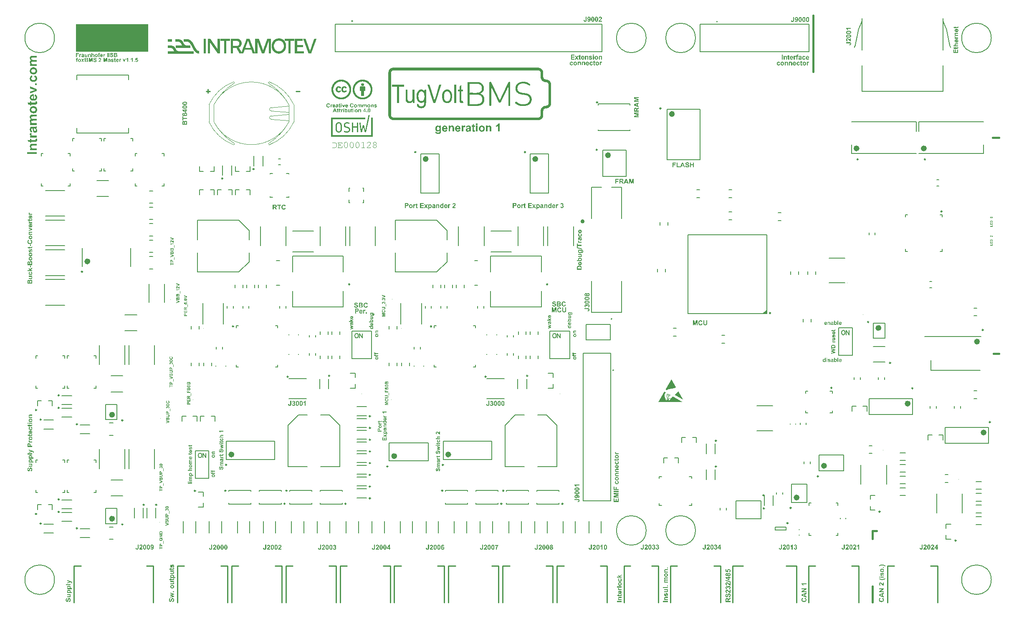
<source format=gbr>
G04*
G04 #@! TF.GenerationSoftware,Altium Limited,Altium Designer,23.4.1 (23)*
G04*
G04 Layer_Color=65535*
%FSLAX44Y44*%
%MOMM*%
G71*
G04*
G04 #@! TF.SameCoordinates,210523F5-4B5D-4388-949E-6639FD9C488E*
G04*
G04*
G04 #@! TF.FilePolarity,Positive*
G04*
G01*
G75*
%ADD10C,0.2000*%
%ADD11C,0.2500*%
%ADD12C,0.6000*%
%ADD13C,0.4000*%
%ADD14C,0.1020*%
%ADD15C,0.1000*%
%ADD16C,0.2540*%
%ADD17C,0.4064*%
%ADD18C,0.1270*%
G36*
X318685Y1142313D02*
X309914D01*
Y1147472D01*
X318685D01*
Y1142313D01*
D02*
G37*
G36*
X330499Y1147420D02*
X331325D01*
Y1147369D01*
X331892D01*
Y1147317D01*
X332305D01*
Y1147265D01*
X332614D01*
Y1147214D01*
X332924D01*
Y1147162D01*
X333182D01*
Y1147111D01*
X333440D01*
Y1147059D01*
X333698D01*
Y1147008D01*
X333904D01*
Y1146956D01*
X334059D01*
Y1146904D01*
X334265D01*
Y1146853D01*
X334420D01*
Y1146801D01*
X334627D01*
Y1146749D01*
X334781D01*
Y1146698D01*
X334936D01*
Y1146646D01*
X335039D01*
Y1146595D01*
X335194D01*
Y1146543D01*
X335349D01*
Y1146491D01*
X335452D01*
Y1146440D01*
X335607D01*
Y1146388D01*
X335710D01*
Y1146337D01*
X335813D01*
Y1146285D01*
X335916D01*
Y1146234D01*
X336019D01*
Y1146182D01*
X336174D01*
Y1146130D01*
X336226D01*
Y1146079D01*
X336329D01*
Y1146027D01*
X336432D01*
Y1145976D01*
X336535D01*
Y1145924D01*
X336638D01*
Y1145872D01*
X336742D01*
Y1145821D01*
X336793D01*
Y1145769D01*
X336897D01*
Y1145718D01*
X337000D01*
Y1145666D01*
X337051D01*
Y1145614D01*
X337155D01*
Y1145563D01*
X337258D01*
Y1145511D01*
X337309D01*
Y1145460D01*
X337412D01*
Y1145408D01*
X337464D01*
Y1145357D01*
X337516D01*
Y1145305D01*
X337619D01*
Y1145253D01*
X337670D01*
Y1145202D01*
X337722D01*
Y1145150D01*
X337825D01*
Y1145098D01*
X337877D01*
Y1145047D01*
X337928D01*
Y1144995D01*
X338032D01*
Y1144944D01*
X338083D01*
Y1144892D01*
X338135D01*
Y1144841D01*
X338186D01*
Y1144789D01*
X338238D01*
Y1144737D01*
X338289D01*
Y1144686D01*
X338393D01*
Y1144634D01*
X338444D01*
Y1144583D01*
X338496D01*
Y1144531D01*
X338547D01*
Y1144479D01*
X338599D01*
Y1144428D01*
X338651D01*
Y1144376D01*
X338702D01*
Y1144325D01*
X338754D01*
Y1144273D01*
X338805D01*
Y1144221D01*
X338857D01*
Y1144170D01*
X338909D01*
Y1144118D01*
X338960D01*
Y1144067D01*
X339012D01*
Y1144015D01*
X339063D01*
Y1143963D01*
X339115D01*
Y1143912D01*
X339167D01*
Y1143860D01*
X339218D01*
Y1143757D01*
X339270D01*
Y1143706D01*
X339321D01*
Y1143654D01*
X339373D01*
Y1143602D01*
X339425D01*
Y1143551D01*
X339476D01*
Y1143499D01*
X339528D01*
Y1143396D01*
X339579D01*
Y1143344D01*
X339631D01*
Y1143293D01*
X339683D01*
Y1143241D01*
X339734D01*
Y1143138D01*
X339786D01*
Y1143086D01*
X339837D01*
Y1143035D01*
X339889D01*
Y1142932D01*
X339940D01*
Y1142880D01*
X339992D01*
Y1142829D01*
X340044D01*
Y1142725D01*
X340095D01*
Y1142674D01*
X340147D01*
Y1142570D01*
X340198D01*
Y1142519D01*
X340250D01*
Y1142416D01*
X340302D01*
Y1142364D01*
X340353D01*
Y1142261D01*
X340405D01*
Y1142209D01*
X340456D01*
Y1142106D01*
X340508D01*
Y1142003D01*
X340560D01*
Y1141951D01*
X340611D01*
Y1141848D01*
X340663D01*
Y1141797D01*
X340714D01*
Y1141693D01*
X340766D01*
Y1141590D01*
X340817D01*
Y1141487D01*
X340869D01*
Y1141435D01*
X340921D01*
Y1141332D01*
X340972D01*
Y1141229D01*
X341024D01*
Y1141126D01*
X341075D01*
Y1141023D01*
X341127D01*
Y1140920D01*
X341179D01*
Y1140868D01*
X341230D01*
Y1140765D01*
X341282D01*
Y1140662D01*
X341333D01*
Y1140558D01*
X341385D01*
Y1140455D01*
X341437D01*
Y1140352D01*
X341488D01*
Y1140249D01*
X341540D01*
Y1140146D01*
X341591D01*
Y1140042D01*
X341643D01*
Y1139939D01*
X341694D01*
Y1139836D01*
X341746D01*
Y1139733D01*
X341798D01*
Y1139630D01*
X341849D01*
Y1139527D01*
X341901D01*
Y1139423D01*
X341953D01*
Y1139320D01*
X342004D01*
Y1139217D01*
X342056D01*
Y1139114D01*
X342107D01*
Y1139011D01*
X342159D01*
Y1138907D01*
X342211D01*
Y1138804D01*
X342262D01*
Y1138701D01*
X342314D01*
Y1138598D01*
X342365D01*
Y1138495D01*
X342417D01*
Y1138392D01*
X342468D01*
Y1138288D01*
X342520D01*
Y1138185D01*
X342572D01*
Y1138082D01*
X342623D01*
Y1137979D01*
X342675D01*
Y1137927D01*
X342726D01*
Y1137824D01*
X342778D01*
Y1137721D01*
X342830D01*
Y1137618D01*
X342881D01*
Y1137566D01*
X342933D01*
Y1137463D01*
X342984D01*
Y1137360D01*
X343036D01*
Y1137308D01*
X343088D01*
Y1137205D01*
X343139D01*
Y1137153D01*
X343191D01*
Y1137050D01*
X343242D01*
Y1136999D01*
X343294D01*
Y1136947D01*
X343345D01*
Y1136844D01*
X343397D01*
Y1136792D01*
X343449D01*
Y1136741D01*
X343500D01*
Y1136637D01*
X343552D01*
Y1136586D01*
X343604D01*
Y1136534D01*
X343655D01*
Y1136483D01*
X343707D01*
Y1136431D01*
X343758D01*
Y1136379D01*
X343810D01*
Y1136328D01*
X343861D01*
Y1136276D01*
X343913D01*
Y1136225D01*
X343965D01*
Y1136173D01*
X344016D01*
Y1136122D01*
X344068D01*
Y1136070D01*
X344171D01*
Y1136018D01*
X344223D01*
Y1135967D01*
X344274D01*
Y1135915D01*
X344377D01*
Y1135864D01*
X344429D01*
Y1135812D01*
X344532D01*
Y1135760D01*
X344584D01*
Y1135709D01*
X344687D01*
Y1135657D01*
X344790D01*
Y1135606D01*
X344893D01*
Y1135554D01*
X344996D01*
Y1135502D01*
X345100D01*
Y1135451D01*
X345203D01*
Y1135399D01*
X345358D01*
Y1135348D01*
X345512D01*
Y1135296D01*
X345667D01*
Y1135245D01*
X345873D01*
Y1135193D01*
X346080D01*
Y1135141D01*
X346338D01*
Y1135090D01*
X346699D01*
Y1135038D01*
X347318D01*
Y1134986D01*
X355934D01*
Y1129827D01*
X325598D01*
Y1134986D01*
X338393D01*
Y1135090D01*
X338341D01*
Y1135193D01*
X338289D01*
Y1135245D01*
X338238D01*
Y1135348D01*
X338186D01*
Y1135451D01*
X338135D01*
Y1135554D01*
X338083D01*
Y1135657D01*
X338032D01*
Y1135709D01*
X337980D01*
Y1135812D01*
X337928D01*
Y1135915D01*
X337877D01*
Y1136018D01*
X337825D01*
Y1136122D01*
X337774D01*
Y1136225D01*
X337722D01*
Y1136328D01*
X337670D01*
Y1136431D01*
X337619D01*
Y1136534D01*
X337567D01*
Y1136637D01*
X337516D01*
Y1136741D01*
X337464D01*
Y1136844D01*
X337412D01*
Y1136947D01*
X337361D01*
Y1137050D01*
X337309D01*
Y1137153D01*
X337258D01*
Y1137257D01*
X337206D01*
Y1137360D01*
X337155D01*
Y1137463D01*
X337103D01*
Y1137566D01*
X337051D01*
Y1137669D01*
X337000D01*
Y1137773D01*
X336948D01*
Y1137876D01*
X336897D01*
Y1137979D01*
X336845D01*
Y1138082D01*
X336793D01*
Y1138185D01*
X336742D01*
Y1138288D01*
X336690D01*
Y1138392D01*
X336638D01*
Y1138495D01*
X336587D01*
Y1138598D01*
X336535D01*
Y1138701D01*
X336484D01*
Y1138753D01*
X336432D01*
Y1138856D01*
X336381D01*
Y1138959D01*
X336329D01*
Y1139062D01*
X336277D01*
Y1139114D01*
X336226D01*
Y1139217D01*
X336174D01*
Y1139320D01*
X336123D01*
Y1139372D01*
X336071D01*
Y1139475D01*
X336019D01*
Y1139527D01*
X335968D01*
Y1139630D01*
X335916D01*
Y1139681D01*
X335865D01*
Y1139785D01*
X335813D01*
Y1139836D01*
X335761D01*
Y1139939D01*
X335710D01*
Y1139991D01*
X335658D01*
Y1140042D01*
X335607D01*
Y1140094D01*
X335555D01*
Y1140197D01*
X335504D01*
Y1140249D01*
X335452D01*
Y1140301D01*
X335400D01*
Y1140352D01*
X335349D01*
Y1140404D01*
X335297D01*
Y1140455D01*
X335246D01*
Y1140507D01*
X335194D01*
Y1140558D01*
X335142D01*
Y1140610D01*
X335091D01*
Y1140662D01*
X335039D01*
Y1140713D01*
X334988D01*
Y1140765D01*
X334936D01*
Y1140816D01*
X334884D01*
Y1140868D01*
X334833D01*
Y1140920D01*
X334781D01*
Y1140971D01*
X334678D01*
Y1141023D01*
X334627D01*
Y1141074D01*
X334575D01*
Y1141126D01*
X334472D01*
Y1141178D01*
X334420D01*
Y1141229D01*
X334317D01*
Y1141281D01*
X334265D01*
Y1141332D01*
X334162D01*
Y1141384D01*
X334059D01*
Y1141435D01*
X334007D01*
Y1141487D01*
X333904D01*
Y1141539D01*
X333801D01*
Y1141590D01*
X333698D01*
Y1141642D01*
X333543D01*
Y1141693D01*
X333440D01*
Y1141745D01*
X333285D01*
Y1141797D01*
X333182D01*
Y1141848D01*
X333027D01*
Y1141900D01*
X332821D01*
Y1141951D01*
X332666D01*
Y1142003D01*
X332460D01*
Y1142055D01*
X332202D01*
Y1142106D01*
X331892D01*
Y1142158D01*
X331531D01*
Y1142209D01*
X331118D01*
Y1142261D01*
X330241D01*
Y1142313D01*
X325134D01*
Y1147472D01*
X330499D01*
Y1147420D01*
D02*
G37*
G36*
X415595Y1118538D02*
X410956D01*
Y1118717D01*
X410778D01*
Y1119073D01*
X410599D01*
Y1119252D01*
X410421D01*
Y1119609D01*
X410243D01*
Y1119787D01*
X410064D01*
Y1120144D01*
X409886D01*
Y1120322D01*
X409707D01*
Y1120501D01*
X409529D01*
Y1120858D01*
X409351D01*
Y1121036D01*
X409172D01*
Y1121393D01*
X408994D01*
Y1121571D01*
X408815D01*
Y1121750D01*
X408637D01*
Y1122107D01*
X408458D01*
Y1122285D01*
X408280D01*
Y1122642D01*
X408102D01*
Y1122820D01*
X407923D01*
Y1123177D01*
X407745D01*
Y1123356D01*
X407566D01*
Y1123534D01*
X407388D01*
Y1123891D01*
X407209D01*
Y1124069D01*
X407031D01*
Y1124426D01*
X406853D01*
Y1124604D01*
X406674D01*
Y1124783D01*
X406496D01*
Y1125140D01*
X406317D01*
Y1125318D01*
X406139D01*
Y1125675D01*
X405961D01*
Y1125853D01*
X405782D01*
Y1126210D01*
X405604D01*
Y1126389D01*
X405425D01*
Y1126567D01*
X405247D01*
Y1126924D01*
X405068D01*
Y1127102D01*
X404890D01*
Y1127459D01*
X404712D01*
Y1127638D01*
X404533D01*
Y1127995D01*
X404355D01*
Y1128173D01*
X404176D01*
Y1128351D01*
X403998D01*
Y1128708D01*
X403820D01*
Y1128887D01*
X403641D01*
Y1129243D01*
X403463D01*
Y1129422D01*
X403284D01*
Y1129600D01*
X403106D01*
Y1129957D01*
X402927D01*
Y1130135D01*
X402749D01*
Y1130492D01*
X402570D01*
Y1130671D01*
X402392D01*
Y1131028D01*
X402214D01*
Y1131206D01*
X402035D01*
Y1131385D01*
X401857D01*
Y1131741D01*
X401678D01*
Y1131920D01*
X401500D01*
Y1132277D01*
X401322D01*
Y1132455D01*
X401143D01*
Y1132812D01*
X400965D01*
Y1132990D01*
X400786D01*
Y1133169D01*
X400608D01*
Y1133525D01*
X400429D01*
Y1133704D01*
X400251D01*
Y1134061D01*
X400073D01*
Y1134239D01*
X399894D01*
Y1134418D01*
X399716D01*
Y1134774D01*
X399537D01*
Y1134953D01*
X399359D01*
Y1135310D01*
X399180D01*
Y1135488D01*
X399002D01*
Y1135845D01*
X398824D01*
Y1136023D01*
X398645D01*
Y1136202D01*
X398467D01*
Y1136559D01*
X398288D01*
Y1136737D01*
X398110D01*
Y1137094D01*
X397932D01*
Y1137272D01*
X397753D01*
Y1137629D01*
X397575D01*
Y1137808D01*
X397396D01*
Y1137986D01*
X397218D01*
Y1138343D01*
X397039D01*
Y1138521D01*
X396861D01*
Y1138878D01*
X396683D01*
Y1139056D01*
X396504D01*
Y1139235D01*
X396326D01*
Y1139592D01*
X396147D01*
Y1139770D01*
X395969D01*
Y1139949D01*
X395791D01*
Y1135667D01*
Y1135488D01*
Y1118538D01*
X391330D01*
Y1118717D01*
X391152D01*
Y1148334D01*
X391330D01*
Y1148513D01*
X395791D01*
Y1148334D01*
X395969D01*
Y1148156D01*
X396147D01*
Y1147978D01*
X396326D01*
Y1147621D01*
X396504D01*
Y1147442D01*
X396683D01*
Y1147085D01*
X396861D01*
Y1146907D01*
X397039D01*
Y1146729D01*
X397218D01*
Y1146372D01*
X397396D01*
Y1146193D01*
X397575D01*
Y1145836D01*
X397753D01*
Y1145658D01*
X397932D01*
Y1145301D01*
X398110D01*
Y1145123D01*
X398288D01*
Y1144944D01*
X398467D01*
Y1144587D01*
X398645D01*
Y1144409D01*
X398824D01*
Y1144052D01*
X399002D01*
Y1143874D01*
X399180D01*
Y1143695D01*
X399359D01*
Y1143339D01*
X399537D01*
Y1143160D01*
X399716D01*
Y1142803D01*
X399894D01*
Y1142625D01*
X400073D01*
Y1142268D01*
X400251D01*
Y1142090D01*
X400429D01*
Y1141911D01*
X400608D01*
Y1141554D01*
X400786D01*
Y1141376D01*
X400965D01*
Y1141019D01*
X401143D01*
Y1140841D01*
X401322D01*
Y1140662D01*
X401500D01*
Y1140305D01*
X401678D01*
Y1140127D01*
X401857D01*
Y1139770D01*
X402035D01*
Y1139592D01*
X402214D01*
Y1139235D01*
X402392D01*
Y1139056D01*
X402570D01*
Y1138878D01*
X402749D01*
Y1138521D01*
X402927D01*
Y1138343D01*
X403106D01*
Y1137986D01*
X403284D01*
Y1137808D01*
X403463D01*
Y1137629D01*
X403641D01*
Y1137272D01*
X403820D01*
Y1137094D01*
X403998D01*
Y1136737D01*
X404176D01*
Y1136559D01*
X404355D01*
Y1136202D01*
X404533D01*
Y1136023D01*
X404712D01*
Y1135845D01*
X404890D01*
Y1135488D01*
X405068D01*
Y1135310D01*
X405247D01*
Y1134953D01*
X405425D01*
Y1134774D01*
X405604D01*
Y1134596D01*
X405782D01*
Y1134239D01*
X405961D01*
Y1134061D01*
X406139D01*
Y1133704D01*
X406317D01*
Y1133525D01*
X406496D01*
Y1133169D01*
X406674D01*
Y1132990D01*
X406853D01*
Y1132812D01*
X407031D01*
Y1132455D01*
X407209D01*
Y1132277D01*
X407388D01*
Y1131920D01*
X407566D01*
Y1131741D01*
X407745D01*
Y1131563D01*
X407923D01*
Y1131206D01*
X408102D01*
Y1131028D01*
X408280D01*
Y1130671D01*
X408458D01*
Y1130492D01*
X408637D01*
Y1130135D01*
X408815D01*
Y1129957D01*
X408994D01*
Y1129779D01*
X409172D01*
Y1129422D01*
X409351D01*
Y1129243D01*
X409529D01*
Y1128887D01*
X409707D01*
Y1128708D01*
X409886D01*
Y1128530D01*
X410064D01*
Y1128173D01*
X410243D01*
Y1127995D01*
X410421D01*
Y1127638D01*
X410599D01*
Y1127459D01*
X410778D01*
Y1127102D01*
X410956D01*
Y1148513D01*
X415595D01*
Y1118538D01*
D02*
G37*
G36*
X519079Y1118717D02*
X518900D01*
Y1118538D01*
X514440D01*
Y1143160D01*
X514261D01*
Y1142803D01*
X514083D01*
Y1142268D01*
X513904D01*
Y1141733D01*
X513726D01*
Y1141376D01*
X513548D01*
Y1140841D01*
X513369D01*
Y1140305D01*
X513191D01*
Y1139770D01*
X513012D01*
Y1139235D01*
X512834D01*
Y1138878D01*
X512655D01*
Y1138343D01*
X512477D01*
Y1137808D01*
X512299D01*
Y1137272D01*
X512120D01*
Y1136737D01*
X511942D01*
Y1136202D01*
X511763D01*
Y1135845D01*
X511585D01*
Y1135310D01*
X511407D01*
Y1134774D01*
X511228D01*
Y1134239D01*
X511050D01*
Y1133704D01*
X510871D01*
Y1133347D01*
X510693D01*
Y1132812D01*
X510514D01*
Y1132277D01*
X510336D01*
Y1131741D01*
X510158D01*
Y1131206D01*
X509979D01*
Y1130849D01*
X509801D01*
Y1130314D01*
X509622D01*
Y1129779D01*
X509444D01*
Y1129243D01*
X509266D01*
Y1128708D01*
X509087D01*
Y1128351D01*
X508909D01*
Y1127816D01*
X508730D01*
Y1127281D01*
X508552D01*
Y1126746D01*
X508373D01*
Y1126210D01*
X508195D01*
Y1125853D01*
X508017D01*
Y1125318D01*
X507838D01*
Y1124783D01*
X507660D01*
Y1124248D01*
X507481D01*
Y1123712D01*
X507303D01*
Y1123356D01*
X507124D01*
Y1122820D01*
X506946D01*
Y1122285D01*
X506768D01*
Y1121750D01*
X506589D01*
Y1121215D01*
X506411D01*
Y1120679D01*
X506232D01*
Y1120322D01*
X506054D01*
Y1119787D01*
X505876D01*
Y1119252D01*
X505697D01*
Y1118717D01*
X505519D01*
Y1118538D01*
X500523D01*
Y1119073D01*
X500345D01*
Y1119430D01*
X500166D01*
Y1119966D01*
X499988D01*
Y1120501D01*
X499809D01*
Y1121036D01*
X499631D01*
Y1121393D01*
X499453D01*
Y1121928D01*
X499274D01*
Y1122464D01*
X499096D01*
Y1122820D01*
X498917D01*
Y1123356D01*
X498739D01*
Y1123891D01*
X498560D01*
Y1124426D01*
X498382D01*
Y1124783D01*
X498204D01*
Y1125318D01*
X498025D01*
Y1125853D01*
X497847D01*
Y1126389D01*
X497668D01*
Y1126746D01*
X497490D01*
Y1127281D01*
X497311D01*
Y1127816D01*
X497133D01*
Y1128351D01*
X496955D01*
Y1128708D01*
X496776D01*
Y1129243D01*
X496598D01*
Y1129779D01*
X496419D01*
Y1130314D01*
X496241D01*
Y1130671D01*
X496063D01*
Y1131206D01*
X495884D01*
Y1131741D01*
X495706D01*
Y1132277D01*
X495527D01*
Y1132633D01*
X495349D01*
Y1133169D01*
X495170D01*
Y1133704D01*
X494992D01*
Y1134061D01*
X494813D01*
Y1134596D01*
X494635D01*
Y1135131D01*
X494457D01*
Y1135667D01*
X494278D01*
Y1136023D01*
X494100D01*
Y1136559D01*
X493921D01*
Y1137094D01*
X493743D01*
Y1137629D01*
X493565D01*
Y1137986D01*
X493386D01*
Y1138521D01*
X493208D01*
Y1139056D01*
X493029D01*
Y1139592D01*
X492851D01*
Y1139949D01*
X492673D01*
Y1140484D01*
X492494D01*
Y1141019D01*
X492316D01*
Y1141554D01*
X492137D01*
Y1141911D01*
X491959D01*
Y1142447D01*
X491780D01*
Y1142982D01*
X491602D01*
Y1118717D01*
X491424D01*
Y1118538D01*
X482146D01*
Y1118717D01*
X481967D01*
Y1119252D01*
X481789D01*
Y1119787D01*
X481610D01*
Y1120144D01*
X481432D01*
Y1120679D01*
X481254D01*
Y1121215D01*
X481075D01*
Y1121750D01*
X480897D01*
Y1122107D01*
X480718D01*
Y1122642D01*
X480540D01*
Y1123177D01*
X480362D01*
Y1123534D01*
X480183D01*
Y1124069D01*
X480005D01*
Y1124604D01*
X479826D01*
Y1124961D01*
X479648D01*
Y1125497D01*
X479469D01*
Y1125853D01*
X479291D01*
Y1126032D01*
X465731D01*
Y1125675D01*
X465553D01*
Y1125140D01*
X465374D01*
Y1124783D01*
X465196D01*
Y1124248D01*
X465017D01*
Y1123712D01*
X464839D01*
Y1123356D01*
X464661D01*
Y1122820D01*
X464482D01*
Y1122285D01*
X464304D01*
Y1121928D01*
X464125D01*
Y1121393D01*
X463947D01*
Y1120858D01*
X463769D01*
Y1120501D01*
X463590D01*
Y1119966D01*
X463412D01*
Y1119430D01*
X463233D01*
Y1118895D01*
X463055D01*
Y1118538D01*
X455204D01*
Y1118895D01*
X455026D01*
Y1119073D01*
X454847D01*
Y1119430D01*
X454669D01*
Y1119787D01*
X454491D01*
Y1120144D01*
X454312D01*
Y1120322D01*
X454134D01*
Y1120679D01*
X453955D01*
Y1121036D01*
X453777D01*
Y1121393D01*
X453599D01*
Y1121750D01*
X453420D01*
Y1121928D01*
X453242D01*
Y1122285D01*
X453063D01*
Y1122642D01*
X452885D01*
Y1122999D01*
X452706D01*
Y1123356D01*
X452528D01*
Y1123534D01*
X452350D01*
Y1123891D01*
X452171D01*
Y1124248D01*
X451993D01*
Y1124604D01*
X451814D01*
Y1124783D01*
X451636D01*
Y1125140D01*
X451457D01*
Y1125497D01*
X451279D01*
Y1125853D01*
X451101D01*
Y1126210D01*
X450922D01*
Y1126389D01*
X450744D01*
Y1126746D01*
X450565D01*
Y1127102D01*
X450387D01*
Y1127459D01*
X450209D01*
Y1127638D01*
X450030D01*
Y1127995D01*
X449852D01*
Y1128351D01*
X449673D01*
Y1128708D01*
X449495D01*
Y1129065D01*
X449316D01*
Y1129243D01*
X449138D01*
Y1129600D01*
X448960D01*
Y1129779D01*
X442180D01*
Y1118538D01*
X437541D01*
Y1148513D01*
X450922D01*
Y1148334D01*
X452171D01*
Y1148156D01*
X452885D01*
Y1147978D01*
X453420D01*
Y1147799D01*
X453955D01*
Y1147621D01*
X454312D01*
Y1147442D01*
X454669D01*
Y1147264D01*
X455026D01*
Y1147085D01*
X455383D01*
Y1146907D01*
X455561D01*
Y1146729D01*
X455918D01*
Y1146550D01*
X456096D01*
Y1146372D01*
X456275D01*
Y1146193D01*
X456453D01*
Y1146015D01*
X456810D01*
Y1145836D01*
X456988D01*
Y1145658D01*
X457167D01*
Y1145480D01*
X457345D01*
Y1145123D01*
X457524D01*
Y1144944D01*
X457702D01*
Y1144766D01*
X457881D01*
Y1144587D01*
X458059D01*
Y1144231D01*
X458237D01*
Y1144052D01*
X458416D01*
Y1143695D01*
X458594D01*
Y1143517D01*
X458773D01*
Y1143160D01*
X458951D01*
Y1142625D01*
X459130D01*
Y1142268D01*
X459308D01*
Y1141733D01*
X459486D01*
Y1140841D01*
X459665D01*
Y1139056D01*
X459843D01*
Y1138878D01*
X459665D01*
Y1137094D01*
X459486D01*
Y1136380D01*
X459308D01*
Y1135845D01*
X459130D01*
Y1135488D01*
X458951D01*
Y1135131D01*
X458773D01*
Y1134774D01*
X458594D01*
Y1134418D01*
X458416D01*
Y1134061D01*
X458237D01*
Y1133882D01*
X458059D01*
Y1133704D01*
X457881D01*
Y1133347D01*
X457702D01*
Y1133169D01*
X457524D01*
Y1132990D01*
X457345D01*
Y1132812D01*
X457167D01*
Y1132633D01*
X456988D01*
Y1132455D01*
X456810D01*
Y1132277D01*
X456632D01*
Y1132098D01*
X456453D01*
Y1131920D01*
X456275D01*
Y1131741D01*
X456096D01*
Y1131563D01*
X455740D01*
Y1131385D01*
X455561D01*
Y1131206D01*
X455204D01*
Y1131028D01*
X455026D01*
Y1130849D01*
X454669D01*
Y1130671D01*
X454312D01*
Y1130492D01*
X453955D01*
Y1130314D01*
X454134D01*
Y1129957D01*
X454312D01*
Y1129779D01*
X454491D01*
Y1129422D01*
X454669D01*
Y1129065D01*
X454847D01*
Y1128708D01*
X455026D01*
Y1128530D01*
X455204D01*
Y1128173D01*
X455383D01*
Y1127816D01*
X455561D01*
Y1127638D01*
X455740D01*
Y1127281D01*
X455918D01*
Y1126924D01*
X456096D01*
Y1126567D01*
X456275D01*
Y1126389D01*
X456453D01*
Y1126032D01*
X456632D01*
Y1125675D01*
X456810D01*
Y1125318D01*
X456988D01*
Y1125140D01*
X457167D01*
Y1124783D01*
X457345D01*
Y1124426D01*
X457524D01*
Y1124248D01*
X457702D01*
Y1123891D01*
X457881D01*
Y1123534D01*
X458059D01*
Y1123177D01*
X458237D01*
Y1122999D01*
X458416D01*
Y1122642D01*
X458594D01*
Y1122285D01*
X458773D01*
Y1121928D01*
X458951D01*
Y1121750D01*
X459130D01*
Y1121393D01*
X459486D01*
Y1121750D01*
X459665D01*
Y1122285D01*
X459843D01*
Y1122642D01*
X460022D01*
Y1123177D01*
X460200D01*
Y1123712D01*
X460378D01*
Y1124069D01*
X460557D01*
Y1124604D01*
X460735D01*
Y1124961D01*
X460914D01*
Y1125497D01*
X461092D01*
Y1126032D01*
X461271D01*
Y1126389D01*
X461449D01*
Y1126924D01*
X461628D01*
Y1127459D01*
X461806D01*
Y1127816D01*
X461984D01*
Y1128351D01*
X462163D01*
Y1128708D01*
X462341D01*
Y1129243D01*
X462520D01*
Y1129779D01*
X462698D01*
Y1130135D01*
X462876D01*
Y1130671D01*
X463055D01*
Y1131206D01*
X463233D01*
Y1131563D01*
X463412D01*
Y1132098D01*
X463590D01*
Y1132455D01*
X463769D01*
Y1132990D01*
X463947D01*
Y1133525D01*
X464125D01*
Y1133882D01*
X464304D01*
Y1134418D01*
X464482D01*
Y1134953D01*
X464661D01*
Y1135310D01*
X464839D01*
Y1135845D01*
X465017D01*
Y1136202D01*
X465196D01*
Y1136737D01*
X465374D01*
Y1137272D01*
X465553D01*
Y1137629D01*
X465731D01*
Y1138164D01*
X465910D01*
Y1138521D01*
X466088D01*
Y1139056D01*
X466266D01*
Y1139592D01*
X466445D01*
Y1139949D01*
X466623D01*
Y1140484D01*
X466802D01*
Y1141019D01*
X466980D01*
Y1141376D01*
X467159D01*
Y1141911D01*
X467337D01*
Y1142268D01*
X467515D01*
Y1142803D01*
X467694D01*
Y1143339D01*
X467872D01*
Y1143695D01*
X468051D01*
Y1144231D01*
X468229D01*
Y1144766D01*
X468407D01*
Y1145123D01*
X468586D01*
Y1145658D01*
X468764D01*
Y1146015D01*
X468943D01*
Y1146550D01*
X469121D01*
Y1147085D01*
X469300D01*
Y1147442D01*
X469478D01*
Y1147978D01*
X469656D01*
Y1148334D01*
X469835D01*
Y1148513D01*
X475544D01*
Y1148334D01*
X475723D01*
Y1147799D01*
X475901D01*
Y1147442D01*
X476079D01*
Y1146907D01*
X476258D01*
Y1146372D01*
X476436D01*
Y1146015D01*
X476615D01*
Y1145480D01*
X476793D01*
Y1145123D01*
X476972D01*
Y1144587D01*
X477150D01*
Y1144052D01*
X477328D01*
Y1143695D01*
X477507D01*
Y1143160D01*
X477685D01*
Y1142803D01*
X477864D01*
Y1142268D01*
X478042D01*
Y1141733D01*
X478220D01*
Y1141376D01*
X478399D01*
Y1140841D01*
X478577D01*
Y1140305D01*
X478756D01*
Y1139949D01*
X478934D01*
Y1139413D01*
X479113D01*
Y1139056D01*
X479291D01*
Y1138521D01*
X479469D01*
Y1137986D01*
X479648D01*
Y1137629D01*
X479826D01*
Y1137094D01*
X480005D01*
Y1136559D01*
X480183D01*
Y1136202D01*
X480362D01*
Y1135667D01*
X480540D01*
Y1135310D01*
X480718D01*
Y1134774D01*
X480897D01*
Y1134239D01*
X481075D01*
Y1133882D01*
X481254D01*
Y1133347D01*
X481432D01*
Y1132812D01*
X481610D01*
Y1132455D01*
X481789D01*
Y1131920D01*
X481967D01*
Y1131563D01*
X482146D01*
Y1131028D01*
X482324D01*
Y1130492D01*
X482503D01*
Y1130135D01*
X482681D01*
Y1129600D01*
X482859D01*
Y1129243D01*
X483038D01*
Y1128708D01*
X483216D01*
Y1128173D01*
X483395D01*
Y1127816D01*
X483573D01*
Y1127281D01*
X483751D01*
Y1126746D01*
X483930D01*
Y1126389D01*
X484108D01*
Y1125853D01*
X484287D01*
Y1125497D01*
X484465D01*
Y1124961D01*
X484644D01*
Y1124426D01*
X484822D01*
Y1124069D01*
X485000D01*
Y1123534D01*
X485179D01*
Y1122999D01*
X485357D01*
Y1122642D01*
X485536D01*
Y1122107D01*
X485714D01*
Y1121750D01*
X485893D01*
Y1121215D01*
X486071D01*
Y1120679D01*
X486249D01*
Y1120322D01*
X486428D01*
Y1119787D01*
X486606D01*
Y1119252D01*
X486785D01*
Y1118895D01*
X486963D01*
Y1148513D01*
X494457D01*
Y1148334D01*
X494635D01*
Y1147978D01*
X494813D01*
Y1147442D01*
X494992D01*
Y1147085D01*
X495170D01*
Y1146550D01*
X495349D01*
Y1146015D01*
X495527D01*
Y1145480D01*
X495706D01*
Y1145123D01*
X495884D01*
Y1144587D01*
X496063D01*
Y1144052D01*
X496241D01*
Y1143517D01*
X496419D01*
Y1143160D01*
X496598D01*
Y1142625D01*
X496776D01*
Y1142090D01*
X496955D01*
Y1141733D01*
X497133D01*
Y1141198D01*
X497311D01*
Y1140662D01*
X497490D01*
Y1140127D01*
X497668D01*
Y1139770D01*
X497847D01*
Y1139235D01*
X498025D01*
Y1138700D01*
X498204D01*
Y1138164D01*
X498382D01*
Y1137808D01*
X498560D01*
Y1137272D01*
X498739D01*
Y1136737D01*
X498917D01*
Y1136380D01*
X499096D01*
Y1135845D01*
X499274D01*
Y1135310D01*
X499453D01*
Y1134774D01*
X499631D01*
Y1134418D01*
X499809D01*
Y1133882D01*
X499988D01*
Y1133347D01*
X500166D01*
Y1132812D01*
X500345D01*
Y1132455D01*
X500523D01*
Y1131920D01*
X500701D01*
Y1131385D01*
X500880D01*
Y1130849D01*
X501058D01*
Y1130492D01*
X501237D01*
Y1129957D01*
X501415D01*
Y1129422D01*
X501594D01*
Y1129065D01*
X501772D01*
Y1128530D01*
X501950D01*
Y1127995D01*
X502129D01*
Y1127459D01*
X502307D01*
Y1127102D01*
X502486D01*
Y1126567D01*
X502664D01*
Y1126032D01*
X502842D01*
Y1125497D01*
X503021D01*
Y1125140D01*
X503199D01*
Y1125318D01*
X503378D01*
Y1125853D01*
X503556D01*
Y1126389D01*
X503735D01*
Y1126924D01*
X503913D01*
Y1127281D01*
X504091D01*
Y1127816D01*
X504270D01*
Y1128351D01*
X504448D01*
Y1128887D01*
X504627D01*
Y1129422D01*
X504805D01*
Y1129779D01*
X504983D01*
Y1130314D01*
X505162D01*
Y1130849D01*
X505340D01*
Y1131385D01*
X505519D01*
Y1131920D01*
X505697D01*
Y1132277D01*
X505876D01*
Y1132812D01*
X506054D01*
Y1133347D01*
X506232D01*
Y1133882D01*
X506411D01*
Y1134418D01*
X506589D01*
Y1134774D01*
X506768D01*
Y1135310D01*
X506946D01*
Y1135845D01*
X507124D01*
Y1136380D01*
X507303D01*
Y1136916D01*
X507481D01*
Y1137272D01*
X507660D01*
Y1137808D01*
X507838D01*
Y1138343D01*
X508017D01*
Y1138878D01*
X508195D01*
Y1139413D01*
X508373D01*
Y1139770D01*
X508552D01*
Y1140305D01*
X508730D01*
Y1140841D01*
X508909D01*
Y1141376D01*
X509087D01*
Y1141911D01*
X509266D01*
Y1142447D01*
X509444D01*
Y1142803D01*
X509622D01*
Y1143339D01*
X509801D01*
Y1143874D01*
X509979D01*
Y1144409D01*
X510158D01*
Y1144944D01*
X510336D01*
Y1145301D01*
X510514D01*
Y1145836D01*
X510693D01*
Y1146372D01*
X510871D01*
Y1146907D01*
X511050D01*
Y1147442D01*
X511228D01*
Y1147799D01*
X511407D01*
Y1148334D01*
X511585D01*
Y1148513D01*
X519079D01*
Y1118717D01*
D02*
G37*
G36*
X611679Y1148156D02*
X611500D01*
Y1147621D01*
X611322D01*
Y1147264D01*
X611143D01*
Y1146729D01*
X610965D01*
Y1146193D01*
X610786D01*
Y1145658D01*
X610608D01*
Y1145301D01*
X610430D01*
Y1144766D01*
X610251D01*
Y1144231D01*
X610073D01*
Y1143874D01*
X609894D01*
Y1143339D01*
X609716D01*
Y1142803D01*
X609538D01*
Y1142268D01*
X609359D01*
Y1141911D01*
X609181D01*
Y1141376D01*
X609002D01*
Y1140841D01*
X608824D01*
Y1140305D01*
X608645D01*
Y1139949D01*
X608467D01*
Y1139413D01*
X608288D01*
Y1138878D01*
X608110D01*
Y1138343D01*
X607932D01*
Y1137986D01*
X607753D01*
Y1137451D01*
X607575D01*
Y1136916D01*
X607396D01*
Y1136559D01*
X607218D01*
Y1136023D01*
X607040D01*
Y1135488D01*
X606861D01*
Y1134953D01*
X606683D01*
Y1134596D01*
X606504D01*
Y1134061D01*
X606326D01*
Y1133525D01*
X606147D01*
Y1132990D01*
X605969D01*
Y1132633D01*
X605791D01*
Y1132098D01*
X605612D01*
Y1131563D01*
X605434D01*
Y1131028D01*
X605255D01*
Y1130849D01*
Y1130671D01*
X605077D01*
Y1130135D01*
X604899D01*
Y1129600D01*
X604720D01*
Y1129243D01*
X604542D01*
Y1128708D01*
X604363D01*
Y1128173D01*
X604185D01*
Y1127638D01*
X604007D01*
Y1127281D01*
X603828D01*
Y1126746D01*
X603650D01*
Y1126210D01*
X603471D01*
Y1125675D01*
X603293D01*
Y1125318D01*
X603114D01*
Y1124783D01*
X602936D01*
Y1124248D01*
X602757D01*
Y1123712D01*
X602579D01*
Y1123356D01*
X602401D01*
Y1122820D01*
X602222D01*
Y1122285D01*
X602044D01*
Y1121750D01*
X601865D01*
Y1121393D01*
X601687D01*
Y1120858D01*
X601509D01*
Y1120322D01*
X601330D01*
Y1119966D01*
X601152D01*
Y1119430D01*
X600973D01*
Y1118895D01*
X600795D01*
Y1118538D01*
X595264D01*
Y1118717D01*
X595085D01*
Y1119073D01*
X594907D01*
Y1119609D01*
X594729D01*
Y1120144D01*
X594550D01*
Y1120679D01*
X594372D01*
Y1121036D01*
X594193D01*
Y1121571D01*
X594015D01*
Y1122107D01*
X593837D01*
Y1122642D01*
X593658D01*
Y1122999D01*
X593480D01*
Y1123534D01*
X593301D01*
Y1124069D01*
X593123D01*
Y1124604D01*
X592944D01*
Y1124961D01*
X592766D01*
Y1125497D01*
X592588D01*
Y1126032D01*
X592409D01*
Y1126389D01*
X592231D01*
Y1126924D01*
X592052D01*
Y1127459D01*
X591874D01*
Y1127995D01*
X591696D01*
Y1128351D01*
X591517D01*
Y1128887D01*
X591339D01*
Y1129422D01*
X591160D01*
Y1129957D01*
X590982D01*
Y1130314D01*
X590803D01*
Y1130849D01*
X590625D01*
Y1131385D01*
X590447D01*
Y1131920D01*
X590268D01*
Y1132277D01*
X590090D01*
Y1132812D01*
X589911D01*
Y1133347D01*
X589733D01*
Y1133704D01*
X589554D01*
Y1134239D01*
X589376D01*
Y1134774D01*
X589198D01*
Y1135310D01*
X589019D01*
Y1135667D01*
X588841D01*
Y1136202D01*
X588662D01*
Y1136737D01*
X588484D01*
Y1137272D01*
X588306D01*
Y1137629D01*
X588127D01*
Y1138164D01*
X587949D01*
Y1138700D01*
X587770D01*
Y1139235D01*
X587592D01*
Y1139592D01*
X587413D01*
Y1140127D01*
X587235D01*
Y1140662D01*
X587057D01*
Y1141019D01*
X586878D01*
Y1141554D01*
X586700D01*
Y1142090D01*
X586521D01*
Y1142625D01*
X586343D01*
Y1142982D01*
X586165D01*
Y1143517D01*
X585986D01*
Y1144052D01*
X585808D01*
Y1144587D01*
X585629D01*
Y1144944D01*
X585451D01*
Y1145480D01*
X585272D01*
Y1146015D01*
X585094D01*
Y1146550D01*
X584916D01*
Y1146907D01*
X584737D01*
Y1147442D01*
X584559D01*
Y1147978D01*
X584380D01*
Y1148513D01*
X589198D01*
Y1148334D01*
X589376D01*
Y1147799D01*
X589554D01*
Y1147442D01*
X589733D01*
Y1146907D01*
X589911D01*
Y1146372D01*
X590090D01*
Y1145836D01*
X590268D01*
Y1145301D01*
X590447D01*
Y1144944D01*
X590625D01*
Y1144409D01*
X590803D01*
Y1143874D01*
X590982D01*
Y1143339D01*
X591160D01*
Y1142803D01*
X591339D01*
Y1142447D01*
X591517D01*
Y1141911D01*
X591696D01*
Y1141376D01*
X591874D01*
Y1140841D01*
X592052D01*
Y1140305D01*
X592231D01*
Y1139949D01*
X592409D01*
Y1139413D01*
X592588D01*
Y1138878D01*
X592766D01*
Y1138343D01*
X592944D01*
Y1137808D01*
X593123D01*
Y1137272D01*
X593301D01*
Y1136916D01*
X593480D01*
Y1136380D01*
X593658D01*
Y1135845D01*
X593837D01*
Y1135310D01*
X594015D01*
Y1134774D01*
X594193D01*
Y1134418D01*
X594372D01*
Y1133882D01*
X594550D01*
Y1133347D01*
X594729D01*
Y1132812D01*
X594907D01*
Y1132277D01*
X595085D01*
Y1131920D01*
X595264D01*
Y1131385D01*
X595442D01*
Y1130849D01*
X595621D01*
Y1130314D01*
X595799D01*
Y1129779D01*
X595978D01*
Y1129422D01*
X596156D01*
Y1128887D01*
X596334D01*
Y1128351D01*
X596513D01*
Y1127816D01*
X596691D01*
Y1127281D01*
X596870D01*
Y1126924D01*
X597048D01*
Y1126389D01*
X597226D01*
Y1125853D01*
X597405D01*
Y1125318D01*
X597583D01*
Y1124783D01*
X597762D01*
Y1124426D01*
X597940D01*
Y1123891D01*
X598297D01*
Y1124426D01*
X598475D01*
Y1124961D01*
X598654D01*
Y1125318D01*
X598832D01*
Y1125853D01*
X599011D01*
Y1126389D01*
X599189D01*
Y1126924D01*
X599367D01*
Y1127459D01*
X599546D01*
Y1127816D01*
X599724D01*
Y1128351D01*
X599903D01*
Y1128887D01*
X600081D01*
Y1129422D01*
X600260D01*
Y1129957D01*
X600438D01*
Y1130492D01*
X600616D01*
Y1130849D01*
X600795D01*
Y1131385D01*
X600973D01*
Y1131920D01*
X601152D01*
Y1132455D01*
X601330D01*
Y1132990D01*
X601509D01*
Y1133347D01*
X601687D01*
Y1133882D01*
X601865D01*
Y1134418D01*
X602044D01*
Y1134953D01*
X602222D01*
Y1135488D01*
X602401D01*
Y1136023D01*
X602579D01*
Y1136380D01*
X602757D01*
Y1136916D01*
X602936D01*
Y1137451D01*
X603114D01*
Y1137986D01*
X603293D01*
Y1138521D01*
X603471D01*
Y1139056D01*
X603650D01*
Y1139413D01*
X603828D01*
Y1139949D01*
X604007D01*
Y1140484D01*
X604185D01*
Y1141019D01*
X604363D01*
Y1141554D01*
X604542D01*
Y1141911D01*
X604720D01*
Y1142447D01*
X604899D01*
Y1142982D01*
X605077D01*
Y1143517D01*
X605255D01*
Y1144052D01*
X605434D01*
Y1144587D01*
X605612D01*
Y1144944D01*
X605791D01*
Y1145480D01*
X605969D01*
Y1146015D01*
X606147D01*
Y1146550D01*
X606326D01*
Y1147085D01*
X606504D01*
Y1147442D01*
X606683D01*
Y1147978D01*
X606861D01*
Y1148513D01*
X611679D01*
Y1148156D01*
D02*
G37*
G36*
X269875Y1122363D02*
X123825Y1122363D01*
X123825Y1177925D01*
X269875Y1177925D01*
X269875Y1122363D01*
D02*
G37*
G36*
X583667Y1144231D02*
X572248D01*
Y1135667D01*
X584380D01*
Y1131741D01*
X572248D01*
Y1122820D01*
X586165D01*
Y1118717D01*
X585986D01*
Y1118538D01*
X567609D01*
Y1148513D01*
X583667D01*
Y1144231D01*
D02*
G37*
G36*
X566360Y1144052D02*
X559045D01*
Y1118538D01*
X554584D01*
Y1118717D01*
X554406D01*
Y1125140D01*
Y1125318D01*
Y1144052D01*
X547090D01*
Y1148513D01*
X566360D01*
Y1144052D01*
D02*
G37*
G36*
X436113D02*
X428977D01*
Y1143874D01*
X428798D01*
Y1118538D01*
X424338D01*
Y1118717D01*
X424159D01*
Y1144052D01*
X416844D01*
Y1148334D01*
X417023D01*
Y1148513D01*
X436113D01*
Y1144052D01*
D02*
G37*
G36*
X387226Y1139056D02*
Y1138878D01*
Y1118538D01*
X382588D01*
Y1148513D01*
X387226D01*
Y1139056D01*
D02*
G37*
G36*
X536921Y1148870D02*
X538170D01*
Y1148691D01*
X538883D01*
Y1148513D01*
X539597D01*
Y1148334D01*
X540132D01*
Y1148156D01*
X540667D01*
Y1147978D01*
X541024D01*
Y1147799D01*
X541381D01*
Y1147621D01*
X541738D01*
Y1147442D01*
X542095D01*
Y1147264D01*
X542452D01*
Y1147085D01*
X542808D01*
Y1146907D01*
X542987D01*
Y1146729D01*
X543344D01*
Y1146550D01*
X543522D01*
Y1146372D01*
X543879D01*
Y1146193D01*
X544057D01*
Y1146015D01*
X544236D01*
Y1145836D01*
X544414D01*
Y1145658D01*
X544771D01*
Y1145480D01*
X544949D01*
Y1145301D01*
X545128D01*
Y1145123D01*
X545306D01*
Y1144944D01*
X545485D01*
Y1144766D01*
X545663D01*
Y1144587D01*
X545842D01*
Y1144409D01*
X546020D01*
Y1144231D01*
X546199D01*
Y1143874D01*
X546377D01*
Y1143695D01*
X546555D01*
Y1143517D01*
X546734D01*
Y1143339D01*
X546912D01*
Y1142982D01*
X547090D01*
Y1142803D01*
X547269D01*
Y1142447D01*
X547447D01*
Y1142268D01*
X547626D01*
Y1141911D01*
X547804D01*
Y1141554D01*
X547983D01*
Y1141198D01*
X548161D01*
Y1140841D01*
X548340D01*
Y1140484D01*
X548518D01*
Y1140127D01*
X548696D01*
Y1139592D01*
X548875D01*
Y1139235D01*
X549053D01*
Y1138700D01*
X549232D01*
Y1137986D01*
X549410D01*
Y1137272D01*
X549588D01*
Y1136202D01*
X549767D01*
Y1133704D01*
X549945D01*
Y1133525D01*
X549767D01*
Y1131028D01*
X549588D01*
Y1129957D01*
X549410D01*
Y1129243D01*
X549232D01*
Y1128530D01*
X549053D01*
Y1127995D01*
X548875D01*
Y1127638D01*
X548696D01*
Y1127102D01*
X548518D01*
Y1126746D01*
X548340D01*
Y1126389D01*
X548161D01*
Y1126032D01*
X547983D01*
Y1125675D01*
X547804D01*
Y1125318D01*
X547626D01*
Y1124961D01*
X547447D01*
Y1124783D01*
X547269D01*
Y1124426D01*
X547090D01*
Y1124248D01*
X546912D01*
Y1123891D01*
X546734D01*
Y1123712D01*
X546555D01*
Y1123534D01*
X546377D01*
Y1123356D01*
X546199D01*
Y1122999D01*
X546020D01*
Y1122820D01*
X545842D01*
Y1122642D01*
X545663D01*
Y1122464D01*
X545485D01*
Y1122285D01*
X545306D01*
Y1122107D01*
X545128D01*
Y1121928D01*
X544949D01*
Y1121750D01*
X544771D01*
Y1121571D01*
X544414D01*
Y1121393D01*
X544236D01*
Y1121215D01*
X544057D01*
Y1121036D01*
X543879D01*
Y1120858D01*
X543522D01*
Y1120679D01*
X543344D01*
Y1120501D01*
X542987D01*
Y1120322D01*
X542808D01*
Y1120144D01*
X542452D01*
Y1119966D01*
X542095D01*
Y1119787D01*
X541738D01*
Y1119609D01*
X541381D01*
Y1119430D01*
X541024D01*
Y1119252D01*
X540667D01*
Y1119073D01*
X540132D01*
Y1118895D01*
X539597D01*
Y1118717D01*
X538883D01*
Y1118538D01*
X538170D01*
Y1118360D01*
X536921D01*
Y1118181D01*
X533352D01*
Y1118360D01*
X532282D01*
Y1118538D01*
X531390D01*
Y1118717D01*
X530676D01*
Y1118895D01*
X530141D01*
Y1119073D01*
X529784D01*
Y1119252D01*
X529249D01*
Y1119430D01*
X528892D01*
Y1119609D01*
X528535D01*
Y1119787D01*
X528178D01*
Y1119966D01*
X527821D01*
Y1120144D01*
X527643D01*
Y1120322D01*
X527286D01*
Y1120501D01*
X526929D01*
Y1120679D01*
X526751D01*
Y1120858D01*
X526572D01*
Y1121036D01*
X526215D01*
Y1121215D01*
X526037D01*
Y1121393D01*
X525859D01*
Y1121571D01*
X525680D01*
Y1121750D01*
X525323D01*
Y1121928D01*
X525145D01*
Y1122107D01*
X524967D01*
Y1122285D01*
X524788D01*
Y1122464D01*
X524610D01*
Y1122642D01*
X524431D01*
Y1122999D01*
X524253D01*
Y1123177D01*
X524074D01*
Y1123356D01*
X523896D01*
Y1123534D01*
X523717D01*
Y1123712D01*
X523539D01*
Y1124069D01*
X523361D01*
Y1124248D01*
X523182D01*
Y1124604D01*
X523004D01*
Y1124783D01*
X522825D01*
Y1125140D01*
X522647D01*
Y1125497D01*
X522469D01*
Y1125675D01*
X522290D01*
Y1126032D01*
X522112D01*
Y1126389D01*
X521933D01*
Y1126924D01*
X521755D01*
Y1127281D01*
X521576D01*
Y1127816D01*
X521398D01*
Y1128173D01*
X521220D01*
Y1128887D01*
X521041D01*
Y1129422D01*
X520863D01*
Y1130314D01*
X520684D01*
Y1131563D01*
X520506D01*
Y1135667D01*
X520684D01*
Y1136916D01*
X520863D01*
Y1137808D01*
X521041D01*
Y1138343D01*
X521220D01*
Y1139056D01*
X521398D01*
Y1139413D01*
X521576D01*
Y1139949D01*
X521755D01*
Y1140305D01*
X521933D01*
Y1140841D01*
X522112D01*
Y1141198D01*
X522290D01*
Y1141554D01*
X522469D01*
Y1141733D01*
X522647D01*
Y1142090D01*
X522825D01*
Y1142447D01*
X523004D01*
Y1142625D01*
X523182D01*
Y1142982D01*
X523361D01*
Y1143160D01*
X523539D01*
Y1143517D01*
X523717D01*
Y1143695D01*
X523896D01*
Y1143874D01*
X524074D01*
Y1144052D01*
X524253D01*
Y1144231D01*
X524431D01*
Y1144587D01*
X524610D01*
Y1144766D01*
X524788D01*
Y1144944D01*
X524967D01*
Y1145123D01*
X525145D01*
Y1145301D01*
X525323D01*
Y1145480D01*
X525680D01*
Y1145658D01*
X525859D01*
Y1145836D01*
X526037D01*
Y1146015D01*
X526215D01*
Y1146193D01*
X526572D01*
Y1146372D01*
X526751D01*
Y1146550D01*
X526929D01*
Y1146729D01*
X527286D01*
Y1146907D01*
X527643D01*
Y1147085D01*
X527821D01*
Y1147264D01*
X528178D01*
Y1147442D01*
X528535D01*
Y1147621D01*
X528892D01*
Y1147799D01*
X529249D01*
Y1147978D01*
X529784D01*
Y1148156D01*
X530141D01*
Y1148334D01*
X530676D01*
Y1148513D01*
X531390D01*
Y1148691D01*
X532282D01*
Y1148870D01*
X533352D01*
Y1149048D01*
X536921D01*
Y1148870D01*
D02*
G37*
G36*
X349382Y1147420D02*
X350052D01*
Y1147369D01*
X350517D01*
Y1147317D01*
X350826D01*
Y1147265D01*
X351136D01*
Y1147214D01*
X351394D01*
Y1147162D01*
X351652D01*
Y1147111D01*
X351858D01*
Y1147059D01*
X352013D01*
Y1147008D01*
X352219D01*
Y1146956D01*
X352374D01*
Y1146904D01*
X352529D01*
Y1146853D01*
X352684D01*
Y1146801D01*
X352838D01*
Y1146749D01*
X352993D01*
Y1146698D01*
X353096D01*
Y1146646D01*
X353251D01*
Y1146595D01*
X353354D01*
Y1146543D01*
X353509D01*
Y1146491D01*
X353612D01*
Y1146440D01*
X353716D01*
Y1146388D01*
X353819D01*
Y1146337D01*
X353922D01*
Y1146285D01*
X354025D01*
Y1146234D01*
X354128D01*
Y1146182D01*
X354231D01*
Y1146130D01*
X354335D01*
Y1146079D01*
X354438D01*
Y1146027D01*
X354541D01*
Y1145976D01*
X354644D01*
Y1145924D01*
X354747D01*
Y1145872D01*
X354799D01*
Y1145821D01*
X354902D01*
Y1145769D01*
X355005D01*
Y1145718D01*
X355057D01*
Y1145666D01*
X355160D01*
Y1145614D01*
X355212D01*
Y1145563D01*
X355315D01*
Y1145511D01*
X355366D01*
Y1145460D01*
X355470D01*
Y1145408D01*
X355521D01*
Y1145357D01*
X355624D01*
Y1145305D01*
X355676D01*
Y1145253D01*
X355728D01*
Y1145202D01*
X355831D01*
Y1145150D01*
X355882D01*
Y1145098D01*
X355985D01*
Y1145047D01*
X356037D01*
Y1144995D01*
X356089D01*
Y1144944D01*
X356192D01*
Y1144892D01*
X356244D01*
Y1144841D01*
X356295D01*
Y1144789D01*
X356347D01*
Y1144737D01*
X356450D01*
Y1144686D01*
X356502D01*
Y1144634D01*
X356553D01*
Y1144583D01*
X356605D01*
Y1144531D01*
X356656D01*
Y1144479D01*
X356708D01*
Y1144428D01*
X356811D01*
Y1144376D01*
X356863D01*
Y1144325D01*
X356914D01*
Y1144273D01*
X356966D01*
Y1144221D01*
X357017D01*
Y1144170D01*
X357069D01*
Y1144118D01*
X357121D01*
Y1144067D01*
X357172D01*
Y1144015D01*
X357224D01*
Y1143963D01*
X357275D01*
Y1143912D01*
X357327D01*
Y1143860D01*
X357379D01*
Y1143809D01*
X357430D01*
Y1143757D01*
X357533D01*
Y1143706D01*
X357585D01*
Y1143602D01*
X357636D01*
Y1143551D01*
X357688D01*
Y1143499D01*
X357740D01*
Y1143448D01*
X357791D01*
Y1143396D01*
X357843D01*
Y1143344D01*
X357895D01*
Y1143293D01*
X357946D01*
Y1143241D01*
X357998D01*
Y1143190D01*
X358049D01*
Y1143138D01*
X358101D01*
Y1143086D01*
X358152D01*
Y1143035D01*
X358204D01*
Y1142983D01*
X358256D01*
Y1142932D01*
X358307D01*
Y1142829D01*
X358359D01*
Y1142777D01*
X358410D01*
Y1142725D01*
X358462D01*
Y1142674D01*
X358514D01*
Y1142622D01*
X358565D01*
Y1142570D01*
X358617D01*
Y1142467D01*
X358668D01*
Y1142416D01*
X358720D01*
Y1142364D01*
X358772D01*
Y1142313D01*
X358823D01*
Y1142261D01*
X358875D01*
Y1142158D01*
X358926D01*
Y1142106D01*
X358978D01*
Y1142055D01*
X359030D01*
Y1142003D01*
X359081D01*
Y1141900D01*
X359133D01*
Y1141848D01*
X359184D01*
Y1141797D01*
X359236D01*
Y1141693D01*
X359287D01*
Y1141642D01*
X359339D01*
Y1141590D01*
X359391D01*
Y1141487D01*
X359442D01*
Y1141435D01*
X359494D01*
Y1141384D01*
X359545D01*
Y1141281D01*
X359597D01*
Y1141229D01*
X359649D01*
Y1141178D01*
X359700D01*
Y1141074D01*
X359752D01*
Y1141023D01*
X359803D01*
Y1140920D01*
X359855D01*
Y1140868D01*
X359907D01*
Y1140816D01*
X359958D01*
Y1140713D01*
X360010D01*
Y1140662D01*
X360061D01*
Y1140558D01*
X360113D01*
Y1140507D01*
X360164D01*
Y1140404D01*
X360216D01*
Y1140352D01*
X360268D01*
Y1140249D01*
X360319D01*
Y1140197D01*
X360371D01*
Y1140094D01*
X360422D01*
Y1140042D01*
X360474D01*
Y1139939D01*
X360526D01*
Y1139888D01*
X360577D01*
Y1139785D01*
X360629D01*
Y1139681D01*
X360680D01*
Y1139630D01*
X360732D01*
Y1139527D01*
X360784D01*
Y1139475D01*
X360835D01*
Y1139372D01*
X360887D01*
Y1139269D01*
X360938D01*
Y1139217D01*
X360990D01*
Y1139114D01*
X361042D01*
Y1139062D01*
X361093D01*
Y1138959D01*
X361145D01*
Y1138856D01*
X361196D01*
Y1138753D01*
X361248D01*
Y1138701D01*
X361300D01*
Y1138598D01*
X361351D01*
Y1138495D01*
X361403D01*
Y1138443D01*
X361454D01*
Y1138340D01*
X361506D01*
Y1138237D01*
X361558D01*
Y1138134D01*
X361609D01*
Y1138082D01*
X361661D01*
Y1137979D01*
X361712D01*
Y1137876D01*
X361764D01*
Y1137824D01*
X361815D01*
Y1137721D01*
X361867D01*
Y1137618D01*
X361919D01*
Y1137514D01*
X361970D01*
Y1137411D01*
X362022D01*
Y1137308D01*
X362073D01*
Y1137257D01*
X362125D01*
Y1137153D01*
X362177D01*
Y1137050D01*
X362228D01*
Y1136947D01*
X362280D01*
Y1136844D01*
X362331D01*
Y1136741D01*
X362383D01*
Y1136689D01*
X362435D01*
Y1136586D01*
X362486D01*
Y1136483D01*
X362538D01*
Y1136379D01*
X362589D01*
Y1136276D01*
X362641D01*
Y1136173D01*
X362692D01*
Y1136070D01*
X362744D01*
Y1135967D01*
X362796D01*
Y1135864D01*
X362847D01*
Y1135812D01*
X362899D01*
Y1135709D01*
X362951D01*
Y1135606D01*
X363002D01*
Y1135502D01*
X363054D01*
Y1135399D01*
X363105D01*
Y1135296D01*
X363157D01*
Y1135193D01*
X363208D01*
Y1135090D01*
X363260D01*
Y1134986D01*
X363312D01*
Y1134883D01*
X363363D01*
Y1134780D01*
X363415D01*
Y1134677D01*
X363466D01*
Y1134574D01*
X363518D01*
Y1134471D01*
X363570D01*
Y1134367D01*
X363621D01*
Y1134264D01*
X363673D01*
Y1134161D01*
X363724D01*
Y1134058D01*
X363776D01*
Y1133955D01*
X363828D01*
Y1133851D01*
X363879D01*
Y1133748D01*
X363931D01*
Y1133645D01*
X363982D01*
Y1133542D01*
X364034D01*
Y1133439D01*
X364086D01*
Y1133336D01*
X364137D01*
Y1133232D01*
X364189D01*
Y1133129D01*
X364240D01*
Y1133026D01*
X364292D01*
Y1132923D01*
X364343D01*
Y1132820D01*
X364395D01*
Y1132717D01*
X364447D01*
Y1132613D01*
X364498D01*
Y1132510D01*
X364550D01*
Y1132407D01*
X364601D01*
Y1132304D01*
X364653D01*
Y1132200D01*
X364705D01*
Y1132149D01*
X364756D01*
Y1132046D01*
X364808D01*
Y1131943D01*
X364859D01*
Y1131839D01*
X364911D01*
Y1131736D01*
X364963D01*
Y1131633D01*
X365014D01*
Y1131530D01*
X365066D01*
Y1131427D01*
X365117D01*
Y1131323D01*
X365169D01*
Y1131220D01*
X365220D01*
Y1131117D01*
X365272D01*
Y1131014D01*
X365324D01*
Y1130911D01*
X365375D01*
Y1130808D01*
X365427D01*
Y1130704D01*
X365479D01*
Y1130653D01*
X365530D01*
Y1130550D01*
X365582D01*
Y1130446D01*
X365633D01*
Y1130343D01*
X365685D01*
Y1130240D01*
X365736D01*
Y1130137D01*
X365788D01*
Y1130085D01*
X365840D01*
Y1129982D01*
X365891D01*
Y1129879D01*
X365943D01*
Y1129776D01*
X365994D01*
Y1129672D01*
X366046D01*
Y1129569D01*
X366098D01*
Y1129518D01*
X366149D01*
Y1129415D01*
X366201D01*
Y1129311D01*
X366252D01*
Y1129208D01*
X366304D01*
Y1129157D01*
X366356D01*
Y1129053D01*
X366407D01*
Y1128950D01*
X366459D01*
Y1128847D01*
X366510D01*
Y1128795D01*
X366562D01*
Y1128692D01*
X366614D01*
Y1128589D01*
X366665D01*
Y1128538D01*
X366717D01*
Y1128434D01*
X366768D01*
Y1128331D01*
X366820D01*
Y1128280D01*
X366871D01*
Y1128176D01*
X366923D01*
Y1128125D01*
X366975D01*
Y1128022D01*
X367026D01*
Y1127918D01*
X367078D01*
Y1127867D01*
X367129D01*
Y1127764D01*
X367181D01*
Y1127712D01*
X367233D01*
Y1127609D01*
X367284D01*
Y1127557D01*
X367336D01*
Y1127454D01*
X367387D01*
Y1127402D01*
X367439D01*
Y1127299D01*
X367491D01*
Y1127248D01*
X367542D01*
Y1127144D01*
X367594D01*
Y1127093D01*
X367645D01*
Y1126990D01*
X367697D01*
Y1126938D01*
X367748D01*
Y1126835D01*
X367800D01*
Y1126783D01*
X367852D01*
Y1126732D01*
X367903D01*
Y1126629D01*
X367955D01*
Y1126577D01*
X368007D01*
Y1126525D01*
X368058D01*
Y1126422D01*
X368110D01*
Y1126371D01*
X368161D01*
Y1126319D01*
X368213D01*
Y1126267D01*
X368264D01*
Y1126164D01*
X368316D01*
Y1126113D01*
X368368D01*
Y1126061D01*
X368419D01*
Y1126010D01*
X368471D01*
Y1125906D01*
X368522D01*
Y1125855D01*
X368574D01*
Y1125803D01*
X368626D01*
Y1125751D01*
X368677D01*
Y1125700D01*
X368729D01*
Y1125648D01*
X368780D01*
Y1125597D01*
X368832D01*
Y1125545D01*
X368884D01*
Y1125494D01*
X368935D01*
Y1125390D01*
X368987D01*
Y1125339D01*
X369038D01*
Y1125287D01*
X369090D01*
Y1125236D01*
X369142D01*
Y1125184D01*
X369193D01*
Y1125132D01*
X369245D01*
Y1125081D01*
X369348D01*
Y1125029D01*
X369399D01*
Y1124978D01*
X369451D01*
Y1124926D01*
X369503D01*
Y1124874D01*
X369554D01*
Y1124823D01*
X369606D01*
Y1124771D01*
X369657D01*
Y1124720D01*
X369709D01*
Y1124668D01*
X369812D01*
Y1124616D01*
X369864D01*
Y1124565D01*
X369915D01*
Y1124513D01*
X369967D01*
Y1124462D01*
X370070D01*
Y1124410D01*
X370122D01*
Y1124359D01*
X370225D01*
Y1124307D01*
X370276D01*
Y1124255D01*
X370380D01*
Y1124204D01*
X370431D01*
Y1124152D01*
X370535D01*
Y1124101D01*
X370586D01*
Y1124049D01*
X370689D01*
Y1123997D01*
X370793D01*
Y1123946D01*
X370896D01*
Y1123894D01*
X370999D01*
Y1123843D01*
X371102D01*
Y1123791D01*
X371205D01*
Y1123739D01*
X371308D01*
Y1123688D01*
X371463D01*
Y1123636D01*
X371618D01*
Y1123585D01*
X371721D01*
Y1123533D01*
X371927D01*
Y1123482D01*
X372082D01*
Y1123430D01*
X372289D01*
Y1123378D01*
X372598D01*
Y1123327D01*
X373011D01*
Y1118116D01*
X372753D01*
Y1118167D01*
X372237D01*
Y1118219D01*
X371824D01*
Y1118271D01*
X371515D01*
Y1118322D01*
X371257D01*
Y1118374D01*
X370999D01*
Y1118426D01*
X370793D01*
Y1118477D01*
X370586D01*
Y1118529D01*
X370431D01*
Y1118580D01*
X370276D01*
Y1118632D01*
X370070D01*
Y1118683D01*
X369915D01*
Y1118735D01*
X369812D01*
Y1118787D01*
X369657D01*
Y1118838D01*
X369503D01*
Y1118890D01*
X369399D01*
Y1118941D01*
X369296D01*
Y1118993D01*
X369142D01*
Y1119045D01*
X369038D01*
Y1119096D01*
X368935D01*
Y1119148D01*
X368832D01*
Y1119199D01*
X368729D01*
Y1119251D01*
X368626D01*
Y1119303D01*
X368522D01*
Y1119354D01*
X368419D01*
Y1119406D01*
X368316D01*
Y1119457D01*
X368213D01*
Y1119509D01*
X368161D01*
Y1119560D01*
X368058D01*
Y1119612D01*
X367955D01*
Y1119664D01*
X367903D01*
Y1119715D01*
X367800D01*
Y1119767D01*
X367697D01*
Y1119818D01*
X367645D01*
Y1119870D01*
X367542D01*
Y1119922D01*
X367491D01*
Y1119973D01*
X367387D01*
Y1120025D01*
X367336D01*
Y1120076D01*
X367233D01*
Y1120128D01*
X367181D01*
Y1120180D01*
X367129D01*
Y1120231D01*
X367026D01*
Y1120283D01*
X366975D01*
Y1120334D01*
X366923D01*
Y1120386D01*
X366820D01*
Y1120438D01*
X366768D01*
Y1120489D01*
X366717D01*
Y1120541D01*
X366614D01*
Y1120592D01*
X366562D01*
Y1120644D01*
X366510D01*
Y1120695D01*
X366459D01*
Y1120747D01*
X366407D01*
Y1120799D01*
X366304D01*
Y1120850D01*
X366252D01*
Y1120902D01*
X366201D01*
Y1120954D01*
X366149D01*
Y1121005D01*
X366098D01*
Y1121057D01*
X366046D01*
Y1121108D01*
X365994D01*
Y1121160D01*
X365943D01*
Y1121211D01*
X365840D01*
Y1121263D01*
X365788D01*
Y1121315D01*
X365736D01*
Y1121366D01*
X365685D01*
Y1121418D01*
X365633D01*
Y1121469D01*
X365582D01*
Y1121521D01*
X365530D01*
Y1121573D01*
X365479D01*
Y1121624D01*
X365427D01*
Y1121676D01*
X365375D01*
Y1121727D01*
X365324D01*
Y1121779D01*
X365272D01*
Y1121831D01*
X365220D01*
Y1121882D01*
X365169D01*
Y1121934D01*
X365117D01*
Y1122037D01*
X365066D01*
Y1122088D01*
X365014D01*
Y1122140D01*
X364963D01*
Y1122192D01*
X364911D01*
Y1122243D01*
X364859D01*
Y1122295D01*
X364808D01*
Y1122346D01*
X364756D01*
Y1122398D01*
X364705D01*
Y1122450D01*
X364653D01*
Y1122553D01*
X364601D01*
Y1122604D01*
X364550D01*
Y1122656D01*
X364498D01*
Y1122708D01*
X364447D01*
Y1122759D01*
X364395D01*
Y1122862D01*
X364343D01*
Y1122914D01*
X364292D01*
Y1122966D01*
X364240D01*
Y1123017D01*
X364189D01*
Y1123120D01*
X364137D01*
Y1123172D01*
X364086D01*
Y1123223D01*
X364034D01*
Y1123275D01*
X363982D01*
Y1123378D01*
X363931D01*
Y1123430D01*
X363879D01*
Y1123482D01*
X363828D01*
Y1123585D01*
X363776D01*
Y1123636D01*
X363724D01*
Y1123688D01*
X363673D01*
Y1123791D01*
X363621D01*
Y1123843D01*
X363570D01*
Y1123946D01*
X363518D01*
Y1123997D01*
X363466D01*
Y1124049D01*
X363415D01*
Y1124152D01*
X363363D01*
Y1124204D01*
X363312D01*
Y1124307D01*
X363260D01*
Y1124359D01*
X363208D01*
Y1124410D01*
X363157D01*
Y1124513D01*
X363105D01*
Y1124565D01*
X363054D01*
Y1124668D01*
X363002D01*
Y1124720D01*
X362951D01*
Y1124823D01*
X362899D01*
Y1124874D01*
X362847D01*
Y1124978D01*
X362796D01*
Y1125029D01*
X362744D01*
Y1125132D01*
X362692D01*
Y1125236D01*
X362641D01*
Y1125287D01*
X362589D01*
Y1125390D01*
X362538D01*
Y1125442D01*
X362486D01*
Y1125545D01*
X362435D01*
Y1125648D01*
X362383D01*
Y1125700D01*
X362331D01*
Y1125803D01*
X362280D01*
Y1125906D01*
X362228D01*
Y1125958D01*
X362177D01*
Y1126061D01*
X362125D01*
Y1126113D01*
X362073D01*
Y1126216D01*
X362022D01*
Y1126319D01*
X361970D01*
Y1126422D01*
X361919D01*
Y1126474D01*
X361867D01*
Y1126577D01*
X361815D01*
Y1126680D01*
X361764D01*
Y1126783D01*
X361712D01*
Y1126835D01*
X361661D01*
Y1126938D01*
X361609D01*
Y1127041D01*
X361558D01*
Y1127144D01*
X361506D01*
Y1127196D01*
X361454D01*
Y1127299D01*
X361403D01*
Y1127402D01*
X361351D01*
Y1127506D01*
X361300D01*
Y1127609D01*
X361248D01*
Y1127660D01*
X361196D01*
Y1127764D01*
X361145D01*
Y1127867D01*
X361093D01*
Y1127970D01*
X361042D01*
Y1128073D01*
X360990D01*
Y1128176D01*
X360938D01*
Y1128280D01*
X360887D01*
Y1128383D01*
X360835D01*
Y1128434D01*
X360784D01*
Y1128538D01*
X360732D01*
Y1128641D01*
X360680D01*
Y1128744D01*
X360629D01*
Y1128847D01*
X360577D01*
Y1128950D01*
X360526D01*
Y1129053D01*
X360474D01*
Y1129157D01*
X360422D01*
Y1129260D01*
X360371D01*
Y1129363D01*
X360319D01*
Y1129466D01*
X360268D01*
Y1129569D01*
X360216D01*
Y1129672D01*
X360164D01*
Y1129776D01*
X360113D01*
Y1129879D01*
X360061D01*
Y1129982D01*
X360010D01*
Y1130085D01*
X359958D01*
Y1130137D01*
X359907D01*
Y1130240D01*
X359855D01*
Y1130343D01*
X359803D01*
Y1130498D01*
X359752D01*
Y1130550D01*
X359700D01*
Y1130653D01*
X359649D01*
Y1130756D01*
X359597D01*
Y1130859D01*
X359545D01*
Y1130962D01*
X359494D01*
Y1131066D01*
X359442D01*
Y1131169D01*
X359391D01*
Y1131272D01*
X359339D01*
Y1131375D01*
X359287D01*
Y1131478D01*
X359236D01*
Y1131581D01*
X359184D01*
Y1131685D01*
X359133D01*
Y1131788D01*
X359081D01*
Y1131891D01*
X359030D01*
Y1131994D01*
X358978D01*
Y1132097D01*
X358926D01*
Y1132200D01*
X358875D01*
Y1132304D01*
X358823D01*
Y1132407D01*
X358772D01*
Y1132510D01*
X358720D01*
Y1132613D01*
X358668D01*
Y1132717D01*
X358617D01*
Y1132820D01*
X358565D01*
Y1132923D01*
X358514D01*
Y1133026D01*
X358462D01*
Y1133129D01*
X358410D01*
Y1133232D01*
X358359D01*
Y1133284D01*
X358307D01*
Y1133387D01*
X358256D01*
Y1133490D01*
X358204D01*
Y1133594D01*
X358152D01*
Y1133697D01*
X358101D01*
Y1133800D01*
X358049D01*
Y1133903D01*
X357998D01*
Y1134006D01*
X357946D01*
Y1134109D01*
X357895D01*
Y1134213D01*
X357843D01*
Y1134264D01*
X357791D01*
Y1134367D01*
X357740D01*
Y1134471D01*
X357688D01*
Y1134574D01*
X357636D01*
Y1134677D01*
X357585D01*
Y1134728D01*
X357533D01*
Y1134832D01*
X357482D01*
Y1134935D01*
X357430D01*
Y1135038D01*
X357379D01*
Y1135141D01*
X357327D01*
Y1135193D01*
X357275D01*
Y1135296D01*
X357224D01*
Y1135399D01*
X357172D01*
Y1135502D01*
X357121D01*
Y1135554D01*
X357069D01*
Y1135657D01*
X357017D01*
Y1135760D01*
X356966D01*
Y1135864D01*
X356914D01*
Y1135915D01*
X356863D01*
Y1136018D01*
X356811D01*
Y1136122D01*
X356759D01*
Y1136173D01*
X356708D01*
Y1136276D01*
X356656D01*
Y1136379D01*
X356605D01*
Y1136431D01*
X356553D01*
Y1136534D01*
X356502D01*
Y1136637D01*
X356450D01*
Y1136689D01*
X356398D01*
Y1136792D01*
X356347D01*
Y1136844D01*
X356295D01*
Y1136947D01*
X356244D01*
Y1137050D01*
X356192D01*
Y1137102D01*
X356140D01*
Y1137205D01*
X356089D01*
Y1137257D01*
X356037D01*
Y1137360D01*
X355985D01*
Y1137411D01*
X355934D01*
Y1137514D01*
X355882D01*
Y1137566D01*
X355831D01*
Y1137669D01*
X355779D01*
Y1137721D01*
X355728D01*
Y1137824D01*
X355676D01*
Y1137876D01*
X355624D01*
Y1137979D01*
X355573D01*
Y1138030D01*
X355521D01*
Y1138082D01*
X355470D01*
Y1138185D01*
X355418D01*
Y1138237D01*
X355366D01*
Y1138288D01*
X355315D01*
Y1138392D01*
X355263D01*
Y1138443D01*
X355212D01*
Y1138495D01*
X355160D01*
Y1138598D01*
X355108D01*
Y1138650D01*
X355057D01*
Y1138701D01*
X355005D01*
Y1138804D01*
X354954D01*
Y1138856D01*
X354902D01*
Y1138907D01*
X354851D01*
Y1138959D01*
X354799D01*
Y1139062D01*
X354747D01*
Y1139114D01*
X354696D01*
Y1139165D01*
X354644D01*
Y1139217D01*
X354593D01*
Y1139269D01*
X354541D01*
Y1139372D01*
X354489D01*
Y1139423D01*
X354438D01*
Y1139475D01*
X354386D01*
Y1139527D01*
X354335D01*
Y1139578D01*
X354283D01*
Y1139630D01*
X354231D01*
Y1139681D01*
X354180D01*
Y1139733D01*
X354128D01*
Y1139785D01*
X354077D01*
Y1139836D01*
X354025D01*
Y1139888D01*
X353974D01*
Y1139991D01*
X353870D01*
Y1140042D01*
X353819D01*
Y1140094D01*
X353767D01*
Y1140146D01*
X353716D01*
Y1140197D01*
X353664D01*
Y1140249D01*
X353612D01*
Y1140301D01*
X353561D01*
Y1140352D01*
X353509D01*
Y1140404D01*
X353457D01*
Y1140455D01*
X353406D01*
Y1140507D01*
X353354D01*
Y1140558D01*
X353303D01*
Y1140610D01*
X353200D01*
Y1140662D01*
X353148D01*
Y1140713D01*
X353096D01*
Y1140765D01*
X353045D01*
Y1140816D01*
X352942D01*
Y1140868D01*
X352890D01*
Y1140920D01*
X352838D01*
Y1140971D01*
X352735D01*
Y1141023D01*
X352684D01*
Y1141074D01*
X352580D01*
Y1141126D01*
X352529D01*
Y1141178D01*
X352426D01*
Y1141229D01*
X352374D01*
Y1141281D01*
X352271D01*
Y1141332D01*
X352219D01*
Y1141384D01*
X352116D01*
Y1141435D01*
X352013D01*
Y1141487D01*
X351910D01*
Y1141539D01*
X351858D01*
Y1141590D01*
X351755D01*
Y1141642D01*
X351600D01*
Y1141693D01*
X351497D01*
Y1141745D01*
X351394D01*
Y1141797D01*
X351291D01*
Y1141848D01*
X351136D01*
Y1141900D01*
X350981D01*
Y1141951D01*
X350826D01*
Y1142003D01*
X350672D01*
Y1142055D01*
X350517D01*
Y1142106D01*
X350310D01*
Y1142158D01*
X350052D01*
Y1142209D01*
X349691D01*
Y1142261D01*
X349124D01*
Y1142313D01*
X342056D01*
Y1147472D01*
X349382D01*
Y1147420D01*
D02*
G37*
G36*
X315073Y1134832D02*
X315847D01*
Y1134780D01*
X316363D01*
Y1134728D01*
X316776D01*
Y1134677D01*
X317085D01*
Y1134625D01*
X317395D01*
Y1134574D01*
X317704D01*
Y1134522D01*
X317911D01*
Y1134471D01*
X318169D01*
Y1134419D01*
X318375D01*
Y1134367D01*
X318581D01*
Y1134316D01*
X318736D01*
Y1134264D01*
X318943D01*
Y1134213D01*
X319097D01*
Y1134161D01*
X319252D01*
Y1134109D01*
X319407D01*
Y1134058D01*
X319562D01*
Y1134006D01*
X319665D01*
Y1133955D01*
X319820D01*
Y1133903D01*
X319974D01*
Y1133851D01*
X320078D01*
Y1133800D01*
X320181D01*
Y1133748D01*
X320336D01*
Y1133697D01*
X320439D01*
Y1133645D01*
X320542D01*
Y1133594D01*
X320645D01*
Y1133542D01*
X320748D01*
Y1133490D01*
X320851D01*
Y1133439D01*
X320955D01*
Y1133387D01*
X321058D01*
Y1133336D01*
X321161D01*
Y1133284D01*
X321213D01*
Y1133232D01*
X321316D01*
Y1133181D01*
X321419D01*
Y1133129D01*
X321522D01*
Y1133078D01*
X321574D01*
Y1133026D01*
X321677D01*
Y1132974D01*
X321728D01*
Y1132923D01*
X321832D01*
Y1132871D01*
X321883D01*
Y1132820D01*
X321986D01*
Y1132768D01*
X322038D01*
Y1132717D01*
X322141D01*
Y1132665D01*
X322193D01*
Y1132613D01*
X322244D01*
Y1132562D01*
X322347D01*
Y1132510D01*
X322399D01*
Y1132458D01*
X322451D01*
Y1132407D01*
X322502D01*
Y1132355D01*
X322606D01*
Y1132304D01*
X322657D01*
Y1132252D01*
X322709D01*
Y1132200D01*
X322760D01*
Y1132149D01*
X322812D01*
Y1132097D01*
X322915D01*
Y1132046D01*
X322967D01*
Y1131994D01*
X323018D01*
Y1131943D01*
X323070D01*
Y1131891D01*
X323121D01*
Y1131839D01*
X323173D01*
Y1131788D01*
X323225D01*
Y1131736D01*
X323276D01*
Y1131685D01*
X323328D01*
Y1131633D01*
X323379D01*
Y1131581D01*
X323431D01*
Y1131530D01*
X323483D01*
Y1131478D01*
X323534D01*
Y1131427D01*
X323586D01*
Y1131375D01*
X323637D01*
Y1131323D01*
X323689D01*
Y1131272D01*
X323741D01*
Y1131169D01*
X323792D01*
Y1131117D01*
X323844D01*
Y1131066D01*
X323895D01*
Y1131014D01*
X323947D01*
Y1130962D01*
X323998D01*
Y1130911D01*
X324050D01*
Y1130808D01*
X324102D01*
Y1130756D01*
X324153D01*
Y1130704D01*
X324205D01*
Y1130653D01*
X324257D01*
Y1130550D01*
X324308D01*
Y1130498D01*
X324360D01*
Y1130446D01*
X324411D01*
Y1130343D01*
X324463D01*
Y1130292D01*
X324514D01*
Y1130240D01*
X324566D01*
Y1130137D01*
X324618D01*
Y1130085D01*
X324669D01*
Y1129982D01*
X324721D01*
Y1129930D01*
X324772D01*
Y1129827D01*
X324824D01*
Y1129776D01*
X324876D01*
Y1129672D01*
X324927D01*
Y1129621D01*
X324979D01*
Y1129518D01*
X325030D01*
Y1129466D01*
X325082D01*
Y1129363D01*
X325134D01*
Y1129260D01*
X325185D01*
Y1129208D01*
X325237D01*
Y1129105D01*
X325288D01*
Y1129002D01*
X325340D01*
Y1128950D01*
X325392D01*
Y1128847D01*
X325443D01*
Y1128744D01*
X325495D01*
Y1128692D01*
X325546D01*
Y1128589D01*
X325598D01*
Y1128486D01*
X325649D01*
Y1128383D01*
X325701D01*
Y1128280D01*
X325753D01*
Y1128176D01*
X325804D01*
Y1128125D01*
X325856D01*
Y1128022D01*
X325907D01*
Y1127918D01*
X325959D01*
Y1127815D01*
X326011D01*
Y1127712D01*
X326062D01*
Y1127609D01*
X326114D01*
Y1127506D01*
X326165D01*
Y1127402D01*
X326217D01*
Y1127299D01*
X326269D01*
Y1127248D01*
X326320D01*
Y1127144D01*
X326372D01*
Y1127041D01*
X326423D01*
Y1126938D01*
X326475D01*
Y1126835D01*
X326526D01*
Y1126732D01*
X326578D01*
Y1126629D01*
X326630D01*
Y1126525D01*
X326681D01*
Y1126474D01*
X326733D01*
Y1126371D01*
X326785D01*
Y1126267D01*
X326836D01*
Y1126164D01*
X326888D01*
Y1126113D01*
X326939D01*
Y1126010D01*
X326991D01*
Y1125906D01*
X327042D01*
Y1125855D01*
X327094D01*
Y1125751D01*
X327146D01*
Y1125648D01*
X327197D01*
Y1125597D01*
X327249D01*
Y1125494D01*
X327300D01*
Y1125442D01*
X327352D01*
Y1125390D01*
X327404D01*
Y1125287D01*
X327455D01*
Y1125236D01*
X327507D01*
Y1125132D01*
X327558D01*
Y1125081D01*
X327610D01*
Y1125029D01*
X327662D01*
Y1124978D01*
X327713D01*
Y1124926D01*
X327765D01*
Y1124823D01*
X327816D01*
Y1124771D01*
X327868D01*
Y1124720D01*
X327920D01*
Y1124668D01*
X327971D01*
Y1124616D01*
X328023D01*
Y1124565D01*
X328074D01*
Y1124513D01*
X328126D01*
Y1124462D01*
X328177D01*
Y1124410D01*
X328281D01*
Y1124359D01*
X328332D01*
Y1124307D01*
X328384D01*
Y1124255D01*
X328487D01*
Y1124204D01*
X328539D01*
Y1124152D01*
X328590D01*
Y1124101D01*
X328693D01*
Y1124049D01*
X328797D01*
Y1123997D01*
X328848D01*
Y1123946D01*
X328951D01*
Y1123894D01*
X329054D01*
Y1123843D01*
X329158D01*
Y1123791D01*
X329313D01*
Y1123739D01*
X329416D01*
Y1123688D01*
X329519D01*
Y1123636D01*
X329674D01*
Y1123585D01*
X329880D01*
Y1123533D01*
X330086D01*
Y1123482D01*
X330293D01*
Y1123430D01*
X330551D01*
Y1123378D01*
X330912D01*
Y1123327D01*
X331479D01*
Y1123275D01*
X362486D01*
Y1118116D01*
X309914D01*
Y1123275D01*
X322554D01*
Y1123378D01*
X322502D01*
Y1123482D01*
X322451D01*
Y1123533D01*
X322399D01*
Y1123636D01*
X322347D01*
Y1123739D01*
X322296D01*
Y1123843D01*
X322244D01*
Y1123894D01*
X322193D01*
Y1123997D01*
X322141D01*
Y1124101D01*
X322090D01*
Y1124204D01*
X322038D01*
Y1124307D01*
X321986D01*
Y1124359D01*
X321935D01*
Y1124462D01*
X321883D01*
Y1124565D01*
X321832D01*
Y1124668D01*
X321780D01*
Y1124771D01*
X321728D01*
Y1124874D01*
X321677D01*
Y1124978D01*
X321625D01*
Y1125081D01*
X321574D01*
Y1125184D01*
X321522D01*
Y1125236D01*
X321470D01*
Y1125339D01*
X321419D01*
Y1125442D01*
X321367D01*
Y1125545D01*
X321316D01*
Y1125648D01*
X321264D01*
Y1125751D01*
X321213D01*
Y1125803D01*
X321161D01*
Y1125906D01*
X321109D01*
Y1126010D01*
X321058D01*
Y1126113D01*
X321006D01*
Y1126216D01*
X320955D01*
Y1126319D01*
X320903D01*
Y1126371D01*
X320851D01*
Y1126474D01*
X320800D01*
Y1126577D01*
X320748D01*
Y1126629D01*
X320697D01*
Y1126732D01*
X320645D01*
Y1126783D01*
X320593D01*
Y1126887D01*
X320542D01*
Y1126938D01*
X320490D01*
Y1127041D01*
X320439D01*
Y1127093D01*
X320387D01*
Y1127196D01*
X320336D01*
Y1127248D01*
X320284D01*
Y1127351D01*
X320232D01*
Y1127402D01*
X320181D01*
Y1127454D01*
X320129D01*
Y1127506D01*
X320078D01*
Y1127609D01*
X320026D01*
Y1127660D01*
X319974D01*
Y1127712D01*
X319923D01*
Y1127764D01*
X319871D01*
Y1127815D01*
X319820D01*
Y1127867D01*
X319768D01*
Y1127918D01*
X319716D01*
Y1127970D01*
X319665D01*
Y1128022D01*
X319613D01*
Y1128073D01*
X319562D01*
Y1128125D01*
X319510D01*
Y1128176D01*
X319458D01*
Y1128228D01*
X319407D01*
Y1128280D01*
X319355D01*
Y1128331D01*
X319304D01*
Y1128383D01*
X319200D01*
Y1128434D01*
X319149D01*
Y1128486D01*
X319097D01*
Y1128538D01*
X318994D01*
Y1128589D01*
X318943D01*
Y1128641D01*
X318839D01*
Y1128692D01*
X318788D01*
Y1128744D01*
X318685D01*
Y1128795D01*
X318581D01*
Y1128847D01*
X318478D01*
Y1128899D01*
X318375D01*
Y1128950D01*
X318272D01*
Y1129002D01*
X318169D01*
Y1129053D01*
X318065D01*
Y1129105D01*
X317962D01*
Y1129157D01*
X317807D01*
Y1129208D01*
X317653D01*
Y1129260D01*
X317498D01*
Y1129311D01*
X317343D01*
Y1129363D01*
X317137D01*
Y1129415D01*
X316930D01*
Y1129466D01*
X316672D01*
Y1129518D01*
X316415D01*
Y1129569D01*
X316053D01*
Y1129621D01*
X315641D01*
Y1129672D01*
X314867D01*
Y1129724D01*
X309914D01*
Y1134883D01*
X315073D01*
Y1134832D01*
D02*
G37*
G36*
X706897Y1065212D02*
X706968Y1065071D01*
X708327Y1065089D01*
X708433Y1065018D01*
X708468Y1064948D01*
X708521Y1064895D01*
X709210Y1064912D01*
X709280Y1064842D01*
X709316Y1064771D01*
X709369Y1064718D01*
X710092Y1064736D01*
X710216Y1064542D01*
X710745Y1064577D01*
X710798Y1064524D01*
X710851Y1064401D01*
X710939Y1064383D01*
X711063Y1064401D01*
X711151Y1064312D01*
X711187Y1064242D01*
X711628Y1064224D01*
X711698Y1064259D01*
X711822Y1064171D01*
X711875Y1064048D01*
X712281Y1064065D01*
X712404Y1063871D01*
X712581Y1063906D01*
X712669Y1063853D01*
X712704Y1063747D01*
X712757Y1063695D01*
X712934Y1063730D01*
X713022Y1063642D01*
X713057Y1063571D01*
X713269Y1063536D01*
X713340Y1063500D01*
X713375Y1063430D01*
X713428Y1063377D01*
X713552Y1063359D01*
X713693Y1063394D01*
X713746Y1063412D01*
X713869Y1063324D01*
X713905Y1063218D01*
X714028Y1063200D01*
X714134Y1063236D01*
X714187Y1063183D01*
X714275Y1063024D01*
X714346Y1062989D01*
X714434Y1062865D01*
X714522Y1062847D01*
X714628Y1062883D01*
X714681Y1062830D01*
X714717Y1062759D01*
X714770Y1062706D01*
X715017Y1062671D01*
X715087Y1062530D01*
X715370Y1062494D01*
X715458Y1062371D01*
X715564Y1062265D01*
X715599Y1062194D01*
X715723Y1062177D01*
X715793Y1062212D01*
X715882Y1062159D01*
X715970Y1062000D01*
X716111Y1062035D01*
X716217Y1062000D01*
X716393Y1061788D01*
X716464Y1061682D01*
X716535Y1061647D01*
X716623Y1061524D01*
X716746Y1061506D01*
X716817Y1061541D01*
X716905Y1061488D01*
X716958Y1061365D01*
X717029Y1061329D01*
X717082Y1061276D01*
X717117Y1061206D01*
X717223Y1061135D01*
X717258Y1061065D01*
X717435Y1060888D01*
X717452Y1060835D01*
X717682Y1060853D01*
X717753Y1060782D01*
X717788Y1060712D01*
X717911Y1060623D01*
X718000Y1060500D01*
X718105Y1060429D01*
X718141Y1060359D01*
X718194Y1060306D01*
X718247Y1060288D01*
X718282Y1060217D01*
X719888Y1058611D01*
X719941Y1058594D01*
X719976Y1058523D01*
X720029Y1058470D01*
X720100Y1058435D01*
X720171Y1058329D01*
X720241Y1058294D01*
X720294Y1058241D01*
X720329Y1058170D01*
X720453Y1058082D01*
X720471Y1057958D01*
X720435Y1057887D01*
X720700Y1057623D01*
X720771Y1057588D01*
X720841Y1057482D01*
X720912Y1057446D01*
X721000Y1057358D01*
X721018Y1057305D01*
X721141Y1057252D01*
X721124Y1057023D01*
X721194Y1056952D01*
X721265Y1056917D01*
X721318Y1056864D01*
X721336Y1056811D01*
X721459Y1056758D01*
X721494Y1056652D01*
X721459Y1056546D01*
X721494Y1056476D01*
X721706Y1056299D01*
X721812Y1056228D01*
X721830Y1055964D01*
X721900Y1055928D01*
X722042Y1055787D01*
X722112Y1055752D01*
X722165Y1055699D01*
X722148Y1055469D01*
X722306Y1055381D01*
X722342Y1055134D01*
X722395Y1055081D01*
X722465Y1055046D01*
X722536Y1054940D01*
X722659Y1054887D01*
X722695Y1054605D01*
X722818Y1054552D01*
X722836Y1054393D01*
X722801Y1054358D01*
X722853Y1054269D01*
X723012Y1054181D01*
X722995Y1053951D01*
X723171Y1053846D01*
X723189Y1053722D01*
X723154Y1053616D01*
X723189Y1053440D01*
X723242Y1053387D01*
X723312Y1053351D01*
X723365Y1053087D01*
X723507Y1053016D01*
X723524Y1052751D01*
X723683Y1052663D01*
X723665Y1052292D01*
X723736Y1052222D01*
X723807Y1052186D01*
X723860Y1052133D01*
X723824Y1051780D01*
X723877Y1051728D01*
X724001Y1051675D01*
X724036Y1051533D01*
X724001Y1051392D01*
X724036Y1051251D01*
X724089Y1051198D01*
X724160Y1051163D01*
X724213Y1051110D01*
X724177Y1050863D01*
X724213Y1050545D01*
X724354Y1050474D01*
X724336Y1049962D01*
X724407Y1049857D01*
X724477Y1049821D01*
X724530Y1049768D01*
X724495Y1049098D01*
X724583Y1049009D01*
X724654Y1048974D01*
X724707Y1048921D01*
X724671Y1048250D01*
X724707Y1047686D01*
X724848Y1047615D01*
X724883Y1047474D01*
X724848Y1047227D01*
X724866Y1042796D01*
X724795Y1042726D01*
X724724Y1042691D01*
X724671Y1042637D01*
X724689Y1041596D01*
X724530Y1041508D01*
X724495Y1041261D01*
X724530Y1040590D01*
X724477Y1040537D01*
X724354Y1040484D01*
X724318Y1040343D01*
X724354Y1040237D01*
X724318Y1039884D01*
X724266Y1039831D01*
X724195Y1039796D01*
X724177Y1039390D01*
X724213Y1039284D01*
X724160Y1039196D01*
X724001Y1039107D01*
X724018Y1038737D01*
X723948Y1038666D01*
X723877Y1038631D01*
X723824Y1038578D01*
X723860Y1038225D01*
X723807Y1038172D01*
X723648Y1038084D01*
X723683Y1037731D01*
X723665Y1037678D01*
X723507Y1037589D01*
X723489Y1037325D01*
X723330Y1037272D01*
X723295Y1036989D01*
X723154Y1036919D01*
X723136Y1036654D01*
X722977Y1036566D01*
X722995Y1036372D01*
X722924Y1036301D01*
X722853Y1036266D01*
X722801Y1036178D01*
X722836Y1036072D01*
X722801Y1036001D01*
X722748Y1035948D01*
X722677Y1035913D01*
X722624Y1035648D01*
X722483Y1035577D01*
X722448Y1035295D01*
X722306Y1035224D01*
X722324Y1034995D01*
X722253Y1034924D01*
X722183Y1034889D01*
X722042Y1034748D01*
X721989Y1034730D01*
X721971Y1034642D01*
X721989Y1034483D01*
X721936Y1034430D01*
X721812Y1034377D01*
X721777Y1034306D01*
X721724Y1034254D01*
X721653Y1034218D01*
X721636Y1034059D01*
X721671Y1034024D01*
X721618Y1033936D01*
X721494Y1033883D01*
X721459Y1033812D01*
X721406Y1033759D01*
X721336Y1033724D01*
X721283Y1033671D01*
X721318Y1033530D01*
X721283Y1033459D01*
X721230Y1033406D01*
X721159Y1033371D01*
X721071Y1033248D01*
X720965Y1033177D01*
X720930Y1033106D01*
X720806Y1033018D01*
X720700Y1032912D01*
X720630Y1032877D01*
X720612Y1032753D01*
X720647Y1032647D01*
X720559Y1032559D01*
X720488Y1032524D01*
X720400Y1032400D01*
X720294Y1032330D01*
X720259Y1032259D01*
X720135Y1032171D01*
X718423Y1030459D01*
X718388Y1030388D01*
X718247Y1030282D01*
X718211Y1030212D01*
X718105Y1030141D01*
X718070Y1030070D01*
X718017Y1030017D01*
X717947Y1029982D01*
X717858Y1029859D01*
X717805Y1029841D01*
X717700Y1029876D01*
X717611Y1029859D01*
X717576Y1029788D01*
X717400Y1029612D01*
X717364Y1029541D01*
X717258Y1029470D01*
X717223Y1029400D01*
X717170Y1029347D01*
X717099Y1029311D01*
X717011Y1029188D01*
X716923Y1029170D01*
X716817Y1029205D01*
X716729Y1029117D01*
X716693Y1029047D01*
X716588Y1028976D01*
X716552Y1028905D01*
X716499Y1028852D01*
X716252Y1028817D01*
X716164Y1028694D01*
X716093Y1028658D01*
X716058Y1028588D01*
X715970Y1028500D01*
X715793Y1028535D01*
X715705Y1028447D01*
X715670Y1028376D01*
X715528Y1028235D01*
X715511Y1028182D01*
X715229Y1028147D01*
X715052Y1027935D01*
X714981Y1027829D01*
X714787Y1027847D01*
X714717Y1027811D01*
X714681Y1027705D01*
X714628Y1027652D01*
X714452Y1027688D01*
X714364Y1027599D01*
X714328Y1027529D01*
X714063Y1027476D01*
X713975Y1027352D01*
X713710Y1027299D01*
X713622Y1027176D01*
X713375Y1027140D01*
X713287Y1026982D01*
X713057Y1026999D01*
X712952Y1026823D01*
X712863Y1026805D01*
X712757Y1026840D01*
X712669Y1026752D01*
X712652Y1026664D01*
X712510Y1026629D01*
X712369Y1026664D01*
X712193Y1026629D01*
X712122Y1026487D01*
X711822Y1026505D01*
X711698Y1026452D01*
X711645Y1026399D01*
X711610Y1026329D01*
X711345Y1026276D01*
X711275Y1026134D01*
X710745Y1026170D01*
X710622Y1026046D01*
X710604Y1025993D01*
X710463Y1025958D01*
X710322Y1025993D01*
X710180Y1025958D01*
X710127Y1025905D01*
X710092Y1025834D01*
X710039Y1025781D01*
X709686Y1025817D01*
X709492Y1025799D01*
X709404Y1025640D01*
X709298Y1025605D01*
X709192Y1025640D01*
X708627Y1025605D01*
X708574Y1025481D01*
X708062Y1025464D01*
X707956Y1025499D01*
X707674Y1025464D01*
X707568Y1025499D01*
X707445Y1025446D01*
X707392Y1025287D01*
X702344Y1025322D01*
X702308Y1025464D01*
X702096Y1025499D01*
X701991Y1025464D01*
X701885Y1025499D01*
X701779Y1025464D01*
X701179Y1025499D01*
X701108Y1025640D01*
X700384Y1025622D01*
X700314Y1025693D01*
X700278Y1025764D01*
X700226Y1025817D01*
X699926Y1025799D01*
X699820Y1025834D01*
X699767Y1025958D01*
X699625Y1025993D01*
X699184Y1025975D01*
X699114Y1026046D01*
X699078Y1026117D01*
X699025Y1026170D01*
X698708Y1026134D01*
X698619Y1026187D01*
X698566Y1026311D01*
X698425Y1026346D01*
X698284Y1026311D01*
X698143Y1026346D01*
X698090Y1026399D01*
X698055Y1026470D01*
X697896Y1026523D01*
X697719Y1026452D01*
X697596Y1026540D01*
X697543Y1026664D01*
X697278Y1026682D01*
X697190Y1026840D01*
X696943Y1026876D01*
X696872Y1026982D01*
X696731Y1027017D01*
X696484Y1026982D01*
X696395Y1027070D01*
X696378Y1027158D01*
X696095Y1027193D01*
X696025Y1027335D01*
X695742Y1027370D01*
X695689Y1027493D01*
X695566Y1027511D01*
X695460Y1027476D01*
X695407Y1027529D01*
X695354Y1027652D01*
X695283Y1027688D01*
X695230Y1027740D01*
X695195Y1027811D01*
X695142Y1027864D01*
X695001Y1027829D01*
X694930Y1027864D01*
X694877Y1027917D01*
X694842Y1027988D01*
X694577Y1028041D01*
X694525Y1028093D01*
X694489Y1028164D01*
X694383Y1028235D01*
X694330Y1028358D01*
X694101Y1028341D01*
X694030Y1028411D01*
X693995Y1028482D01*
X693854Y1028623D01*
X693818Y1028694D01*
X693765Y1028711D01*
X693660Y1028676D01*
X693554Y1028711D01*
X693377Y1028923D01*
X693324Y1028976D01*
X693307Y1029029D01*
X693236Y1029064D01*
X693183Y1029117D01*
X693148Y1029188D01*
X693024Y1029205D01*
X692954Y1029170D01*
X692865Y1029223D01*
X692830Y1029294D01*
X692654Y1029470D01*
X692636Y1029523D01*
X692565Y1029558D01*
X692512Y1029612D01*
X692477Y1029682D01*
X692195Y1029717D01*
X692159Y1029788D01*
X691983Y1029965D01*
X691965Y1030017D01*
X691895Y1030053D01*
X691806Y1030141D01*
X691789Y1030194D01*
X691718Y1030229D01*
X691665Y1030282D01*
X691630Y1030353D01*
X691489Y1030459D01*
X691453Y1030529D01*
X691347Y1030600D01*
X691312Y1030670D01*
X691259Y1030723D01*
X691189Y1030759D01*
X691100Y1030882D01*
X691030Y1030918D01*
X690994Y1030988D01*
X690412Y1031571D01*
X690341Y1031606D01*
X690235Y1031747D01*
X690165Y1031783D01*
X690094Y1031888D01*
X690024Y1031924D01*
X689971Y1031977D01*
X689935Y1032047D01*
X689812Y1032135D01*
X689777Y1032206D01*
X689706Y1032241D01*
X689618Y1032330D01*
X689600Y1032383D01*
X689476Y1032436D01*
X689441Y1032718D01*
X689388Y1032771D01*
X689335Y1032789D01*
X689300Y1032859D01*
X689247Y1032912D01*
X689176Y1032947D01*
X689123Y1033000D01*
X689106Y1033053D01*
X689035Y1033089D01*
X688859Y1033265D01*
X688806Y1033283D01*
X688788Y1033371D01*
X688806Y1033530D01*
X688753Y1033583D01*
X688682Y1033618D01*
X688364Y1033936D01*
X688294Y1033971D01*
X688276Y1034095D01*
X688311Y1034201D01*
X688259Y1034254D01*
X688188Y1034289D01*
X688047Y1034430D01*
X687976Y1034465D01*
X687941Y1034748D01*
X687782Y1034836D01*
X687747Y1034907D01*
X687606Y1034977D01*
X687623Y1035207D01*
X687552Y1035277D01*
X687482Y1035313D01*
X687429Y1035366D01*
X687464Y1035542D01*
X687376Y1035630D01*
X687305Y1035666D01*
X687253Y1035930D01*
X687129Y1036019D01*
X687023Y1036124D01*
X686952Y1036160D01*
X686917Y1036442D01*
X686758Y1036531D01*
X686776Y1036866D01*
X686705Y1036972D01*
X686635Y1037007D01*
X686582Y1037131D01*
X686617Y1037236D01*
X686564Y1037289D01*
X686441Y1037342D01*
X686405Y1037625D01*
X686282Y1037678D01*
X686229Y1037801D01*
X686264Y1037907D01*
X686229Y1038119D01*
X686176Y1038172D01*
X686105Y1038207D01*
X686052Y1038472D01*
X685911Y1038543D01*
X685929Y1038913D01*
X685893Y1038984D01*
X685734Y1039072D01*
X685752Y1039443D01*
X685682Y1039513D01*
X685611Y1039549D01*
X685558Y1039602D01*
X685593Y1040061D01*
X685576Y1040149D01*
X685417Y1040237D01*
X685381Y1040378D01*
X685417Y1040484D01*
X685399Y1040996D01*
X685240Y1041084D01*
X685258Y1041596D01*
X685187Y1041702D01*
X685064Y1041755D01*
Y1042108D01*
Y1042143D01*
X685099Y1042849D01*
X685064Y1042955D01*
X685099Y1043096D01*
X684976Y1043255D01*
X684905Y1043291D01*
X684887Y1043767D01*
X684923Y1043873D01*
X684905Y1047244D01*
X684976Y1047315D01*
X685046Y1047350D01*
X685099Y1047509D01*
X685064Y1047615D01*
X685099Y1047756D01*
X685064Y1048533D01*
X685099Y1048639D01*
X685240Y1048709D01*
X685258Y1048868D01*
X685240Y1049451D01*
X685293Y1049504D01*
X685364Y1049539D01*
X685417Y1049592D01*
X685399Y1050280D01*
X685470Y1050351D01*
X685593Y1050404D01*
X685576Y1050986D01*
X685752Y1051092D01*
X685770Y1051180D01*
X685734Y1051286D01*
X685823Y1051375D01*
X685893Y1051410D01*
X685946Y1051569D01*
X685911Y1051992D01*
X685964Y1052045D01*
X686070Y1052081D01*
X686123Y1052345D01*
X686176Y1052398D01*
X686246Y1052434D01*
X686264Y1052698D01*
X686229Y1052804D01*
X686317Y1052893D01*
X686441Y1052945D01*
X686423Y1053140D01*
X686458Y1053210D01*
X686617Y1053298D01*
X686599Y1053493D01*
X686670Y1053563D01*
X686741Y1053598D01*
X686794Y1053757D01*
X686758Y1053899D01*
X686776Y1054057D01*
X686952Y1054163D01*
X686988Y1054234D01*
X687058Y1054269D01*
X687111Y1054322D01*
X687129Y1054552D01*
X687288Y1054640D01*
X687305Y1054905D01*
X687464Y1054993D01*
X687429Y1055205D01*
X687482Y1055258D01*
X687588Y1055293D01*
X687641Y1055346D01*
X687606Y1055452D01*
X687623Y1055575D01*
X687782Y1055664D01*
X687817Y1055734D01*
X687941Y1055823D01*
X687959Y1055946D01*
X687923Y1056017D01*
X688011Y1056105D01*
X688082Y1056140D01*
X688135Y1056193D01*
X688153Y1056246D01*
X688223Y1056281D01*
X688311Y1056370D01*
X688276Y1056511D01*
X688311Y1056581D01*
X688364Y1056634D01*
X688435Y1056670D01*
X688576Y1056811D01*
X688629Y1056829D01*
X688664Y1057111D01*
X688788Y1057199D01*
X688823Y1057270D01*
X688894Y1057305D01*
X689071Y1057482D01*
X689123Y1057499D01*
X689159Y1057570D01*
X689212Y1057623D01*
X689282Y1057658D01*
X689318Y1057941D01*
X689512Y1058099D01*
X689741Y1058329D01*
X689794Y1058346D01*
X689829Y1058417D01*
X689882Y1058470D01*
X689953Y1058505D01*
X690006Y1058558D01*
X690041Y1058629D01*
X690165Y1058717D01*
X690200Y1058788D01*
X690271Y1058823D01*
X690324Y1058876D01*
X690341Y1059141D01*
X690412Y1059176D01*
X691347Y1060111D01*
X691365Y1060164D01*
X691647Y1060200D01*
X691700Y1060253D01*
X691718Y1060306D01*
X691789Y1060341D01*
X691842Y1060394D01*
X691877Y1060464D01*
X691983Y1060535D01*
X692018Y1060606D01*
X692106Y1060694D01*
X692159Y1060712D01*
X692195Y1060782D01*
X692371Y1060959D01*
X692389Y1061012D01*
X692671Y1061047D01*
X692759Y1061171D01*
X692830Y1061206D01*
X692865Y1061276D01*
X693042Y1061453D01*
X693059Y1061506D01*
X693130Y1061541D01*
X693183Y1061594D01*
X693218Y1061665D01*
X693307Y1061718D01*
X693412Y1061682D01*
X693501Y1061700D01*
X693536Y1061771D01*
X693713Y1061947D01*
X693748Y1062018D01*
X693871Y1062035D01*
X693942Y1062000D01*
X694030Y1062053D01*
X694083Y1062177D01*
X694154Y1062212D01*
X694207Y1062265D01*
X694242Y1062336D01*
X694295Y1062388D01*
X694436Y1062353D01*
X694525Y1062371D01*
X694613Y1062530D01*
X694860Y1062565D01*
X694913Y1062618D01*
X694948Y1062689D01*
X695019Y1062724D01*
X695107Y1062883D01*
X695336Y1062865D01*
X695460Y1063059D01*
X695672Y1063024D01*
X695725Y1063077D01*
X695760Y1063183D01*
X696042Y1063218D01*
X696131Y1063377D01*
X696378Y1063412D01*
X696448Y1063553D01*
X696678Y1063536D01*
X696748Y1063606D01*
X696784Y1063712D01*
X696978Y1063730D01*
X697084Y1063695D01*
X697225Y1063730D01*
X697296Y1063871D01*
X697560Y1063889D01*
X697666Y1064065D01*
X697755Y1064083D01*
X697860Y1064048D01*
X698072Y1064083D01*
X698178Y1064224D01*
X698443Y1064206D01*
X698566Y1064259D01*
X698619Y1064312D01*
X698655Y1064383D01*
X698849Y1064401D01*
X698955Y1064365D01*
X699114Y1064454D01*
X699149Y1064524D01*
X699202Y1064577D01*
X699661Y1064542D01*
X699731Y1064577D01*
X699820Y1064665D01*
X699837Y1064718D01*
X699978Y1064754D01*
X700084Y1064718D01*
X700437Y1064754D01*
X700508Y1064895D01*
X700649Y1064930D01*
X700790Y1064895D01*
X701285Y1064930D01*
X701373Y1065054D01*
X701496Y1065107D01*
X701602Y1065071D01*
X702803Y1065107D01*
X702856Y1065160D01*
X702891Y1065230D01*
X703791Y1065248D01*
X703897Y1065212D01*
X704268Y1065230D01*
X704638Y1065212D01*
X704744Y1065248D01*
X704850Y1065212D01*
X705256Y1065230D01*
X705874Y1065212D01*
X705980Y1065248D01*
X706897Y1065212D01*
D02*
G37*
G36*
X663717Y1065195D02*
X663753Y1065124D01*
X663805Y1065071D01*
X665129Y1065089D01*
X665253Y1065001D01*
X665323Y1064895D01*
X666012Y1064912D01*
X666082Y1064877D01*
X666171Y1064718D01*
X666683Y1064736D01*
X666753Y1064701D01*
X666788Y1064630D01*
X666877Y1064542D01*
X667565Y1064559D01*
X667636Y1064489D01*
X667653Y1064401D01*
X667742Y1064383D01*
X667865Y1064401D01*
X668042Y1064224D01*
X668518Y1064242D01*
X668624Y1064206D01*
X668712Y1064048D01*
X669083Y1064065D01*
X669154Y1063995D01*
X669189Y1063889D01*
X669277Y1063871D01*
X669383Y1063906D01*
X669454Y1063871D01*
X669560Y1063695D01*
X669736Y1063730D01*
X669824Y1063642D01*
X669860Y1063571D01*
X670018Y1063518D01*
X670160Y1063553D01*
X670301Y1063518D01*
X670354Y1063465D01*
X670371Y1063377D01*
X670654Y1063342D01*
X670724Y1063200D01*
X670954Y1063218D01*
X671024Y1063147D01*
X671060Y1063077D01*
X671166Y1062971D01*
X671201Y1062900D01*
X671289Y1062847D01*
X671395Y1062883D01*
X671519Y1062794D01*
X671554Y1062724D01*
X671819Y1062671D01*
X671872Y1062618D01*
X671907Y1062547D01*
X672172Y1062494D01*
X672260Y1062371D01*
X672454Y1062177D01*
X672613Y1062194D01*
X672684Y1062159D01*
X672719Y1062088D01*
X672896Y1061912D01*
X672913Y1061859D01*
X673196Y1061824D01*
X673284Y1061700D01*
X673390Y1061594D01*
X673425Y1061524D01*
X673549Y1061506D01*
X673654Y1061541D01*
X673707Y1061488D01*
X673743Y1061418D01*
X673919Y1061241D01*
X673937Y1061188D01*
X674007Y1061153D01*
X674060Y1061100D01*
X674096Y1061029D01*
X674378Y1060994D01*
X674431Y1060871D01*
X674502Y1060835D01*
X674590Y1060747D01*
X674608Y1060694D01*
X674678Y1060659D01*
X674731Y1060606D01*
X674766Y1060535D01*
X674819Y1060482D01*
X674872Y1060464D01*
X674908Y1060394D01*
X675261Y1060041D01*
X675278Y1059988D01*
X675508Y1060006D01*
X675614Y1059900D01*
X675631Y1059847D01*
X675702Y1059811D01*
X675790Y1059723D01*
X675808Y1059670D01*
X675878Y1059635D01*
X675931Y1059582D01*
X675949Y1059529D01*
X676020Y1059494D01*
X676108Y1059406D01*
X676125Y1059352D01*
X676196Y1059317D01*
X676284Y1059229D01*
X676302Y1059176D01*
X676426Y1059123D01*
X676461Y1058841D01*
X677008Y1058294D01*
X677079Y1058258D01*
X677149Y1058152D01*
X677220Y1058117D01*
X677273Y1058064D01*
X677290Y1058011D01*
X677361Y1057976D01*
X677538Y1057799D01*
X677608Y1057764D01*
X677626Y1057641D01*
X677590Y1057534D01*
X677679Y1057446D01*
X677749Y1057411D01*
X677820Y1057305D01*
X677891Y1057270D01*
X678032Y1057129D01*
X678102Y1057093D01*
X678138Y1056811D01*
X678332Y1056652D01*
X678385Y1056599D01*
X678455Y1056564D01*
X678473Y1056476D01*
X678438Y1056370D01*
X678473Y1056299D01*
X678597Y1056211D01*
X678702Y1056105D01*
X678773Y1056069D01*
X678808Y1055787D01*
X678967Y1055699D01*
X679003Y1055628D01*
X679144Y1055558D01*
X679126Y1055328D01*
X679197Y1055258D01*
X679303Y1055222D01*
X679320Y1055099D01*
X679285Y1054993D01*
X679338Y1054940D01*
X679462Y1054887D01*
X679497Y1054605D01*
X679620Y1054552D01*
X679656Y1054269D01*
X679815Y1054181D01*
X679797Y1053987D01*
X679832Y1053916D01*
X679938Y1053881D01*
X679991Y1053828D01*
X679956Y1053651D01*
X680044Y1053563D01*
X680150Y1053528D01*
X680167Y1053404D01*
X680132Y1053298D01*
X680185Y1053245D01*
X680344Y1053157D01*
X680309Y1052804D01*
X680326Y1052751D01*
X680485Y1052663D01*
X680520Y1052416D01*
X680662Y1052345D01*
X680626Y1052028D01*
Y1051992D01*
X680662Y1051922D01*
X680838Y1051816D01*
X680821Y1051445D01*
X680891Y1051375D01*
X680962Y1051339D01*
X681015Y1051286D01*
X680979Y1050757D01*
X681032Y1050704D01*
X681156Y1050651D01*
X681191Y1050510D01*
X681156Y1050404D01*
X681191Y1050051D01*
X681332Y1049980D01*
X681350Y1049857D01*
X681315Y1049539D01*
X681297Y1049451D01*
X681350Y1049362D01*
X681509Y1049274D01*
X681491Y1048233D01*
X681562Y1048162D01*
X681633Y1048127D01*
X681685Y1048074D01*
X681650Y1047191D01*
X681703Y1047138D01*
X681809Y1047103D01*
X681862Y1047050D01*
X681827Y1044579D01*
X681862Y1043485D01*
X681774Y1043397D01*
X681668Y1043361D01*
X681650Y1042849D01*
X681685Y1042779D01*
X681650Y1042708D01*
X681685Y1042602D01*
X681650Y1042426D01*
X681509Y1042355D01*
X681474Y1042143D01*
X681509Y1042073D01*
X681474Y1041967D01*
X681509Y1041296D01*
X681474Y1041226D01*
X681350Y1041172D01*
X681297Y1041014D01*
X681332Y1040908D01*
X681350Y1040467D01*
X681280Y1040361D01*
X681156Y1040308D01*
X681174Y1039761D01*
X681138Y1039690D01*
X681032Y1039655D01*
X680979Y1039602D01*
X680997Y1039231D01*
X680803Y1039107D01*
X680821Y1038737D01*
X680750Y1038666D01*
X680679Y1038631D01*
X680626Y1038578D01*
X680662Y1038225D01*
X680609Y1038172D01*
X680485Y1038119D01*
X680468Y1037960D01*
X680503Y1037819D01*
X680520Y1037766D01*
X680432Y1037643D01*
X680326Y1037607D01*
X680291Y1037325D01*
X680132Y1037236D01*
X680150Y1036866D01*
X680079Y1036795D01*
X679973Y1036760D01*
X679956Y1036707D01*
X679991Y1036601D01*
X679956Y1036495D01*
X679815Y1036425D01*
X679779Y1036142D01*
X679656Y1036089D01*
X679620Y1035807D01*
X679462Y1035719D01*
X679479Y1035524D01*
X679444Y1035454D01*
X679285Y1035366D01*
X679250Y1035295D01*
X679126Y1035207D01*
X679109Y1035154D01*
X679144Y1035048D01*
X679109Y1034977D01*
X679055Y1034924D01*
X678967Y1034907D01*
X678932Y1034624D01*
X678720Y1034448D01*
X678614Y1034377D01*
X678632Y1034148D01*
X678438Y1033989D01*
X678385Y1033936D01*
X678314Y1033901D01*
X678261Y1033848D01*
X678297Y1033706D01*
X678261Y1033600D01*
X678138Y1033512D01*
X678032Y1033406D01*
X677961Y1033371D01*
X677891Y1033265D01*
X677820Y1033230D01*
X677767Y1033177D01*
X677785Y1032983D01*
X677679Y1032877D01*
X677626Y1032859D01*
X677590Y1032789D01*
X677538Y1032736D01*
X677467Y1032700D01*
X677361Y1032559D01*
X677290Y1032524D01*
X677220Y1032418D01*
X677149Y1032383D01*
X676479Y1031712D01*
X676426Y1031694D01*
X676390Y1031412D01*
X676337Y1031359D01*
X676284Y1031341D01*
X676249Y1031271D01*
X676196Y1031218D01*
X675967Y1031235D01*
X675896Y1031165D01*
X675931Y1030918D01*
X675772Y1030865D01*
X675667Y1030900D01*
X675596Y1030865D01*
X675508Y1030741D01*
X675049Y1030282D01*
X675031Y1030229D01*
X674961Y1030194D01*
X674908Y1030141D01*
X674872Y1030070D01*
X674819Y1030017D01*
X674766Y1030000D01*
X674731Y1029929D01*
X674643Y1029841D01*
X674590Y1029823D01*
X674555Y1029753D01*
X674502Y1029700D01*
X674255Y1029664D01*
X674202Y1029612D01*
X674184Y1029558D01*
X674113Y1029523D01*
X674060Y1029470D01*
X674025Y1029400D01*
X673972Y1029347D01*
X673919Y1029329D01*
X673866Y1029205D01*
X673760Y1029170D01*
X673654Y1029205D01*
X673584Y1029170D01*
X673531Y1029117D01*
X673496Y1029047D01*
X673390Y1028976D01*
X673337Y1028852D01*
X673054Y1028817D01*
X672949Y1028676D01*
X672896Y1028658D01*
X672842Y1028535D01*
X672737Y1028500D01*
X672631Y1028535D01*
X672560Y1028500D01*
X672472Y1028376D01*
X672366Y1028270D01*
X672331Y1028199D01*
X672048Y1028164D01*
X671960Y1028005D01*
X671889Y1027970D01*
X671801Y1027847D01*
X671642Y1027829D01*
X671607Y1027864D01*
X671519Y1027776D01*
X671484Y1027670D01*
X671360Y1027652D01*
X671254Y1027688D01*
X671201Y1027635D01*
X671148Y1027511D01*
X671042Y1027476D01*
X670936Y1027511D01*
X670866Y1027476D01*
X670795Y1027335D01*
X670530Y1027317D01*
X670442Y1027158D01*
X670177Y1027140D01*
X670142Y1027035D01*
X670089Y1026982D01*
X669895Y1026999D01*
X669824Y1026929D01*
X669789Y1026823D01*
X669595Y1026805D01*
X669489Y1026840D01*
X669348Y1026805D01*
X669277Y1026664D01*
X669012Y1026646D01*
X668924Y1026487D01*
X668818Y1026452D01*
X668606Y1026523D01*
X668483Y1026434D01*
X668448Y1026364D01*
X668395Y1026311D01*
X668059Y1026329D01*
X667989Y1026293D01*
X667900Y1026134D01*
X667530Y1026152D01*
X667459Y1026081D01*
X667424Y1026011D01*
X667371Y1025958D01*
X666912Y1025993D01*
X666806Y1025958D01*
X666736Y1025817D01*
X666594Y1025781D01*
X666488Y1025817D01*
X666135Y1025781D01*
X666047Y1025658D01*
X665959Y1025605D01*
X665853Y1025640D01*
X665288Y1025605D01*
X665235Y1025552D01*
X665200Y1025481D01*
X664723Y1025464D01*
X664617Y1025499D01*
X664511Y1025464D01*
X664406Y1025499D01*
X664264Y1025464D01*
X664229Y1025287D01*
X659163Y1025305D01*
X659128Y1025446D01*
X658969Y1025499D01*
X658793Y1025464D01*
X658687Y1025499D01*
X658581Y1025464D01*
X658157Y1025499D01*
X658087Y1025640D01*
X657398Y1025622D01*
X657292Y1025693D01*
X657257Y1025764D01*
X657204Y1025817D01*
X656692Y1025799D01*
X656622Y1025834D01*
X656534Y1025993D01*
X656163Y1025975D01*
X656092Y1026046D01*
X656057Y1026117D01*
X656004Y1026170D01*
X655686Y1026134D01*
X655563Y1026258D01*
X655545Y1026311D01*
X655404Y1026346D01*
X655263Y1026311D01*
X655122Y1026346D01*
X655033Y1026470D01*
X654874Y1026523D01*
X654769Y1026487D01*
X654592Y1026523D01*
X654539Y1026646D01*
X654274Y1026699D01*
X654221Y1026752D01*
X654186Y1026823D01*
X653992Y1026840D01*
X653886Y1026805D01*
X653780Y1026840D01*
X653727Y1026893D01*
X653692Y1026964D01*
X653639Y1027017D01*
X653498Y1026982D01*
X653427Y1027017D01*
X653356Y1027158D01*
X653074Y1027193D01*
X653003Y1027335D01*
X652739Y1027352D01*
X652650Y1027511D01*
X652386Y1027529D01*
X652350Y1027635D01*
X652297Y1027688D01*
X652121Y1027652D01*
X652033Y1027740D01*
X651997Y1027811D01*
X651944Y1027864D01*
X651839Y1027829D01*
X651733Y1027864D01*
X651680Y1027917D01*
X651644Y1027988D01*
X651591Y1028041D01*
X651538Y1028058D01*
X651486Y1028182D01*
X651203Y1028217D01*
X651115Y1028341D01*
X651009Y1028447D01*
X650974Y1028517D01*
X650885Y1028535D01*
X650779Y1028500D01*
X650709Y1028535D01*
X650638Y1028676D01*
X650568Y1028711D01*
X650515Y1028764D01*
X650479Y1028835D01*
X650197Y1028870D01*
X650144Y1028994D01*
X650073Y1029029D01*
X650021Y1029082D01*
X649985Y1029153D01*
X649932Y1029205D01*
X649720Y1029170D01*
X649668Y1029223D01*
X649614Y1029347D01*
X649544Y1029382D01*
X649491Y1029435D01*
X649456Y1029506D01*
X649332Y1029594D01*
X649244Y1029717D01*
X649173Y1029753D01*
X649138Y1029823D01*
X648961Y1030000D01*
X648944Y1030053D01*
X648714Y1030035D01*
X648644Y1030106D01*
X648608Y1030176D01*
X648485Y1030265D01*
X648414Y1030370D01*
X648344Y1030406D01*
X648255Y1030529D01*
X648150Y1030600D01*
X648114Y1030670D01*
X648061Y1030723D01*
X648008Y1030741D01*
X647973Y1030812D01*
X647885Y1030900D01*
X647832Y1030918D01*
X647796Y1030988D01*
X647708Y1031077D01*
X647655Y1031094D01*
X647620Y1031165D01*
X647391Y1031394D01*
X647320Y1031430D01*
X647232Y1031553D01*
X647126Y1031624D01*
X647091Y1031694D01*
X647038Y1031747D01*
X646967Y1031783D01*
X646896Y1031888D01*
X646826Y1031924D01*
X646773Y1031977D01*
X646738Y1032047D01*
X646614Y1032135D01*
X646579Y1032206D01*
X646455Y1032259D01*
X646437Y1032559D01*
X646367Y1032594D01*
X646226Y1032736D01*
X646155Y1032771D01*
X646067Y1032895D01*
X645926Y1033000D01*
X645908Y1033053D01*
X645784Y1033106D01*
X645767Y1033195D01*
X645784Y1033353D01*
X645696Y1033442D01*
X645626Y1033477D01*
X645555Y1033583D01*
X645484Y1033618D01*
X645343Y1033759D01*
X645273Y1033795D01*
X645255Y1033918D01*
X645290Y1034024D01*
X645237Y1034077D01*
X645167Y1034112D01*
X645025Y1034254D01*
X644955Y1034289D01*
X644920Y1034571D01*
X644849Y1034607D01*
X644672Y1034783D01*
X644602Y1034818D01*
X644584Y1034977D01*
X644619Y1035013D01*
X644566Y1035101D01*
X644461Y1035136D01*
X644408Y1035189D01*
X644443Y1035366D01*
X644355Y1035454D01*
X644284Y1035489D01*
X644231Y1035542D01*
X644213Y1035595D01*
X644090Y1035648D01*
X644055Y1035754D01*
X644090Y1035860D01*
X644055Y1035930D01*
X643931Y1035983D01*
X643896Y1036266D01*
X643737Y1036354D01*
X643719Y1036619D01*
X643613Y1036654D01*
X643560Y1036707D01*
X643578Y1036901D01*
X643508Y1036972D01*
X643437Y1037007D01*
X643384Y1037060D01*
X643419Y1037413D01*
X643366Y1037466D01*
X643243Y1037519D01*
X643207Y1037801D01*
X643084Y1037854D01*
X643066Y1038084D01*
X643102Y1038190D01*
X643066Y1038260D01*
X642978Y1038348D01*
X642907Y1038384D01*
X642890Y1038507D01*
X642925Y1038578D01*
X642837Y1038666D01*
X642731Y1038701D01*
X642713Y1038931D01*
X642748Y1039037D01*
X642713Y1039143D01*
X642590Y1039196D01*
X642537Y1039249D01*
X642572Y1039708D01*
X642537Y1039814D01*
X642395Y1039884D01*
X642360Y1040025D01*
X642395Y1040131D01*
X642378Y1040325D01*
X642219Y1040414D01*
X642184Y1040519D01*
X642219Y1040625D01*
X642237Y1041102D01*
X642166Y1041208D01*
X642060Y1041243D01*
X642042Y1041755D01*
X642078Y1041861D01*
X642042Y1042002D01*
X641990Y1042055D01*
X641884Y1042090D01*
X641866Y1042567D01*
X641901Y1042673D01*
X641884Y1048268D01*
X642078Y1048392D01*
X642042Y1049098D01*
X642095Y1049151D01*
X642219Y1049203D01*
X642254Y1049380D01*
X642219Y1049486D01*
X642201Y1049892D01*
X642237Y1049998D01*
X642395Y1050086D01*
X642378Y1050598D01*
X642413Y1050668D01*
X642572Y1050757D01*
X642554Y1051127D01*
X642625Y1051198D01*
X642695Y1051233D01*
X642748Y1051286D01*
X642731Y1051657D01*
X642925Y1051780D01*
X642890Y1052169D01*
X643066Y1052275D01*
X643084Y1052363D01*
X643048Y1052539D01*
X643031Y1052592D01*
X643119Y1052716D01*
X643243Y1052769D01*
X643225Y1052963D01*
X643296Y1053069D01*
X643402Y1053104D01*
X643419Y1053228D01*
X643384Y1053298D01*
X643437Y1053387D01*
X643596Y1053475D01*
X643560Y1053651D01*
X643649Y1053740D01*
X643719Y1053775D01*
X643772Y1053828D01*
X643737Y1053969D01*
X643772Y1054040D01*
X643896Y1054128D01*
X643949Y1054252D01*
X643878Y1054463D01*
X643966Y1054587D01*
X644037Y1054622D01*
X644090Y1054675D01*
X644108Y1054728D01*
X644266Y1054816D01*
X644249Y1055011D01*
X644284Y1055081D01*
X644443Y1055169D01*
X644408Y1055311D01*
X644425Y1055399D01*
X644584Y1055487D01*
X644619Y1055558D01*
X644672Y1055611D01*
X644743Y1055646D01*
X644796Y1055911D01*
X644920Y1055999D01*
X645061Y1056140D01*
X645114Y1056158D01*
X645096Y1056387D01*
X645167Y1056458D01*
X645237Y1056493D01*
X645378Y1056634D01*
X645431Y1056652D01*
X645449Y1056740D01*
X645431Y1056899D01*
X645484Y1056952D01*
X645555Y1056987D01*
X645696Y1057129D01*
X645767Y1057164D01*
X645784Y1057287D01*
X645749Y1057393D01*
X645802Y1057446D01*
X645873Y1057482D01*
X646226Y1057835D01*
X646279Y1057852D01*
X646314Y1057923D01*
X646367Y1057976D01*
X646437Y1058011D01*
X646508Y1058117D01*
X646579Y1058152D01*
X646632Y1058205D01*
X646614Y1058399D01*
X646649Y1058470D01*
X646773Y1058523D01*
X646808Y1058594D01*
X647038Y1058823D01*
X647108Y1058858D01*
X647214Y1058999D01*
X647267Y1059017D01*
X647302Y1059088D01*
X647391Y1059176D01*
X647443Y1059194D01*
X647479Y1059264D01*
X647567Y1059352D01*
X647620Y1059370D01*
X647655Y1059441D01*
X647708Y1059494D01*
X647779Y1059529D01*
X647867Y1059653D01*
X647973Y1059723D01*
X648008Y1059794D01*
X648061Y1059847D01*
X648132Y1059882D01*
X648220Y1060006D01*
X648291Y1060041D01*
X648326Y1060111D01*
X648379Y1060164D01*
X648450Y1060200D01*
X648538Y1060323D01*
X648732Y1060518D01*
X648785Y1060535D01*
X648838Y1060659D01*
X648979Y1060694D01*
X649085Y1060659D01*
X649173Y1060747D01*
X649209Y1060817D01*
X649332Y1060906D01*
X649403Y1061012D01*
X649473Y1061047D01*
X649562Y1061171D01*
X649668Y1061276D01*
X649703Y1061347D01*
X649826Y1061365D01*
X649932Y1061329D01*
X650021Y1061418D01*
X650056Y1061488D01*
X650109Y1061541D01*
X650162Y1061559D01*
X650197Y1061629D01*
X650338Y1061771D01*
X650374Y1061841D01*
X650656Y1061877D01*
X650691Y1061947D01*
X650832Y1062088D01*
X650868Y1062159D01*
X650921Y1062212D01*
X651150Y1062194D01*
X651185Y1062265D01*
X651362Y1062441D01*
X651397Y1062512D01*
X651450Y1062565D01*
X651556Y1062530D01*
X651680Y1062547D01*
X651715Y1062653D01*
X651768Y1062706D01*
X652015Y1062741D01*
X652121Y1062883D01*
X652280Y1062865D01*
X652386Y1062936D01*
X652421Y1063006D01*
X652474Y1063059D01*
X652527Y1063077D01*
X652615Y1063236D01*
X652827Y1063200D01*
X652880Y1063253D01*
X652915Y1063359D01*
X653198Y1063394D01*
X653286Y1063553D01*
X653533Y1063589D01*
X653604Y1063730D01*
X654009Y1063712D01*
X654098Y1063871D01*
X654204Y1063906D01*
X654310Y1063871D01*
X654380Y1063906D01*
X654433Y1064030D01*
X654486Y1064083D01*
X654839Y1064048D01*
X654927Y1064136D01*
X654963Y1064206D01*
X655192Y1064224D01*
X655298Y1064189D01*
X655386Y1064242D01*
X655474Y1064401D01*
X655845Y1064383D01*
X655951Y1064489D01*
X655986Y1064559D01*
X656180Y1064577D01*
X656286Y1064542D01*
X656569Y1064577D01*
X656639Y1064718D01*
X656781Y1064754D01*
X656922Y1064718D01*
X657240Y1064754D01*
X657292Y1064807D01*
X657328Y1064877D01*
X657381Y1064930D01*
X657734Y1064895D01*
X658087Y1064930D01*
X658140Y1064983D01*
X658175Y1065054D01*
X658228Y1065107D01*
X658475Y1065071D01*
X659622Y1065089D01*
X659711Y1065248D01*
X661140Y1065230D01*
X661228Y1065248D01*
X661334Y1065212D01*
X661740Y1065230D01*
X662146Y1065212D01*
X662217Y1065248D01*
X662323Y1065212D01*
X663664Y1065248D01*
X663717Y1065195D01*
D02*
G37*
G36*
X1061765Y1089641D02*
X1062000Y1089547D01*
X1062657Y1089500D01*
X1062986Y1089359D01*
X1063291Y1089289D01*
X1063854Y1089195D01*
X1064042Y1089148D01*
X1064722Y1088843D01*
X1065145Y1088749D01*
X1065614Y1088421D01*
X1065990Y1088280D01*
X1066248Y1088069D01*
X1066787Y1087764D01*
X1066975Y1087576D01*
X1067069Y1087529D01*
X1067398Y1087294D01*
X1067586Y1087106D01*
X1067679Y1087059D01*
X1068078Y1086754D01*
X1068125Y1086660D01*
X1068289Y1086496D01*
X1068383Y1086449D01*
X1068548Y1086285D01*
X1068595Y1086191D01*
X1068759Y1086027D01*
X1068853Y1085980D01*
X1068970Y1085863D01*
X1069158Y1085534D01*
X1069369Y1085276D01*
X1069439Y1085205D01*
X1069674Y1084783D01*
X1069909Y1084548D01*
X1069956Y1084361D01*
X1070191Y1084032D01*
X1070331Y1083797D01*
X1070519Y1083281D01*
X1070707Y1082999D01*
X1070801Y1082765D01*
X1070871Y1082459D01*
X1070918Y1082225D01*
X1071012Y1081990D01*
X1071129Y1081732D01*
X1071223Y1081497D01*
X1071270Y1080887D01*
X1071317Y1080699D01*
X1071364Y1080136D01*
X1071411Y1079995D01*
X1071434Y1079784D01*
X1071411Y1070467D01*
X1071599Y1070045D01*
X1071646Y1069857D01*
X1071693Y1069387D01*
X1071739Y1069247D01*
X1071786Y1068918D01*
X1071974Y1068589D01*
X1072068Y1068496D01*
X1072256Y1068026D01*
X1072303Y1067932D01*
X1072514Y1067674D01*
X1072631Y1067557D01*
X1072678Y1067463D01*
X1072842Y1067252D01*
X1072936Y1067205D01*
X1073195Y1066947D01*
X1073241Y1066853D01*
X1073312Y1066782D01*
X1073734Y1066548D01*
X1073875Y1066407D01*
X1074204Y1066266D01*
X1074391Y1066219D01*
X1074720Y1065984D01*
X1074955Y1065891D01*
X1075753Y1065797D01*
X1076269Y1065750D01*
X1076504Y1065656D01*
X1077090Y1065679D01*
X1077348Y1065656D01*
X1077489Y1065703D01*
X1077959Y1065656D01*
X1078193Y1065562D01*
X1078381Y1065515D01*
X1078827Y1065445D01*
X1079461Y1065374D01*
X1079766Y1065304D01*
X1080000Y1065210D01*
X1080493Y1064999D01*
X1080681Y1064952D01*
X1081127Y1064788D01*
X1081197Y1064717D01*
X1081291Y1064670D01*
X1081714Y1064482D01*
X1082019Y1064365D01*
X1082230Y1064154D01*
X1082465Y1064060D01*
X1082793Y1063872D01*
X1083028Y1063638D01*
X1083356Y1063450D01*
X1083591Y1063215D01*
X1083685Y1063168D01*
X1083943Y1062957D01*
X1084108Y1062746D01*
X1084201Y1062699D01*
X1084413Y1062488D01*
X1084460Y1062394D01*
X1084577Y1062276D01*
X1084671Y1062230D01*
X1084788Y1062112D01*
X1084835Y1062018D01*
X1085046Y1061760D01*
X1085210Y1061643D01*
X1085257Y1061549D01*
X1085492Y1061220D01*
X1085586Y1061126D01*
X1085633Y1061033D01*
X1085915Y1060516D01*
X1086055Y1060376D01*
X1086196Y1060047D01*
X1086384Y1059718D01*
X1086572Y1059437D01*
X1086642Y1059085D01*
X1086689Y1058897D01*
X1086783Y1058662D01*
X1086994Y1058310D01*
X1087041Y1057982D01*
X1087088Y1057794D01*
X1087158Y1057301D01*
X1087205Y1057113D01*
X1087323Y1056714D01*
X1087370Y1056527D01*
X1087417Y1055916D01*
X1087464Y1055776D01*
X1087417Y1016395D01*
X1087370Y1016254D01*
X1087323Y1015879D01*
X1087182Y1015550D01*
X1087135Y1015362D01*
X1087088Y1014893D01*
X1087041Y1014705D01*
X1086994Y1014424D01*
X1086759Y1014048D01*
X1086619Y1013485D01*
X1086501Y1013180D01*
X1086431Y1013109D01*
X1086384Y1013016D01*
X1086290Y1012922D01*
X1086243Y1012734D01*
X1086196Y1012593D01*
X1086008Y1012264D01*
X1085821Y1012077D01*
X1085539Y1011561D01*
X1085328Y1011302D01*
X1085093Y1010927D01*
X1084835Y1010669D01*
X1084788Y1010575D01*
X1084577Y1010364D01*
X1084483Y1010317D01*
X1084366Y1010199D01*
X1084319Y1010105D01*
X1084108Y1009894D01*
X1084014Y1009847D01*
X1083943Y1009777D01*
X1083896Y1009683D01*
X1083638Y1009425D01*
X1083544Y1009378D01*
X1083286Y1009167D01*
X1083169Y1009049D01*
X1082934Y1008908D01*
X1082746Y1008721D01*
X1082652Y1008674D01*
X1082042Y1008345D01*
X1081901Y1008204D01*
X1081432Y1008064D01*
X1081197Y1007923D01*
X1080869Y1007688D01*
X1080470Y1007618D01*
X1080282Y1007571D01*
X1079742Y1007313D01*
X1079555Y1007266D01*
X1079226Y1007219D01*
X1078827Y1007148D01*
X1078264Y1007055D01*
X1077865Y1006937D01*
X1077677Y1006890D01*
X1076926Y1006937D01*
X1076316Y1006890D01*
X1076175Y1006843D01*
X1075987Y1006796D01*
X1075142Y1006749D01*
X1075002Y1006702D01*
X1074697Y1006585D01*
X1074626Y1006515D01*
X1074297Y1006374D01*
X1074039Y1006303D01*
X1073664Y1006069D01*
X1073547Y1005952D01*
X1073218Y1005764D01*
X1072631Y1005177D01*
X1072584Y1005083D01*
X1072303Y1004801D01*
X1072209Y1004567D01*
X1072092Y1004262D01*
X1071880Y1003957D01*
X1071739Y1003487D01*
X1071646Y1002924D01*
X1071599Y1002595D01*
X1071552Y1002361D01*
X1071411Y1002032D01*
X1071434Y992668D01*
X1071340Y992293D01*
X1071293Y991729D01*
X1071247Y991307D01*
X1071200Y991025D01*
X1071106Y990791D01*
X1070895Y990298D01*
X1070777Y989758D01*
X1070496Y989289D01*
X1070308Y988772D01*
X1070144Y988514D01*
X1070050Y988420D01*
X1069909Y988092D01*
X1069862Y987998D01*
X1069580Y987716D01*
X1069346Y987294D01*
X1069205Y987153D01*
X1069158Y987059D01*
X1068853Y986613D01*
X1068595Y986402D01*
X1068383Y986144D01*
X1068125Y985933D01*
X1067914Y985675D01*
X1067468Y985369D01*
X1067257Y985158D01*
X1067163Y985111D01*
X1066834Y984876D01*
X1066694Y984736D01*
X1066177Y984454D01*
X1066084Y984360D01*
X1065990Y984313D01*
X1065661Y984173D01*
X1065332Y983985D01*
X1065239Y983891D01*
X1065004Y983797D01*
X1064605Y983727D01*
X1064065Y983468D01*
X1063737Y983374D01*
X1063549Y983328D01*
X1063103Y983257D01*
X1062915Y983210D01*
X1062610Y983093D01*
X1061976Y983023D01*
X1061718Y982952D01*
X1061531Y982905D01*
X878146D01*
X767092Y982952D01*
X766951Y982999D01*
X766317Y983070D01*
X765918Y983187D01*
X765543Y983281D01*
X765003Y983351D01*
X764815Y983398D01*
X764581Y983492D01*
X764229Y983703D01*
X763924Y983773D01*
X763618Y983891D01*
X763290Y984126D01*
X762774Y984313D01*
X762515Y984525D01*
X762445Y984595D01*
X761999Y984759D01*
X761694Y985064D01*
X761366Y985252D01*
X761248Y985369D01*
X761201Y985463D01*
X760779Y985745D01*
X760732Y985839D01*
X760567Y986003D01*
X760474Y986050D01*
X760356Y986167D01*
X760309Y986261D01*
X760145Y986425D01*
X760051Y986472D01*
X759934Y986637D01*
X759770Y986895D01*
X759676Y986942D01*
X759511Y987106D01*
X759324Y987435D01*
X759089Y987669D01*
X758995Y987904D01*
X758807Y988233D01*
X758667Y988373D01*
X758573Y988608D01*
X758432Y988984D01*
X758197Y989312D01*
X758103Y989547D01*
X758033Y989852D01*
X757962Y990016D01*
X757775Y990298D01*
X757681Y990673D01*
X757610Y991119D01*
X757563Y991401D01*
X757470Y991776D01*
X757399Y992035D01*
X757352Y992222D01*
X757259Y992879D01*
X757305Y1080277D01*
X757352Y1080418D01*
X757399Y1081075D01*
X757540Y1081403D01*
X757657Y1082225D01*
X757751Y1082741D01*
X757845Y1082976D01*
X758103Y1083563D01*
X758174Y1083915D01*
X758362Y1084196D01*
X758479Y1084314D01*
X758549Y1084572D01*
X758596Y1084760D01*
X758761Y1085018D01*
X758948Y1085205D01*
X759183Y1085628D01*
X759324Y1085769D01*
X759371Y1085863D01*
X759817Y1086449D01*
X760614Y1087247D01*
X760685Y1087271D01*
X760708Y1087341D01*
X760802Y1087388D01*
X761084Y1087576D01*
X761178Y1087623D01*
X761412Y1087857D01*
X761835Y1088092D01*
X761976Y1088233D01*
X762210Y1088327D01*
X762398Y1088374D01*
X762727Y1088561D01*
X763008Y1088749D01*
X763501Y1088867D01*
X763736Y1088960D01*
X763947Y1089078D01*
X764182Y1089172D01*
X764510Y1089219D01*
X764698Y1089266D01*
X765285Y1089336D01*
X765566Y1089383D01*
X765801Y1089477D01*
X766012Y1089547D01*
X766716Y1089594D01*
X766857Y1089641D01*
X767608Y1089688D01*
X1061765Y1089641D01*
D02*
G37*
G36*
X673652Y978727D02*
X674257Y978717D01*
X674286Y978708D01*
X674517Y978698D01*
X674545Y978688D01*
X674574D01*
X674613Y978679D01*
X674694Y978664D01*
X674742Y978655D01*
X674800Y978645D01*
X674877Y978635D01*
X675107Y978616D01*
X675194Y978607D01*
X675242Y978597D01*
X675280Y978587D01*
X675333Y978573D01*
X675400Y978554D01*
X675467Y978544D01*
X675563Y978535D01*
X675631Y978525D01*
X675712Y978511D01*
X675789Y978492D01*
X675842Y978477D01*
X675957Y978448D01*
X676144Y978424D01*
X676183Y978415D01*
X676236Y978400D01*
X676298Y978376D01*
X676337Y978367D01*
X676385Y978357D01*
X676509Y978338D01*
X676557Y978328D01*
X676653Y978290D01*
X676706Y978275D01*
X676783Y978256D01*
X676870Y978247D01*
X676898Y978237D01*
X677023Y978189D01*
X677100Y978170D01*
X677191Y978155D01*
X677230Y978146D01*
X677278Y978127D01*
X677378Y978083D01*
X677446Y978074D01*
X677508Y978059D01*
X677546Y978050D01*
X677595Y978030D01*
X677695Y977987D01*
X677777Y977973D01*
X677815Y977963D01*
X677863Y977944D01*
X677984Y977891D01*
X678065Y977877D01*
X678128Y977853D01*
X678233Y977805D01*
X678272Y977795D01*
X678348Y977785D01*
X678565Y977675D01*
X678574Y977637D01*
X678569Y977526D01*
X678574Y975130D01*
X678565Y975101D01*
X678574Y975063D01*
X678565Y974986D01*
X678512Y974981D01*
X678483Y975010D01*
X678464Y975020D01*
X678344Y975082D01*
X678339Y975097D01*
X678320Y975106D01*
X678195Y975173D01*
X678176Y975192D01*
X678156Y975202D01*
X678032Y975269D01*
X678003Y975298D01*
X677955Y975317D01*
X677868Y975365D01*
X677840Y975394D01*
X677787Y975409D01*
X677724Y975433D01*
X677671Y975476D01*
X677609Y975500D01*
X677523Y975548D01*
X677465Y975586D01*
X677402Y975601D01*
X677326Y975649D01*
X677244Y975682D01*
X677153Y975716D01*
X677090Y975759D01*
X677023Y975778D01*
X676985Y975788D01*
X676917Y975826D01*
X676870Y975855D01*
X676802Y975874D01*
X676764Y975884D01*
X676668Y975942D01*
X676601Y975961D01*
X676500Y975985D01*
X676399Y976038D01*
X676322Y976057D01*
X676269Y976071D01*
X676221Y976090D01*
X676159Y976124D01*
X676092Y976143D01*
X675981Y976167D01*
X675933Y976187D01*
X675852Y976220D01*
X675736Y976239D01*
X675698Y976249D01*
X675645Y976263D01*
X675597Y976283D01*
X675544Y976307D01*
X675506Y976316D01*
X675439Y976326D01*
X675400Y976335D01*
X675290Y976350D01*
X675251Y976359D01*
X675141Y976393D01*
X675102Y976403D01*
X675035Y976412D01*
X674997Y976422D01*
X674867Y976436D01*
X674752Y976455D01*
X674704Y976465D01*
X674646Y976475D01*
X674598Y976484D01*
X674540Y976494D01*
X674454Y976504D01*
X674339Y976513D01*
X674137Y976523D01*
X673868Y976532D01*
X673647Y976542D01*
X673460Y976547D01*
X673431Y976537D01*
X672999Y976527D01*
X672970Y976518D01*
X672663Y976508D01*
X672634Y976499D01*
X672543Y976484D01*
X672505Y976475D01*
X672452Y976460D01*
X672389Y976446D01*
X672332Y976436D01*
X672255Y976427D01*
X672168Y976417D01*
X672092Y976398D01*
X672044Y976379D01*
X671933Y976345D01*
X671866Y976335D01*
X671827Y976326D01*
X671770Y976316D01*
X671703Y976278D01*
X671635Y976249D01*
X671554Y976235D01*
X671515Y976225D01*
X671467Y976206D01*
X671453Y976191D01*
X671434Y976182D01*
X671366Y976153D01*
X671328Y976143D01*
X671242Y976095D01*
X671155Y976057D01*
X671117Y976047D01*
X671049Y975999D01*
X671030Y975980D01*
X670939Y975946D01*
X670881Y975898D01*
X670829Y975874D01*
X670761Y975836D01*
X670742Y975807D01*
X670723Y975798D01*
X670632Y975735D01*
X670608Y975711D01*
X670589Y975702D01*
X670521Y975663D01*
X670454Y975596D01*
X670435Y975586D01*
X670348Y975500D01*
X670329Y975490D01*
X670252Y975413D01*
X670233Y975404D01*
X670209Y975380D01*
X670200Y975361D01*
X670113Y975274D01*
X670104Y975255D01*
X670051Y975202D01*
X670036Y975197D01*
X670027Y975178D01*
X669979Y975111D01*
X669940Y975072D01*
X669892Y974986D01*
X669863Y974957D01*
X669854Y974938D01*
X669806Y974852D01*
X669777Y974823D01*
X669767Y974804D01*
X669739Y974736D01*
X669719Y974688D01*
X669676Y974635D01*
X669652Y974573D01*
X669643Y974535D01*
X669619Y974472D01*
X669604Y974458D01*
X669594Y974439D01*
X669566Y974371D01*
X669551Y974309D01*
X669542Y974270D01*
X669503Y974174D01*
X669479Y974093D01*
X669470Y974026D01*
X669460Y973987D01*
X669446Y973886D01*
X669436Y973838D01*
X669426Y973800D01*
X669417Y973752D01*
X669407Y973714D01*
X669398Y973665D01*
X669388Y973589D01*
X669378Y973348D01*
X669374Y973046D01*
X669383Y973017D01*
X669393Y972748D01*
X669402Y972719D01*
X669417Y972619D01*
X669426Y972571D01*
X669441Y972518D01*
X669451Y972479D01*
X669460Y972412D01*
X669470Y972316D01*
X669479Y972278D01*
X669513Y972187D01*
X669537Y972134D01*
X669556Y972057D01*
X669566Y971999D01*
X669604Y971932D01*
X669643Y971846D01*
X669652Y971807D01*
X669690Y971740D01*
X669739Y971673D01*
X669753Y971620D01*
X669787Y971567D01*
X669815Y971538D01*
X669825Y971519D01*
X669863Y971452D01*
X669911Y971404D01*
X669921Y971385D01*
X669964Y971332D01*
X670017Y971279D01*
X670027Y971260D01*
X670137Y971149D01*
X670156Y971140D01*
X670224Y971072D01*
X670243Y971063D01*
X670296Y971020D01*
X670310Y970996D01*
X670329Y970986D01*
X670416Y970938D01*
X670454Y970900D01*
X670473Y970890D01*
X670540Y970852D01*
X670593Y970808D01*
X670656Y970784D01*
X670723Y970746D01*
X670742Y970727D01*
X670761Y970717D01*
X670829Y970688D01*
X670896Y970650D01*
X670954Y970611D01*
X671025Y970597D01*
X671102Y970549D01*
X671155Y970525D01*
X671194Y970515D01*
X671299Y970477D01*
X671357Y970439D01*
X671410Y970424D01*
X671458Y970415D01*
X671535Y970386D01*
X671549Y970371D01*
X671616Y970342D01*
X671679Y970328D01*
X671736Y970319D01*
X671775Y970309D01*
X671875Y970256D01*
X671914Y970247D01*
X672029Y970227D01*
X672149Y970184D01*
X672212Y970160D01*
X672250Y970151D01*
X672317Y970141D01*
X672356Y970131D01*
X672447Y970098D01*
X672509Y970074D01*
X672548Y970064D01*
X672639Y970050D01*
X672697Y970040D01*
X672745Y970030D01*
X672793Y970011D01*
X672903Y969977D01*
X672942Y969968D01*
X673037Y969958D01*
X673105Y969949D01*
X673143Y969939D01*
X673196Y969925D01*
X673306Y969891D01*
X673383Y969872D01*
X673494Y969857D01*
X673542Y969848D01*
X673580Y969838D01*
X673691Y969805D01*
X673758Y969786D01*
X673964Y969752D01*
X674075Y969718D01*
X674142Y969699D01*
X674209Y969689D01*
X674248Y969680D01*
X674339Y969665D01*
X674416Y969637D01*
X674464Y969617D01*
X674517Y969603D01*
X674584Y969593D01*
X674723Y969569D01*
X674805Y969536D01*
X674853Y969517D01*
X674968Y969497D01*
X675030Y969483D01*
X675078Y969464D01*
X675179Y969420D01*
X675218Y969411D01*
X675299Y969397D01*
X675338Y969387D01*
X675386Y969368D01*
X675400Y969353D01*
X675462Y969329D01*
X675510Y969320D01*
X675568Y969310D01*
X675607Y969301D01*
X675655Y969281D01*
X675727Y969238D01*
X675789Y969224D01*
X675837Y969214D01*
X675914Y969185D01*
X675986Y969142D01*
X676048Y969128D01*
X676087Y969118D01*
X676135Y969099D01*
X676207Y969056D01*
X676284Y969036D01*
X676346Y969012D01*
X676404Y968974D01*
X676457Y968950D01*
X676495Y968940D01*
X676543Y968921D01*
X676562Y968912D01*
X676581Y968892D01*
X676601Y968883D01*
X676668Y968854D01*
X676706Y968844D01*
X676773Y968806D01*
X676793Y968787D01*
X676860Y968758D01*
X676908Y968739D01*
X676961Y968695D01*
X677014Y968671D01*
X677062Y968652D01*
X677081Y968643D01*
X677100Y968623D01*
X677119Y968614D01*
X677138Y968595D01*
X677201Y968571D01*
X677234Y968556D01*
X677287Y968513D01*
X677302Y968499D01*
X677402Y968446D01*
X677412Y968427D01*
X677475Y968393D01*
X677542Y968354D01*
X677571Y968326D01*
X677590Y968316D01*
X677657Y968278D01*
X677715Y968220D01*
X677782Y968182D01*
X677840Y968124D01*
X677859Y968114D01*
X677945Y968047D01*
X677974Y968018D01*
X678022Y967990D01*
X678080Y967932D01*
X678099Y967922D01*
X678152Y967869D01*
X678156Y967855D01*
X678176Y967846D01*
X678238Y967783D01*
X678248Y967764D01*
X678281Y967740D01*
X678430Y967591D01*
X678440Y967572D01*
X678473Y967548D01*
X678488Y967533D01*
X678497Y967514D01*
X678541Y967461D01*
X678574Y967428D01*
X678584Y967409D01*
X678627Y967356D01*
X678651Y967332D01*
X678661Y967312D01*
X678680Y967293D01*
X678689Y967274D01*
X678733Y967221D01*
X678757Y967197D01*
X678766Y967178D01*
X678805Y967111D01*
X678833Y967082D01*
X678843Y967063D01*
X678901Y966957D01*
X678949Y966909D01*
X678968Y966861D01*
X678997Y966813D01*
X679016Y966794D01*
X679025Y966775D01*
X679054Y966707D01*
X679078Y966645D01*
X679102Y966621D01*
X679112Y966602D01*
X679150Y966515D01*
X679198Y966429D01*
X679218Y966410D01*
X679237Y966342D01*
X679247Y966304D01*
X679270Y966242D01*
X679295Y966208D01*
X679323Y966141D01*
X679347Y966040D01*
X679400Y965939D01*
X679419Y965872D01*
X679434Y965781D01*
X679443Y965742D01*
X679463Y965694D01*
X679487Y965641D01*
X679506Y965574D01*
X679515Y965507D01*
X679539Y965396D01*
X679563Y965315D01*
X679592Y965200D01*
X679602Y965132D01*
X679611Y965036D01*
X679626Y964955D01*
X679635Y964897D01*
X679655Y964801D01*
X679674Y964686D01*
X679684Y964599D01*
X679693Y964503D01*
X679703Y964311D01*
X679712Y963927D01*
X679717Y963423D01*
X679707Y963394D01*
X679693Y962938D01*
X679684Y962832D01*
X679674Y962746D01*
X679664Y962688D01*
X679635Y962573D01*
X679611Y962376D01*
X679597Y962266D01*
X679587Y962218D01*
X679568Y962141D01*
X679535Y962030D01*
X679525Y961992D01*
X679501Y961843D01*
X679491Y961805D01*
X679472Y961757D01*
X679448Y961704D01*
X679429Y961637D01*
X679419Y961569D01*
X679410Y961531D01*
X679386Y961469D01*
X679371Y961454D01*
X679342Y961387D01*
X679318Y961286D01*
X679299Y961238D01*
X679256Y961166D01*
X679227Y961060D01*
X679189Y960993D01*
X679141Y960888D01*
X679131Y960849D01*
X679088Y960796D01*
X679045Y960695D01*
X679006Y960628D01*
X678978Y960599D01*
X678954Y960537D01*
X678920Y960484D01*
X678891Y960455D01*
X678833Y960350D01*
X678814Y960330D01*
X678805Y960311D01*
X678757Y960225D01*
X678699Y960167D01*
X678661Y960100D01*
X678603Y960042D01*
X678565Y959975D01*
X678517Y959927D01*
X678507Y959908D01*
X678488Y959889D01*
X678478Y959869D01*
X678401Y959793D01*
X678392Y959773D01*
X678305Y959687D01*
X678296Y959668D01*
X678281Y959653D01*
X678262Y959644D01*
X678219Y959601D01*
X678209Y959581D01*
X678185Y959557D01*
X678166Y959548D01*
X678080Y959461D01*
X678060Y959452D01*
X677984Y959375D01*
X677964Y959365D01*
X677907Y959308D01*
X677887Y959298D01*
X677868Y959279D01*
X677849Y959269D01*
X677796Y959226D01*
X677772Y959202D01*
X677753Y959192D01*
X677686Y959144D01*
X677647Y959106D01*
X677561Y959058D01*
X677523Y959019D01*
X677417Y958962D01*
X677378Y958923D01*
X677330Y958904D01*
X677282Y958875D01*
X677215Y958827D01*
X677167Y958808D01*
X677100Y958770D01*
X677071Y958741D01*
X676965Y958703D01*
X676879Y958645D01*
X676759Y958602D01*
X676735Y958578D01*
X676716Y958568D01*
X676649Y958539D01*
X676586Y958525D01*
X676509Y958477D01*
X676457Y958453D01*
X676370Y958434D01*
X676226Y958366D01*
X676188Y958357D01*
X676125Y958342D01*
X676077Y958323D01*
X675976Y958280D01*
X675900Y958261D01*
X675827Y958246D01*
X675779Y958227D01*
X675698Y958194D01*
X675645Y958179D01*
X675520Y958160D01*
X675482Y958150D01*
X675314Y958098D01*
X675275Y958088D01*
X675208Y958078D01*
X675059Y958054D01*
X675011Y958045D01*
X674896Y958016D01*
X674848Y958006D01*
X674790Y957997D01*
X674704Y957987D01*
X674598Y957978D01*
X674521Y957968D01*
X674473Y957958D01*
X674435Y957949D01*
X674339Y957930D01*
X674209Y957915D01*
X674113Y957905D01*
X673988Y957896D01*
X673715Y957881D01*
X673599Y957872D01*
X673407Y957862D01*
X672937Y957843D01*
X672644Y957838D01*
X672625Y957848D01*
X672596Y957838D01*
X672471Y957848D01*
X672115Y957857D01*
X672020Y957867D01*
X671981Y957877D01*
X671688Y957891D01*
X671477Y957901D01*
X671342Y957910D01*
X671227Y957930D01*
X671189Y957939D01*
X671093Y957958D01*
X670963Y957973D01*
X670896Y957982D01*
X670709Y957997D01*
X670593Y958016D01*
X670512Y958040D01*
X670435Y958059D01*
X670368Y958069D01*
X670272Y958078D01*
X670180Y958093D01*
X670132Y958102D01*
X670094Y958112D01*
X670012Y958136D01*
X669936Y958155D01*
X669772Y958174D01*
X669695Y958194D01*
X669647Y958213D01*
X669551Y958242D01*
X669513Y958251D01*
X669417Y958261D01*
X669378Y958270D01*
X669316Y958285D01*
X669182Y958333D01*
X669085Y958352D01*
X669028Y958362D01*
X668989Y958371D01*
X668893Y958410D01*
X668831Y958434D01*
X668764Y958443D01*
X668653Y958467D01*
X668605Y958486D01*
X668552Y958511D01*
X668437Y958539D01*
X668375Y958554D01*
X668327Y958573D01*
X668264Y958606D01*
X668197Y958626D01*
X668087Y958650D01*
X667986Y958703D01*
X667909Y958722D01*
X667808Y958746D01*
X667736Y958789D01*
X667669Y958808D01*
X667630Y958818D01*
X667568Y958842D01*
X667467Y958895D01*
X667429Y958904D01*
X667366Y958919D01*
X667318Y958938D01*
X667304Y958952D01*
X667285Y958962D01*
X667217Y958991D01*
X667155Y959005D01*
X667117Y959015D01*
X667102Y959029D01*
X667088Y959034D01*
X667078Y959053D01*
X667059Y959101D01*
X667054Y959183D01*
X667059Y961829D01*
X667049Y961838D01*
X667059Y961867D01*
X667069Y961886D01*
X667102Y961901D01*
X667169Y961862D01*
X667261Y961800D01*
X667275Y961785D01*
X667294Y961776D01*
X667362Y961747D01*
X667410Y961718D01*
X667429Y961699D01*
X667448Y961689D01*
X667467Y961670D01*
X667506Y961661D01*
X667573Y961622D01*
X667602Y961593D01*
X667727Y961526D01*
X667765Y961488D01*
X667818Y961473D01*
X667895Y961425D01*
X667909Y961411D01*
X667957Y961392D01*
X667996Y961382D01*
X668063Y961344D01*
X668082Y961324D01*
X668101Y961315D01*
X668149Y961296D01*
X668212Y961272D01*
X668226Y961257D01*
X668245Y961248D01*
X668274Y961219D01*
X668365Y961185D01*
X668399Y961161D01*
X668456Y961123D01*
X668548Y961089D01*
X668605Y961051D01*
X668687Y961017D01*
X668740Y961003D01*
X668793Y960969D01*
X668841Y960940D01*
X668908Y960921D01*
X668970Y960897D01*
X668985Y960883D01*
X669004Y960873D01*
X669090Y960835D01*
X669182Y960801D01*
X669196Y960787D01*
X669215Y960777D01*
X669302Y960739D01*
X669374Y960724D01*
X669494Y960662D01*
X669570Y960643D01*
X669633Y960628D01*
X669734Y960575D01*
X669801Y960556D01*
X669854Y960542D01*
X669911Y960513D01*
X670012Y960470D01*
X670104Y960455D01*
X670142Y960446D01*
X670190Y960426D01*
X670291Y960383D01*
X670358Y960374D01*
X670492Y960345D01*
X670579Y960306D01*
X670656Y960287D01*
X670752Y960278D01*
X670790Y960268D01*
X670862Y960254D01*
X670939Y960225D01*
X670992Y960210D01*
X671107Y960191D01*
X671294Y960167D01*
X671342Y960158D01*
X671458Y960129D01*
X671506Y960119D01*
X671635Y960105D01*
X671703Y960095D01*
X671938Y960081D01*
X672322Y960042D01*
X672524Y960033D01*
X672942Y960028D01*
X672970Y960038D01*
X673316Y960047D01*
X673345Y960057D01*
X673441Y960066D01*
X673479Y960076D01*
X673705Y960090D01*
X673839Y960100D01*
X673964Y960119D01*
X674003Y960129D01*
X674051Y960138D01*
X674166Y960167D01*
X674397Y960206D01*
X674435Y960215D01*
X674483Y960234D01*
X674565Y960258D01*
X674603Y960268D01*
X674713Y960292D01*
X674761Y960311D01*
X674862Y960354D01*
X674901Y960364D01*
X675002Y960388D01*
X675059Y960426D01*
X675112Y960451D01*
X675150Y960460D01*
X675227Y960489D01*
X675294Y960537D01*
X675347Y960551D01*
X675386Y960561D01*
X675439Y960594D01*
X675467Y960623D01*
X675515Y960643D01*
X675602Y960691D01*
X675621Y960710D01*
X675640Y960719D01*
X675746Y960777D01*
X675765Y960806D01*
X675784Y960815D01*
X675852Y960854D01*
X675890Y960892D01*
X675909Y960902D01*
X675976Y960940D01*
X676053Y961017D01*
X676072Y961027D01*
X676159Y961113D01*
X676178Y961123D01*
X676212Y961156D01*
X676221Y961176D01*
X676236Y961190D01*
X676255Y961200D01*
X676298Y961243D01*
X676308Y961262D01*
X676394Y961348D01*
X676404Y961368D01*
X676471Y961435D01*
X676509Y961502D01*
X676548Y961541D01*
X676557Y961560D01*
X676605Y961646D01*
X676663Y961704D01*
X676673Y961742D01*
X676735Y961833D01*
X676759Y961886D01*
X676773Y961939D01*
X676788Y961954D01*
X676797Y961973D01*
X676817Y961992D01*
X676826Y962011D01*
X676855Y962078D01*
X676865Y962136D01*
X676903Y962203D01*
X676932Y962270D01*
X676951Y962347D01*
X676965Y962400D01*
X676990Y962453D01*
X677009Y962501D01*
X677018Y962539D01*
X677038Y962655D01*
X677071Y962813D01*
X677081Y962851D01*
X677100Y962947D01*
X677110Y963005D01*
X677124Y963135D01*
X677134Y963432D01*
X677124Y964066D01*
X677114Y964095D01*
X677100Y964244D01*
X677081Y964321D01*
X677066Y964374D01*
X677057Y964412D01*
X677038Y964547D01*
X677023Y964638D01*
X676994Y964715D01*
X676970Y964767D01*
X676951Y964844D01*
X676937Y964916D01*
X676917Y964964D01*
X676874Y965036D01*
X676855Y965113D01*
X676831Y965176D01*
X676807Y965209D01*
X676769Y965267D01*
X676754Y965320D01*
X676721Y965372D01*
X676673Y965440D01*
X676663Y965478D01*
X676620Y965531D01*
X676596Y965555D01*
X676557Y965622D01*
X676509Y965670D01*
X676500Y965689D01*
X676480Y965709D01*
X676471Y965728D01*
X676404Y965795D01*
X676394Y965814D01*
X676284Y965925D01*
X676264Y965934D01*
X676188Y966011D01*
X676168Y966021D01*
X676101Y966088D01*
X676082Y966098D01*
X676020Y966141D01*
X676010Y966160D01*
X675938Y966203D01*
X675919Y966213D01*
X675871Y966261D01*
X675803Y966290D01*
X675755Y966319D01*
X675727Y966347D01*
X675707Y966357D01*
X675640Y966386D01*
X675621Y966395D01*
X675525Y966463D01*
X675467Y966472D01*
X675400Y966520D01*
X675314Y966559D01*
X675275Y966568D01*
X675189Y966616D01*
X675122Y966645D01*
X675059Y966659D01*
X675011Y966679D01*
X674954Y966717D01*
X674872Y966741D01*
X674809Y966755D01*
X674733Y966784D01*
X674718Y966799D01*
X674670Y966818D01*
X674593Y966837D01*
X674521Y966852D01*
X674416Y966899D01*
X674363Y966914D01*
X674324Y966924D01*
X674233Y966938D01*
X674195Y966948D01*
X674147Y966967D01*
X674094Y966991D01*
X674027Y967010D01*
X673931Y967020D01*
X673892Y967029D01*
X673830Y967044D01*
X673724Y967082D01*
X673671Y967096D01*
X673537Y967116D01*
X673499Y967125D01*
X673446Y967140D01*
X673278Y967192D01*
X673210Y967202D01*
X673090Y967216D01*
X673014Y967236D01*
X672951Y967260D01*
X672836Y967289D01*
X672740Y967298D01*
X672701Y967308D01*
X672649Y967322D01*
X672480Y967375D01*
X672413Y967384D01*
X672317Y967394D01*
X672279Y967404D01*
X672226Y967418D01*
X672178Y967437D01*
X672096Y967461D01*
X672058Y967471D01*
X671991Y967481D01*
X671880Y967505D01*
X671842Y967514D01*
X671760Y967548D01*
X671683Y967567D01*
X671573Y967581D01*
X671515Y967591D01*
X671439Y967620D01*
X671376Y967644D01*
X671299Y967663D01*
X671227Y967677D01*
X671150Y967706D01*
X671097Y967730D01*
X671021Y967749D01*
X670954Y967759D01*
X670915Y967769D01*
X670824Y967802D01*
X670809Y967817D01*
X670713Y967846D01*
X670661Y967860D01*
X670622Y967869D01*
X670521Y967922D01*
X670454Y967942D01*
X670382Y967956D01*
X670334Y967975D01*
X670272Y968009D01*
X670176Y968038D01*
X670113Y968062D01*
X670089Y968086D01*
X670070Y968095D01*
X670003Y968124D01*
X669945Y968134D01*
X669839Y968201D01*
X669777Y968215D01*
X669739Y968225D01*
X669690Y968244D01*
X669676Y968259D01*
X669657Y968268D01*
X669638Y968287D01*
X669590Y968307D01*
X669527Y968331D01*
X669494Y968354D01*
X669436Y968393D01*
X669383Y968407D01*
X669335Y968427D01*
X669321Y968441D01*
X669302Y968450D01*
X669282Y968470D01*
X669234Y968489D01*
X669148Y968537D01*
X669119Y968566D01*
X669052Y968595D01*
X669033Y968604D01*
X668980Y968647D01*
X668965Y968662D01*
X668917Y968681D01*
X668850Y968719D01*
X668821Y968748D01*
X668735Y968796D01*
X668687Y968844D01*
X668668Y968854D01*
X668600Y968892D01*
X668552Y968940D01*
X668533Y968950D01*
X668466Y968998D01*
X668428Y969036D01*
X668408Y969046D01*
X668356Y969089D01*
X668351Y969104D01*
X668332Y969113D01*
X668293Y969152D01*
X668274Y969161D01*
X668236Y969209D01*
X668216Y969219D01*
X668197Y969238D01*
X668178Y969248D01*
X668072Y969353D01*
X668053Y969363D01*
X668029Y969387D01*
X668019Y969406D01*
X667991Y969435D01*
X667981Y969454D01*
X667914Y969521D01*
X667904Y969541D01*
X667885Y969560D01*
X667880Y969574D01*
X667861Y969584D01*
X667818Y969627D01*
X667808Y969646D01*
X667741Y969714D01*
X667731Y969733D01*
X667683Y969800D01*
X667654Y969829D01*
X667607Y969915D01*
X667568Y969954D01*
X667559Y969973D01*
X667520Y970040D01*
X667477Y970093D01*
X667462Y970107D01*
X667448Y970160D01*
X667400Y970237D01*
X667376Y970261D01*
X667342Y970352D01*
X667318Y970386D01*
X667280Y970443D01*
X667270Y970482D01*
X667237Y970573D01*
X667213Y970607D01*
X667184Y970674D01*
X667174Y970712D01*
X667145Y970789D01*
X667107Y970847D01*
X667088Y970914D01*
X667064Y971024D01*
X667045Y971072D01*
X667021Y971125D01*
X667001Y971173D01*
X666992Y971240D01*
X666982Y971279D01*
X666958Y971389D01*
X666925Y971500D01*
X666905Y971577D01*
X666881Y971764D01*
X666824Y972110D01*
X666814Y972196D01*
X666805Y972446D01*
X666800Y973229D01*
X666809Y973257D01*
X666819Y973555D01*
X666829Y973584D01*
X666843Y973685D01*
X666853Y973742D01*
X666862Y973781D01*
X666872Y973838D01*
X666881Y973886D01*
X666891Y973963D01*
X666901Y974078D01*
X666910Y974136D01*
X666920Y974184D01*
X666944Y974266D01*
X666973Y974362D01*
X666982Y974429D01*
X666992Y974467D01*
X667006Y974559D01*
X667026Y974607D01*
X667049Y974660D01*
X667069Y974727D01*
X667078Y974765D01*
X667102Y974866D01*
X667122Y974914D01*
X667136Y974928D01*
X667155Y974976D01*
X667184Y975092D01*
X667261Y975255D01*
X667275Y975308D01*
X667294Y975356D01*
X667309Y975370D01*
X667318Y975389D01*
X667338Y975409D01*
X667352Y975461D01*
X667381Y975538D01*
X667434Y975610D01*
X667472Y975716D01*
X667515Y975769D01*
X667573Y975884D01*
X667597Y975908D01*
X667607Y975927D01*
X667664Y976033D01*
X667712Y976081D01*
X667770Y976187D01*
X667799Y976215D01*
X667808Y976235D01*
X667847Y976302D01*
X667871Y976326D01*
X667885Y976330D01*
X667895Y976350D01*
X667962Y976436D01*
X667991Y976465D01*
X668000Y976484D01*
X668044Y976537D01*
X668077Y976571D01*
X668087Y976590D01*
X668106Y976609D01*
X668115Y976628D01*
X668183Y976695D01*
X668192Y976715D01*
X668212Y976734D01*
X668221Y976753D01*
X668255Y976777D01*
X668298Y976820D01*
X668308Y976840D01*
X668332Y976864D01*
X668351Y976873D01*
X668365Y976888D01*
X668375Y976907D01*
X668428Y976960D01*
X668447Y976969D01*
X668543Y977065D01*
X668557Y977070D01*
X668567Y977089D01*
X668610Y977132D01*
X668629Y977142D01*
X668716Y977209D01*
X668754Y977248D01*
X668773Y977257D01*
X668841Y977325D01*
X668908Y977363D01*
X668922Y977377D01*
X668932Y977397D01*
X668989Y977435D01*
X669023Y977459D01*
X669062Y977497D01*
X669167Y977555D01*
X669205Y977594D01*
X669225Y977603D01*
X669292Y977642D01*
X669340Y977690D01*
X669402Y977713D01*
X669455Y977747D01*
X669484Y977776D01*
X669532Y977795D01*
X669599Y977834D01*
X669628Y977862D01*
X669676Y977882D01*
X669739Y977906D01*
X669772Y977930D01*
X669801Y977958D01*
X669897Y977987D01*
X669964Y978026D01*
X670022Y978064D01*
X670075Y978079D01*
X670123Y978098D01*
X670180Y978136D01*
X670243Y978160D01*
X670305Y978175D01*
X670444Y978247D01*
X670555Y978270D01*
X670603Y978290D01*
X670617Y978304D01*
X670685Y978333D01*
X670723Y978343D01*
X670790Y978352D01*
X670829Y978362D01*
X670891Y978386D01*
X670992Y978429D01*
X671107Y978448D01*
X671145Y978458D01*
X671237Y978492D01*
X671347Y978525D01*
X671467Y978540D01*
X671525Y978549D01*
X671573Y978559D01*
X671683Y978592D01*
X671722Y978602D01*
X671789Y978612D01*
X671827Y978621D01*
X671995Y978635D01*
X672072Y978645D01*
X672178Y978664D01*
X672274Y978683D01*
X672332Y978693D01*
X672418Y978703D01*
X672552Y978712D01*
X672879Y978722D01*
X673254Y978732D01*
X673623Y978736D01*
X673652Y978727D01*
D02*
G37*
G36*
X693878Y978371D02*
X696245Y978376D01*
X696284Y978367D01*
X696317Y978343D01*
X696332Y978328D01*
X696341Y978290D01*
X696332Y958285D01*
X696298Y958251D01*
X696231Y958242D01*
X693691Y958237D01*
X693657Y958251D01*
X693633Y958275D01*
X693624Y958314D01*
X693614Y967812D01*
X693590Y967836D01*
X693523Y967846D01*
X686176Y967836D01*
X686142Y967802D01*
X686133Y967764D01*
X686137Y958338D01*
X686128Y958290D01*
X686104Y958256D01*
X686051Y958242D01*
X683463Y958237D01*
X683429Y958251D01*
X683415Y958266D01*
X683395Y958342D01*
X683405Y958410D01*
X683400Y978285D01*
X683410Y978333D01*
X683429Y978371D01*
X683467Y978381D01*
X683650Y978371D01*
X685979Y978376D01*
X686085Y978367D01*
X686118Y978343D01*
X686133Y978299D01*
X686142Y970165D01*
X686176Y970131D01*
X686214Y970122D01*
X690200D01*
X693590Y970131D01*
X693614Y970155D01*
X693624Y970194D01*
X693628Y970247D01*
X693624Y978319D01*
X693657Y978371D01*
X693696Y978381D01*
X693878Y978371D01*
D02*
G37*
G36*
X719400Y993378D02*
X719391Y993233D01*
X719343Y993157D01*
X719324Y993089D01*
X719314Y992993D01*
X719305Y992830D01*
X719237Y992686D01*
X719228Y992648D01*
X719218Y992523D01*
X719208Y992388D01*
X719170Y992321D01*
X719141Y992254D01*
X719132Y992158D01*
X719122Y991995D01*
X719112Y991966D01*
X719055Y991841D01*
X719045Y991803D01*
X719035Y991706D01*
X719026Y991553D01*
X718959Y991409D01*
X718949Y991341D01*
X718935Y991145D01*
X718925Y991106D01*
X718911Y991073D01*
X718882Y991024D01*
X718863Y990976D01*
X718853Y990823D01*
X718844Y990708D01*
X718776Y990564D01*
X718767Y990525D01*
X718757Y990371D01*
X718747Y990266D01*
X718680Y990122D01*
X718671Y990055D01*
X718661Y989863D01*
X718642Y989815D01*
X718584Y989690D01*
X718575Y989536D01*
X718565Y989421D01*
X718498Y989277D01*
X718488Y989238D01*
X718474Y989013D01*
X718464Y988974D01*
X718402Y988854D01*
X718392Y988729D01*
X718382Y988585D01*
X718363Y988537D01*
X718354Y988518D01*
X718325Y988470D01*
X718306Y988403D01*
X718296Y988249D01*
X718286Y988143D01*
X718219Y987999D01*
X718210Y987932D01*
X718200Y987740D01*
X718190Y987711D01*
X718123Y987567D01*
X718113Y987413D01*
X718104Y987298D01*
X718037Y987154D01*
X718027Y987087D01*
X718018Y986905D01*
X718008Y986866D01*
X717941Y986722D01*
X717931Y986626D01*
X717922Y986463D01*
X717912Y986434D01*
X717859Y986333D01*
X717854Y986328D01*
X717835Y986165D01*
X717825Y986011D01*
X717777Y985935D01*
X717758Y985886D01*
X717749Y985762D01*
X717729Y985579D01*
X717701Y985531D01*
X717672Y985464D01*
X717662Y985425D01*
X717653Y985329D01*
X717643Y985176D01*
X717576Y985032D01*
X717566Y984965D01*
X717557Y984782D01*
X717542Y984729D01*
X717499Y984648D01*
X717480Y984600D01*
X717470Y984475D01*
X717460Y984331D01*
X717441Y984283D01*
X717432Y984263D01*
X717393Y984206D01*
X717384Y984110D01*
X717374Y984071D01*
X717364Y983889D01*
X717326Y983822D01*
X717297Y983754D01*
X717288Y983658D01*
X717273Y983481D01*
X717264Y983442D01*
X717220Y983370D01*
X717201Y983303D01*
X717182Y983053D01*
X717115Y982909D01*
X717105Y982842D01*
X717095Y982660D01*
X717081Y982597D01*
X717038Y982525D01*
X717019Y982477D01*
X717009Y982352D01*
X717000Y982208D01*
X716990Y982179D01*
X716923Y982035D01*
X716913Y981853D01*
X716903Y981766D01*
X716836Y981622D01*
X716827Y981555D01*
X716812Y981349D01*
X716793Y981301D01*
X716779Y981286D01*
X716750Y981219D01*
X716740Y981181D01*
X716721Y980931D01*
X716702Y980883D01*
X716654Y980777D01*
X716644Y980739D01*
X716630Y980513D01*
X716620Y980475D01*
X716567Y980374D01*
X716558Y980335D01*
X716548Y980268D01*
X716538Y980076D01*
X716519Y980028D01*
X716510Y980009D01*
X716490Y979990D01*
X716471Y979942D01*
X716462Y979903D01*
X716452Y979750D01*
X716442Y979644D01*
X716375Y979500D01*
X716366Y979404D01*
X716351Y979226D01*
X716332Y979178D01*
X716289Y979106D01*
X716270Y978972D01*
X716260Y978799D01*
X716193Y978655D01*
X716183Y978587D01*
X716173Y978434D01*
X716164Y978357D01*
X716116Y978270D01*
X716097Y978223D01*
X716087Y978127D01*
X716077Y977944D01*
X716030Y977858D01*
X716010Y977810D01*
X716001Y977771D01*
X715991Y977617D01*
X715981Y977521D01*
X715914Y977377D01*
X715905Y977281D01*
X715895Y977128D01*
X715885Y977070D01*
X715837Y977003D01*
X715823Y976950D01*
X715814Y976892D01*
X715804Y976710D01*
X715785Y976633D01*
X715770Y976619D01*
X715732Y976532D01*
X715722Y976465D01*
X715713Y976283D01*
X715698Y976230D01*
X715655Y976148D01*
X715636Y976100D01*
X715626Y975975D01*
X715617Y975822D01*
X715559Y975716D01*
X715549Y975687D01*
X715540Y975649D01*
X715530Y975495D01*
X715520Y975389D01*
X715453Y975245D01*
X715444Y975178D01*
X715429Y974972D01*
X715410Y974924D01*
X715396Y974909D01*
X715367Y974842D01*
X715357Y974804D01*
X715348Y974679D01*
X715338Y974544D01*
X715271Y974400D01*
X715261Y974362D01*
X715247Y974136D01*
X715218Y974059D01*
X715203Y974045D01*
X715184Y973997D01*
X715175Y973958D01*
X715165Y973891D01*
X715155Y973689D01*
X715107Y973613D01*
X715088Y973565D01*
X715079Y973526D01*
X715069Y973373D01*
X715060Y973267D01*
X714992Y973123D01*
X714983Y973027D01*
X714968Y972849D01*
X714949Y972801D01*
X714906Y972729D01*
X714891Y972638D01*
X714882Y972465D01*
X714872Y972407D01*
X714858Y972374D01*
X714819Y972316D01*
X714805Y972263D01*
X714795Y972158D01*
X714786Y972004D01*
X714767Y971956D01*
X714723Y971874D01*
X714714Y971836D01*
X714704Y971769D01*
X714695Y971567D01*
X714647Y971481D01*
X714627Y971433D01*
X714618Y971394D01*
X714598Y971144D01*
X714589Y971116D01*
X714579Y971096D01*
X714541Y971039D01*
X714522Y970924D01*
X714512Y970732D01*
X714445Y970587D01*
X714435Y970549D01*
X714426Y970424D01*
X714416Y970290D01*
X714349Y970146D01*
X714339Y970107D01*
X714334Y970006D01*
X714339Y969992D01*
X714330Y969963D01*
X714320Y969857D01*
X714253Y969714D01*
X714243Y969617D01*
X714233Y969445D01*
X714176Y969339D01*
X714166Y969310D01*
X714157Y969272D01*
X714147Y969118D01*
X714137Y969012D01*
X714070Y968868D01*
X714061Y968801D01*
X714051Y968599D01*
X714003Y968513D01*
X713984Y968465D01*
X713974Y968427D01*
X713965Y968302D01*
X713955Y968158D01*
X713907Y968081D01*
X713888Y968033D01*
X713878Y967994D01*
X713869Y967764D01*
X713849Y967716D01*
X713792Y967591D01*
X713782Y967495D01*
X713773Y967312D01*
X713725Y967236D01*
X713705Y967188D01*
X713686Y967053D01*
X713677Y966880D01*
X713638Y966813D01*
X713609Y966746D01*
X713600Y966650D01*
X713590Y966477D01*
X713523Y966333D01*
X713513Y966294D01*
X713504Y966198D01*
X713494Y966035D01*
X713456Y965968D01*
X713427Y965901D01*
X713417Y965862D01*
X713408Y965641D01*
X713388Y965593D01*
X713331Y965469D01*
X713321Y965344D01*
X713312Y965190D01*
X713264Y965104D01*
X713244Y965056D01*
X713235Y965017D01*
X713225Y964892D01*
X713216Y964758D01*
X713177Y964691D01*
X713148Y964623D01*
X713139Y964527D01*
X713129Y964354D01*
X713062Y964210D01*
X713052Y964172D01*
X713043Y964076D01*
X713033Y963913D01*
X712956Y963749D01*
X712947Y963519D01*
X712937Y963490D01*
X712879Y963365D01*
X712870Y963327D01*
X712860Y963260D01*
X712851Y963067D01*
X712774Y962904D01*
X712764Y962722D01*
X712755Y962626D01*
X712707Y962549D01*
X712687Y962501D01*
X712678Y962405D01*
X712668Y962232D01*
X712639Y962165D01*
X712630Y962146D01*
X712591Y962059D01*
X712582Y961906D01*
X712572Y961781D01*
X712524Y961704D01*
X712505Y961656D01*
X712495Y961589D01*
X712486Y961396D01*
X712476Y961368D01*
X712452Y961305D01*
X712438Y961291D01*
X712418Y961243D01*
X712409Y961204D01*
X712399Y961137D01*
X712390Y960945D01*
X712322Y960801D01*
X712313Y960763D01*
X712303Y960638D01*
X712293Y960503D01*
X712245Y960426D01*
X712226Y960359D01*
X712217Y960292D01*
X712207Y960109D01*
X712188Y960061D01*
X712140Y959956D01*
X712130Y959918D01*
X712121Y959821D01*
X712111Y959658D01*
X712073Y959591D01*
X712044Y959524D01*
X712034Y959485D01*
X712025Y959264D01*
X712015Y959236D01*
X711996Y959188D01*
X711957Y959130D01*
X711948Y959063D01*
X711938Y959024D01*
X711929Y958823D01*
X711861Y958679D01*
X711852Y958640D01*
X711842Y958486D01*
X711828Y958357D01*
X711794Y958304D01*
X711741Y958290D01*
X709321Y958299D01*
X709288Y958323D01*
X709249Y958458D01*
X709240Y958554D01*
X709230Y958698D01*
X709192Y958765D01*
X709163Y958832D01*
X709153Y958871D01*
X709144Y959072D01*
X709134Y959101D01*
X709067Y959245D01*
X709057Y959341D01*
X709047Y959495D01*
X708971Y959658D01*
X708961Y959841D01*
X708947Y959913D01*
X708932Y959946D01*
X708894Y960014D01*
X708875Y960090D01*
X708865Y960292D01*
X708788Y960455D01*
X708779Y960609D01*
X708769Y960715D01*
X708721Y960791D01*
X708702Y960839D01*
X708692Y960907D01*
X708682Y961089D01*
X708673Y961118D01*
X708625Y961204D01*
X708606Y961252D01*
X708587Y961502D01*
X708577Y961531D01*
X708567Y961550D01*
X708529Y961608D01*
X708514Y961661D01*
X708505Y961747D01*
X708495Y961881D01*
X708486Y961929D01*
X708442Y962011D01*
X708423Y962059D01*
X708414Y962126D01*
X708404Y962309D01*
X708356Y962395D01*
X708337Y962443D01*
X708327Y962482D01*
X708317Y962607D01*
X708308Y962722D01*
X708241Y962866D01*
X708231Y962904D01*
X708222Y963106D01*
X708145Y963269D01*
X708135Y963365D01*
X708126Y963519D01*
X708058Y963663D01*
X708049Y963701D01*
X708039Y963884D01*
X708020Y963961D01*
X707981Y964018D01*
X707962Y964066D01*
X707953Y964134D01*
X707943Y964326D01*
X707885Y964431D01*
X707866Y964479D01*
X707857Y964662D01*
X707842Y964743D01*
X707828Y964777D01*
X707789Y964835D01*
X707775Y964897D01*
X707765Y965051D01*
X707746Y965156D01*
X707693Y965257D01*
X707684Y965296D01*
X707674Y965363D01*
X707664Y965536D01*
X707588Y965699D01*
X707573Y965915D01*
X707564Y965954D01*
X707549Y965987D01*
X707501Y966093D01*
X707492Y966131D01*
X707482Y966333D01*
X707472Y966362D01*
X707463Y966381D01*
X707415Y966458D01*
X707396Y966592D01*
X707386Y966755D01*
X707347Y966823D01*
X707319Y966890D01*
X707309Y966928D01*
X707299Y967130D01*
X707290Y967159D01*
X707223Y967303D01*
X707213Y967370D01*
X707204Y967553D01*
X707146Y967658D01*
X707136Y967687D01*
X707127Y967725D01*
X707112Y967932D01*
X707103Y967970D01*
X707088Y968004D01*
X707050Y968062D01*
X707031Y968177D01*
X707021Y968350D01*
X706944Y968513D01*
X706935Y968667D01*
X706920Y968777D01*
X706858Y968897D01*
X706848Y968964D01*
X706839Y969147D01*
X706829Y969176D01*
X706790Y969243D01*
X706762Y969310D01*
X706752Y969406D01*
X706742Y969569D01*
X706666Y969733D01*
X706656Y969915D01*
X706646Y969992D01*
X706608Y970059D01*
X706536Y970199D01*
X706498Y970208D01*
X706440Y970199D01*
X706426Y970184D01*
X706406Y970117D01*
X706397Y969867D01*
X706387Y969838D01*
X706320Y969694D01*
X706301Y969435D01*
X706262Y969377D01*
X706253Y969358D01*
X706234Y969310D01*
X706224Y969214D01*
X706214Y969051D01*
X706166Y968964D01*
X706147Y968916D01*
X706137Y968878D01*
X706128Y968811D01*
X706118Y968638D01*
X706080Y968571D01*
X706051Y968503D01*
X706041Y968436D01*
X706032Y968311D01*
X706022Y968225D01*
X705984Y968158D01*
X705955Y968090D01*
X705936Y967841D01*
X705869Y967697D01*
X705859Y967658D01*
X705844Y967452D01*
X705835Y967413D01*
X705782Y967312D01*
X705763Y967236D01*
X705753Y967034D01*
X705676Y966871D01*
X705667Y966746D01*
X705657Y966611D01*
X705619Y966544D01*
X705590Y966477D01*
X705580Y966439D01*
X705566Y966223D01*
X705547Y966174D01*
X705504Y966102D01*
X705484Y965987D01*
X705475Y965814D01*
X705408Y965670D01*
X705398Y965632D01*
X705388Y965449D01*
X705374Y965387D01*
X705359Y965353D01*
X705321Y965296D01*
X705312Y965257D01*
X705302Y965190D01*
X705292Y965007D01*
X705235Y964902D01*
X705225Y964873D01*
X705216Y964835D01*
X705206Y964739D01*
X705196Y964595D01*
X705129Y964451D01*
X705119Y964412D01*
X705105Y964196D01*
X705086Y964148D01*
X705071Y964134D01*
X705043Y964066D01*
X705033Y964028D01*
X705023Y963961D01*
X705014Y963788D01*
X704947Y963644D01*
X704937Y963605D01*
X704927Y963423D01*
X704908Y963346D01*
X704860Y963279D01*
X704846Y963216D01*
X704836Y963044D01*
X704822Y962952D01*
X704774Y962885D01*
X704754Y962818D01*
X704735Y962568D01*
X704668Y962424D01*
X704658Y962386D01*
X704644Y962179D01*
X704634Y962141D01*
X704596Y962083D01*
X704577Y962035D01*
X704567Y961977D01*
X704558Y961805D01*
X704548Y961757D01*
X704505Y961675D01*
X704486Y961627D01*
X704476Y961589D01*
X704462Y961382D01*
X704452Y961334D01*
X704404Y961257D01*
X704389Y961204D01*
X704380Y961166D01*
X704370Y960955D01*
X704322Y960868D01*
X704294Y960801D01*
X704284Y960647D01*
X704274Y960551D01*
X704207Y960407D01*
X704197Y960340D01*
X704178Y960119D01*
X704130Y960052D01*
X704111Y959985D01*
X704101Y959889D01*
X704092Y959745D01*
X704025Y959601D01*
X704015Y959562D01*
X704005Y959408D01*
X703996Y959322D01*
X703957Y959255D01*
X703929Y959188D01*
X703919Y959120D01*
X703909Y958928D01*
X703871Y958861D01*
X703832Y958775D01*
X703823Y958621D01*
X703813Y958525D01*
X703765Y958438D01*
X703746Y958390D01*
X703756Y958352D01*
X703736Y958304D01*
X703722Y958290D01*
X703684Y958280D01*
X703588Y958290D01*
X701259Y958285D01*
X701239Y958294D01*
X701220Y958342D01*
X701225Y958424D01*
X701215Y958645D01*
X701206Y958722D01*
X701196Y958770D01*
X701167Y958847D01*
X701143Y958928D01*
X701134Y958967D01*
X701119Y959308D01*
X701110Y959365D01*
X701100Y959404D01*
X701081Y959452D01*
X701057Y959514D01*
X701038Y959629D01*
X701028Y959946D01*
X701019Y959975D01*
X701004Y960028D01*
X700985Y960076D01*
X700961Y960158D01*
X700951Y960196D01*
X700942Y960378D01*
X700932Y960590D01*
X700922Y960619D01*
X700899Y960681D01*
X700879Y960729D01*
X700865Y960782D01*
X700855Y960878D01*
X700846Y961166D01*
X700836Y961195D01*
X700826Y961252D01*
X700788Y961348D01*
X700769Y961416D01*
X700759Y961569D01*
X700750Y961819D01*
X700740Y961848D01*
X700706Y961939D01*
X700682Y962001D01*
X700673Y962098D01*
X700658Y962391D01*
X700644Y962482D01*
X700615Y962549D01*
X700596Y962597D01*
X700586Y962664D01*
X700577Y962703D01*
X700567Y963039D01*
X700558Y963067D01*
X700543Y963120D01*
X700510Y963202D01*
X700490Y963279D01*
X700481Y963577D01*
X700457Y963716D01*
X700428Y963793D01*
X700404Y963874D01*
X700394Y963913D01*
X700385Y964249D01*
X700375Y964278D01*
X700361Y964350D01*
X700327Y964431D01*
X700308Y964508D01*
X700298Y964633D01*
X700289Y964902D01*
X700279Y964931D01*
X700245Y965022D01*
X700226Y965070D01*
X700217Y965118D01*
X700197Y965483D01*
X700188Y965541D01*
X700178Y965579D01*
X700159Y965627D01*
X700135Y965689D01*
X700125Y965728D01*
X700116Y965824D01*
X700106Y966122D01*
X700097Y966150D01*
X700082Y966203D01*
X700049Y966285D01*
X700029Y966362D01*
X700020Y966602D01*
X700010Y966765D01*
X700001Y966794D01*
X699962Y966890D01*
X699943Y966957D01*
X699933Y967024D01*
X699924Y967341D01*
X699914Y967370D01*
X699900Y967432D01*
X699861Y967529D01*
X699852Y967567D01*
X699842Y967644D01*
X699833Y967903D01*
X699823Y967990D01*
X699813Y968028D01*
X699784Y968105D01*
X699761Y968186D01*
X699751Y968254D01*
X699736Y968566D01*
X699727Y968623D01*
X699717Y968662D01*
X699679Y968758D01*
X699664Y968811D01*
X699655Y968936D01*
X699645Y969214D01*
X699636Y969243D01*
X699626Y969281D01*
X699597Y969349D01*
X699568Y969445D01*
X699554Y969776D01*
X699544Y969853D01*
X699535Y969891D01*
X699496Y969987D01*
X699477Y970064D01*
X699467Y970304D01*
X699458Y970429D01*
X699448Y970487D01*
X699410Y970592D01*
X699396Y970635D01*
X699386Y970674D01*
X699376Y970827D01*
X699367Y971068D01*
X699357Y971096D01*
X699348Y971135D01*
X699309Y971231D01*
X699290Y971308D01*
X699280Y971644D01*
X699271Y971673D01*
X699261Y971740D01*
X699232Y971807D01*
X699203Y971903D01*
X699194Y971999D01*
X699184Y972297D01*
X699175Y972326D01*
X699160Y972378D01*
X699127Y972460D01*
X699107Y972537D01*
X699098Y972777D01*
X699088Y972931D01*
X699079Y972960D01*
X699069Y972998D01*
X699040Y973065D01*
X699021Y973113D01*
X699011Y973209D01*
X699002Y973507D01*
X698992Y973536D01*
X698978Y973608D01*
X698959Y973656D01*
X698934Y973718D01*
X698925Y973785D01*
X698915Y973882D01*
X698906Y974160D01*
X698896Y974189D01*
X698863Y974280D01*
X698839Y974342D01*
X698829Y974439D01*
X698814Y974741D01*
X698805Y974799D01*
X698795Y974837D01*
X698757Y974933D01*
X698742Y974986D01*
X698733Y975111D01*
X698723Y975389D01*
X698714Y975418D01*
X698680Y975509D01*
X698646Y975620D01*
X698637Y975889D01*
X698622Y976028D01*
X698613Y976067D01*
X698594Y976115D01*
X698570Y976177D01*
X698560Y976215D01*
X698550Y976283D01*
X698541Y976600D01*
X698531Y976628D01*
X698521Y976686D01*
X698493Y976753D01*
X698474Y976801D01*
X698464Y976868D01*
X698454Y976964D01*
X698445Y977243D01*
X698435Y977272D01*
X698421Y977325D01*
X698397Y977377D01*
X698378Y977445D01*
X698368Y977483D01*
X698358Y977819D01*
X698349Y977848D01*
X698339Y977915D01*
X698310Y977982D01*
X698291Y978030D01*
X698272Y978146D01*
X698267Y978304D01*
X698296Y978333D01*
X698392Y978323D01*
X698411Y978314D01*
X698440Y978323D01*
X700750Y978328D01*
X700783Y978314D01*
X700798Y978299D01*
X700807Y978261D01*
X700798Y978175D01*
X700826Y978107D01*
X700841Y978055D01*
X700851Y978016D01*
X700865Y977963D01*
X700874Y977810D01*
X700884Y977464D01*
X700894Y977435D01*
X700908Y977353D01*
X700942Y977243D01*
X700951Y977205D01*
X700961Y977137D01*
X700975Y976729D01*
X700985Y976643D01*
X700995Y976595D01*
X701028Y976484D01*
X701047Y976407D01*
X701057Y976283D01*
X701067Y975908D01*
X701076Y975879D01*
X701091Y975798D01*
X701124Y975687D01*
X701134Y975649D01*
X701143Y975582D01*
X701153Y975399D01*
X701163Y975101D01*
X701172Y975072D01*
X701182Y975015D01*
X701201Y974967D01*
X701215Y974914D01*
X701225Y974875D01*
X701235Y974827D01*
X701244Y974520D01*
X701254Y974347D01*
X701264Y974290D01*
X701283Y974213D01*
X701297Y974160D01*
X701316Y974093D01*
X701326Y974026D01*
X701336Y973930D01*
X701345Y973555D01*
X701355Y973526D01*
X701369Y973454D01*
X701384Y973401D01*
X701403Y973334D01*
X701422Y973257D01*
X701432Y972825D01*
X701441Y972796D01*
X701451Y972700D01*
X701460Y972672D01*
X701489Y972575D01*
X701508Y972499D01*
X701518Y972374D01*
X701528Y971999D01*
X701537Y971970D01*
X701547Y971903D01*
X701566Y971855D01*
X701580Y971802D01*
X701590Y971764D01*
X701600Y971716D01*
X701609Y971620D01*
X701619Y971274D01*
X701628Y971178D01*
X701638Y971130D01*
X701652Y971077D01*
X701691Y970952D01*
X701700Y970856D01*
X701710Y970443D01*
X701720Y970415D01*
X701734Y970342D01*
X701749Y970290D01*
X701768Y970222D01*
X701787Y970146D01*
X701796Y970021D01*
X701806Y969646D01*
X701816Y969617D01*
X701830Y969545D01*
X701840Y969507D01*
X701864Y969425D01*
X701883Y969349D01*
X701892Y968926D01*
X701902Y968897D01*
X701912Y968792D01*
X701921Y968763D01*
X701950Y968667D01*
X701969Y968590D01*
X701979Y968494D01*
X701989Y968090D01*
X701998Y968062D01*
X702013Y967990D01*
X702046Y967879D01*
X702056Y967841D01*
X702065Y967774D01*
X702075Y967505D01*
X702085Y967274D01*
X702094Y967245D01*
X702109Y967192D01*
X702133Y967111D01*
X702152Y967034D01*
X702161Y966967D01*
X702171Y966554D01*
X702181Y966525D01*
X702190Y966439D01*
X702200Y966410D01*
X702229Y966314D01*
X702248Y966237D01*
X702257Y966054D01*
X702267Y965737D01*
X702277Y965709D01*
X702291Y965637D01*
X702315Y965555D01*
X702334Y965478D01*
X702344Y965411D01*
X702358Y965012D01*
X702368Y964926D01*
X702377Y964887D01*
X702387Y964839D01*
X702421Y964729D01*
X702430Y964691D01*
X702440Y964566D01*
X702449Y964182D01*
X702459Y964153D01*
X702474Y964081D01*
X702507Y963970D01*
X702517Y963932D01*
X702526Y963865D01*
X702536Y963711D01*
X702546Y963365D01*
X702555Y963336D01*
X702613Y963135D01*
X702622Y963067D01*
X702632Y962645D01*
X702642Y962616D01*
X702656Y962534D01*
X702690Y962424D01*
X702699Y962386D01*
X702719Y962194D01*
X702728Y962069D01*
X702752Y962035D01*
X702791Y962026D01*
X702848Y962035D01*
X702862Y962050D01*
X702877Y962112D01*
X702887Y962275D01*
X702896Y962333D01*
X702906Y962371D01*
X702949Y962453D01*
X702968Y962520D01*
X702983Y962746D01*
X703011Y962823D01*
X703026Y962837D01*
X703045Y962885D01*
X703055Y962924D01*
X703064Y963048D01*
X703074Y963192D01*
X703141Y963336D01*
X703151Y963375D01*
X703160Y963586D01*
X703170Y963625D01*
X703194Y963687D01*
X703227Y963749D01*
X703237Y963788D01*
X703247Y963855D01*
X703256Y964057D01*
X703324Y964201D01*
X703333Y964239D01*
X703343Y964364D01*
X703352Y964508D01*
X703391Y964575D01*
X703419Y964643D01*
X703429Y964739D01*
X703448Y964950D01*
X703487Y965017D01*
X703506Y965065D01*
X703516Y965104D01*
X703525Y965228D01*
X703535Y965363D01*
X703602Y965507D01*
X703612Y965574D01*
X703621Y965728D01*
X703631Y965814D01*
X703698Y965958D01*
X703708Y966054D01*
X703717Y966227D01*
X703727Y966256D01*
X703794Y966400D01*
X703804Y966554D01*
X703813Y966679D01*
X703880Y966823D01*
X703890Y966890D01*
X703900Y967092D01*
X703919Y967140D01*
X703977Y967264D01*
X703986Y967389D01*
X703996Y967543D01*
X704063Y967687D01*
X704073Y967725D01*
X704082Y967937D01*
X704101Y968014D01*
X704149Y968090D01*
X704169Y968206D01*
X704178Y968398D01*
X704188Y968427D01*
X704246Y968551D01*
X704255Y968590D01*
X704265Y968744D01*
X704274Y968849D01*
X704342Y968993D01*
X704351Y969089D01*
X704361Y969243D01*
X704375Y969305D01*
X704428Y969416D01*
X704438Y969454D01*
X704447Y969550D01*
X704457Y969714D01*
X704524Y969857D01*
X704534Y969896D01*
X704543Y970078D01*
X704553Y970165D01*
X704601Y970251D01*
X704620Y970299D01*
X704630Y970395D01*
X704639Y970578D01*
X704658Y970626D01*
X704668Y970645D01*
X704716Y970751D01*
X704726Y970904D01*
X704735Y971029D01*
X704802Y971173D01*
X704812Y971240D01*
X704822Y971433D01*
X704831Y971461D01*
X704855Y971524D01*
X704870Y971538D01*
X704889Y971586D01*
X704899Y971625D01*
X704908Y971749D01*
X704918Y971894D01*
X704985Y972038D01*
X704995Y972076D01*
X705004Y972287D01*
X705019Y972350D01*
X705071Y972451D01*
X705081Y972489D01*
X705091Y972556D01*
X705095Y972686D01*
X705091Y972739D01*
X705119Y972787D01*
X705211Y972792D01*
X705230Y972782D01*
X705259Y972792D01*
X707760Y972787D01*
X707809Y972796D01*
X707842Y972801D01*
X707885Y972777D01*
X707895Y972739D01*
X707905Y972633D01*
X707924Y972614D01*
X707962Y972527D01*
X707972Y972431D01*
X707981Y972259D01*
X707991Y972230D01*
X708049Y972105D01*
X708058Y972066D01*
X708068Y971970D01*
X708077Y971807D01*
X708126Y971721D01*
X708145Y971673D01*
X708154Y971605D01*
X708164Y971404D01*
X708174Y971375D01*
X708241Y971231D01*
X708250Y971106D01*
X708260Y970962D01*
X708270Y970933D01*
X708327Y970808D01*
X708337Y970770D01*
X708346Y970559D01*
X708356Y970520D01*
X708423Y970376D01*
X708433Y970251D01*
X708442Y970107D01*
X708452Y970078D01*
X708519Y969934D01*
X708529Y969752D01*
X708538Y969656D01*
X708606Y969512D01*
X708615Y969445D01*
X708625Y969252D01*
X708634Y969224D01*
X708702Y969080D01*
X708711Y968955D01*
X708721Y968801D01*
X708798Y968638D01*
X708807Y968398D01*
X708817Y968369D01*
X708841Y968307D01*
X708855Y968292D01*
X708875Y968244D01*
X708884Y968206D01*
X708894Y968138D01*
X708903Y967946D01*
X708923Y967898D01*
X708932Y967879D01*
X708971Y967822D01*
X708990Y967629D01*
X708999Y967505D01*
X709067Y967361D01*
X709076Y967293D01*
X709086Y967092D01*
X709096Y967063D01*
X709163Y966919D01*
X709172Y966794D01*
X709182Y966650D01*
X709201Y966602D01*
X709211Y966583D01*
X709240Y966535D01*
X709259Y966467D01*
X709273Y966232D01*
X709283Y966194D01*
X709326Y966112D01*
X709345Y966064D01*
X709355Y965968D01*
X709364Y965795D01*
X709374Y965766D01*
X709432Y965641D01*
X709441Y965603D01*
X709451Y965478D01*
X709460Y965344D01*
X709508Y965257D01*
X709528Y965209D01*
X709537Y965113D01*
X709547Y964940D01*
X709556Y964911D01*
X709624Y964767D01*
X709633Y964643D01*
X709643Y964499D01*
X709652Y964470D01*
X709710Y964345D01*
X709720Y964306D01*
X709729Y964076D01*
X709806Y963913D01*
X709816Y963817D01*
X709825Y963644D01*
X709835Y963615D01*
X709902Y963471D01*
X709917Y963236D01*
X709926Y963188D01*
X709945Y963140D01*
X709960Y963125D01*
X709979Y963077D01*
X709998Y963010D01*
X710008Y962789D01*
X710017Y962760D01*
X710075Y962635D01*
X710085Y962597D01*
X710094Y962530D01*
X710104Y962347D01*
X710171Y962203D01*
X710181Y962136D01*
X710195Y962045D01*
X710234Y961997D01*
X710310Y962006D01*
X710334Y962030D01*
X710344Y962069D01*
X710354Y962194D01*
X710363Y962309D01*
X710411Y962395D01*
X710421Y962424D01*
X710430Y962462D01*
X710440Y962559D01*
X710450Y962722D01*
X710517Y962866D01*
X710526Y962933D01*
X710546Y963183D01*
X710613Y963327D01*
X710622Y963423D01*
X710632Y963596D01*
X710642Y963625D01*
X710699Y963749D01*
X710709Y963817D01*
X710719Y963913D01*
X710728Y964057D01*
X710795Y964201D01*
X710805Y964297D01*
X710819Y964484D01*
X710829Y964523D01*
X710882Y964623D01*
X710891Y964662D01*
X710901Y964787D01*
X710911Y964931D01*
X710920Y964959D01*
X710978Y965084D01*
X710987Y965123D01*
X710997Y965305D01*
X711007Y965392D01*
X711074Y965536D01*
X711084Y965632D01*
X711093Y965814D01*
X711160Y965958D01*
X711170Y966026D01*
X711180Y966122D01*
X711189Y966266D01*
X711256Y966410D01*
X711266Y966506D01*
X711280Y966703D01*
X711300Y966751D01*
X711343Y966823D01*
X711362Y966957D01*
X711372Y967149D01*
X711439Y967293D01*
X711449Y967332D01*
X711458Y967514D01*
X711468Y967601D01*
X711535Y967745D01*
X711544Y967869D01*
X711554Y968023D01*
X711621Y968167D01*
X711631Y968234D01*
X711650Y968484D01*
X711717Y968628D01*
X711727Y968695D01*
X711741Y968912D01*
X711760Y968960D01*
X711804Y969041D01*
X711813Y969108D01*
X711823Y969147D01*
X711833Y969358D01*
X711900Y969502D01*
X711909Y969569D01*
X711919Y969665D01*
X711929Y969809D01*
X711996Y969954D01*
X712005Y970078D01*
X712015Y970232D01*
X712034Y970280D01*
X712082Y970386D01*
X712092Y970424D01*
X712102Y970607D01*
X712111Y970693D01*
X712178Y970837D01*
X712188Y970933D01*
X712202Y971121D01*
X712226Y971183D01*
X712274Y971289D01*
X712284Y971442D01*
X712293Y971567D01*
X712313Y971615D01*
X712322Y971634D01*
X712361Y971721D01*
X712370Y971759D01*
X712380Y971970D01*
X712394Y972023D01*
X712414Y972071D01*
X712457Y972172D01*
X712467Y972268D01*
X712476Y972451D01*
X712543Y972595D01*
X712553Y972662D01*
X712562Y972758D01*
X712572Y972902D01*
X712639Y973046D01*
X712649Y973142D01*
X712663Y973329D01*
X712673Y973368D01*
X712726Y973469D01*
X712735Y973507D01*
X712745Y973632D01*
X712755Y973776D01*
X712764Y973805D01*
X712822Y973930D01*
X712831Y973968D01*
X712841Y974179D01*
X712855Y974242D01*
X712908Y974352D01*
X712918Y974391D01*
X712927Y974487D01*
X712937Y974660D01*
X713004Y974804D01*
X713014Y974871D01*
X713024Y974967D01*
X713033Y975120D01*
X713081Y975207D01*
X713100Y975255D01*
X713110Y975351D01*
X713124Y975538D01*
X713134Y975577D01*
X713177Y975658D01*
X713187Y975687D01*
X713196Y975725D01*
X713206Y975822D01*
X713216Y975994D01*
X713283Y976139D01*
X713292Y976177D01*
X713307Y976412D01*
X713316Y976451D01*
X713336Y976499D01*
X713350Y976513D01*
X713369Y976561D01*
X713379Y976600D01*
X713388Y976695D01*
X713398Y976868D01*
X713465Y977012D01*
X713475Y977080D01*
X713494Y977329D01*
X713561Y977473D01*
X713571Y977570D01*
X713585Y977747D01*
X713595Y977785D01*
X713648Y977896D01*
X713657Y977934D01*
X713667Y978030D01*
X713677Y978203D01*
X713744Y978347D01*
X713753Y978386D01*
X713773Y978655D01*
X713840Y978799D01*
X713849Y978924D01*
X713859Y979087D01*
X713926Y979231D01*
X713936Y979298D01*
X713945Y979394D01*
X713955Y979538D01*
X714022Y979682D01*
X714032Y979778D01*
X714046Y979966D01*
X714056Y980004D01*
X714099Y980076D01*
X714118Y980143D01*
X714128Y980268D01*
X714137Y980412D01*
X714205Y980556D01*
X714214Y980623D01*
X714224Y980777D01*
X714233Y980864D01*
X714301Y981008D01*
X714310Y981133D01*
X714320Y981296D01*
X714387Y981440D01*
X714406Y981574D01*
X714416Y981747D01*
X714483Y981891D01*
X714493Y981987D01*
X714507Y982175D01*
X714517Y982213D01*
X714570Y982314D01*
X714579Y982381D01*
X714589Y982419D01*
X714598Y982621D01*
X714608Y982650D01*
X714666Y982775D01*
X714675Y982813D01*
X714690Y983048D01*
X714699Y983087D01*
X714752Y983197D01*
X714762Y983236D01*
X714771Y983332D01*
X714781Y983505D01*
X714848Y983649D01*
X714867Y983783D01*
X714877Y983966D01*
X714925Y984052D01*
X714944Y984100D01*
X714954Y984196D01*
X714968Y984383D01*
X714978Y984422D01*
X715031Y984523D01*
X715040Y984590D01*
X715050Y984628D01*
X715060Y984840D01*
X715127Y984984D01*
X715136Y985051D01*
X715146Y985233D01*
X715160Y985296D01*
X715180Y985344D01*
X715194Y985358D01*
X715213Y985406D01*
X715223Y985445D01*
X715232Y985541D01*
X715242Y985714D01*
X715309Y985858D01*
X715319Y985925D01*
X715328Y986021D01*
X715338Y986175D01*
X715386Y986261D01*
X715405Y986309D01*
X715415Y986405D01*
X715429Y986602D01*
X715453Y986664D01*
X715501Y986770D01*
X715511Y986895D01*
X715520Y987048D01*
X715588Y987193D01*
X715597Y987260D01*
X715607Y987442D01*
X715617Y987500D01*
X715684Y987644D01*
X715693Y987769D01*
X715703Y987932D01*
X715770Y988076D01*
X715780Y988115D01*
X715789Y988268D01*
X715799Y988383D01*
X715866Y988528D01*
X715876Y988624D01*
X715890Y988811D01*
X715900Y988849D01*
X715943Y988921D01*
X715962Y988988D01*
X715972Y989113D01*
X715981Y989258D01*
X716001Y989305D01*
X716010Y989325D01*
X716049Y989411D01*
X716058Y989449D01*
X716073Y989685D01*
X716102Y989762D01*
X716145Y989863D01*
X716154Y989958D01*
X716164Y990141D01*
X716231Y990285D01*
X716241Y990323D01*
X716250Y990477D01*
X716260Y990592D01*
X716327Y990736D01*
X716337Y990833D01*
X716351Y991010D01*
X716361Y991049D01*
X716380Y991097D01*
X716395Y991111D01*
X716414Y991159D01*
X716423Y991197D01*
X716433Y991322D01*
X716442Y991466D01*
X716452Y991495D01*
X716510Y991620D01*
X716519Y991658D01*
X716534Y991894D01*
X716543Y991932D01*
X716596Y992043D01*
X716606Y992081D01*
X716615Y992177D01*
X716625Y992350D01*
X716692Y992494D01*
X716711Y992628D01*
X716721Y992811D01*
X716788Y992955D01*
X716798Y993022D01*
X716812Y993229D01*
X716831Y993277D01*
X716855Y993329D01*
X716865Y993368D01*
X716870Y993382D01*
X719400Y993378D01*
D02*
G37*
G36*
X656634Y978736D02*
X657153Y978727D01*
X657181Y978717D01*
X657489Y978708D01*
X657518Y978698D01*
X657614Y978688D01*
X657642Y978679D01*
X657806Y978650D01*
X657844Y978640D01*
X657940Y978631D01*
X657979Y978621D01*
X658103Y978612D01*
X658151Y978592D01*
X658204Y978578D01*
X658267Y978554D01*
X658382Y978535D01*
X658449Y978525D01*
X658502Y978511D01*
X658550Y978492D01*
X658632Y978458D01*
X658670Y978448D01*
X658737Y978439D01*
X658776Y978429D01*
X658824Y978410D01*
X658929Y978362D01*
X659006Y978343D01*
X659059Y978328D01*
X659179Y978266D01*
X659241Y978251D01*
X659289Y978232D01*
X659342Y978198D01*
X659429Y978160D01*
X659491Y978136D01*
X659525Y978112D01*
X659544Y978093D01*
X659664Y978050D01*
X659688Y978026D01*
X659707Y978016D01*
X659726Y977997D01*
X659823Y977958D01*
X659875Y977915D01*
X659890Y977901D01*
X659938Y977882D01*
X659986Y977853D01*
X660039Y977810D01*
X660111Y977776D01*
X660149Y977738D01*
X660168Y977728D01*
X660188Y977709D01*
X660255Y977670D01*
X660303Y977622D01*
X660370Y977584D01*
X660418Y977536D01*
X660437Y977526D01*
X660519Y977464D01*
X660528Y977445D01*
X660586Y977406D01*
X660658Y977334D01*
X660677Y977325D01*
X660764Y977238D01*
X660783Y977228D01*
X660797Y977214D01*
X660807Y977195D01*
X660850Y977152D01*
X660869Y977142D01*
X660893Y977118D01*
X660903Y977099D01*
X660956Y977046D01*
X660970Y977041D01*
X660980Y977022D01*
X661023Y976969D01*
X661066Y976936D01*
X661076Y976916D01*
X661119Y976864D01*
X661138Y976854D01*
X661153Y976840D01*
X661162Y976820D01*
X661206Y976768D01*
X661249Y976724D01*
X661287Y976657D01*
X661335Y976609D01*
X661345Y976590D01*
X661393Y976523D01*
X661431Y976484D01*
X661441Y976465D01*
X661489Y976398D01*
X661508Y976379D01*
X661518Y976359D01*
X661566Y976273D01*
X661604Y976235D01*
X661614Y976215D01*
X661662Y976129D01*
X661700Y976090D01*
X661719Y976042D01*
X661758Y975975D01*
X661777Y975956D01*
X661786Y975937D01*
X661854Y975812D01*
X661883Y975783D01*
X661902Y975735D01*
X661926Y975673D01*
X661964Y975615D01*
X661979Y975601D01*
X661998Y975553D01*
X662022Y975490D01*
X662046Y975457D01*
X662075Y975409D01*
X662094Y975341D01*
X662142Y975255D01*
X662171Y975207D01*
X662190Y975130D01*
X662228Y975063D01*
X662257Y975015D01*
X662286Y974900D01*
X662324Y974832D01*
X662363Y974746D01*
X662382Y974660D01*
X662449Y974515D01*
X662464Y974453D01*
X662473Y974405D01*
X662516Y974323D01*
X662536Y974275D01*
X662545Y974237D01*
X662555Y974170D01*
X662564Y974131D01*
X662584Y974083D01*
X662622Y973997D01*
X662641Y973920D01*
X662665Y973810D01*
X662704Y973714D01*
X662728Y973632D01*
X662747Y973497D01*
X662771Y973435D01*
X662800Y973358D01*
X662819Y973281D01*
X662829Y973204D01*
X662848Y973089D01*
X662886Y972984D01*
X662905Y972907D01*
X662915Y972849D01*
X662925Y972753D01*
X662944Y972638D01*
X662958Y972585D01*
X662987Y972489D01*
X663006Y972374D01*
X663016Y972249D01*
X663035Y972114D01*
X663054Y972038D01*
X663069Y971985D01*
X663088Y971889D01*
X663098Y971812D01*
X663107Y971677D01*
X663117Y971572D01*
X663126Y971495D01*
X663146Y971380D01*
X663165Y971284D01*
X663179Y971154D01*
X663189Y971058D01*
X663198Y970904D01*
X663222Y970583D01*
X663232Y970487D01*
X663242Y970400D01*
X663261Y970247D01*
X663270Y970122D01*
X663280Y969930D01*
X663290Y969622D01*
X663299Y968950D01*
X663309Y968441D01*
X663314Y968148D01*
X663304Y968119D01*
X663290Y966952D01*
X663270Y966453D01*
X663261Y966347D01*
X663251Y966261D01*
X663232Y966107D01*
X663222Y966011D01*
X663213Y965896D01*
X663198Y965613D01*
X663189Y965488D01*
X663179Y965421D01*
X663165Y965301D01*
X663155Y965252D01*
X663146Y965195D01*
X663136Y965156D01*
X663126Y965099D01*
X663117Y965012D01*
X663107Y964907D01*
X663098Y964772D01*
X663088Y964695D01*
X663078Y964638D01*
X663069Y964599D01*
X663054Y964547D01*
X663045Y964508D01*
X663025Y964393D01*
X663016Y964297D01*
X662992Y964119D01*
X662982Y964081D01*
X662958Y963999D01*
X662939Y963932D01*
X662920Y963769D01*
X662905Y963677D01*
X662896Y963639D01*
X662877Y963591D01*
X662853Y963509D01*
X662843Y963471D01*
X662824Y963336D01*
X662800Y963236D01*
X662781Y963188D01*
X662747Y963077D01*
X662737Y963010D01*
X662713Y962899D01*
X662680Y962818D01*
X662661Y962770D01*
X662641Y962655D01*
X662632Y962616D01*
X662608Y962554D01*
X662593Y962539D01*
X662564Y962443D01*
X662555Y962405D01*
X662545Y962338D01*
X662521Y962275D01*
X662478Y962203D01*
X662464Y962141D01*
X662454Y962093D01*
X662444Y962054D01*
X662425Y962006D01*
X662411Y961992D01*
X662401Y961973D01*
X662382Y961925D01*
X662363Y961848D01*
X662339Y961785D01*
X662296Y961713D01*
X662276Y961646D01*
X662267Y961608D01*
X662247Y961560D01*
X662199Y961492D01*
X662185Y961440D01*
X662176Y961401D01*
X662161Y961368D01*
X662113Y961300D01*
X662094Y961252D01*
X662079Y961200D01*
X662060Y961152D01*
X662027Y961118D01*
X662007Y961070D01*
X661983Y961008D01*
X661950Y960955D01*
X661931Y960936D01*
X661911Y960888D01*
X661887Y960825D01*
X661863Y960791D01*
X661844Y960772D01*
X661834Y960753D01*
X661806Y960686D01*
X661796Y960667D01*
X661753Y960614D01*
X661739Y960599D01*
X661719Y960551D01*
X661681Y960484D01*
X661652Y960455D01*
X661594Y960350D01*
X661556Y960311D01*
X661498Y960206D01*
X661450Y960158D01*
X661412Y960090D01*
X661374Y960052D01*
X661364Y960033D01*
X661301Y959941D01*
X661268Y959908D01*
X661258Y959889D01*
X661215Y959836D01*
X661172Y959793D01*
X661162Y959773D01*
X661085Y959697D01*
X661076Y959677D01*
X660989Y959591D01*
X660980Y959572D01*
X660677Y959269D01*
X660658Y959260D01*
X660581Y959183D01*
X660562Y959173D01*
X660528Y959149D01*
X660519Y959130D01*
X660495Y959106D01*
X660476Y959096D01*
X660423Y959053D01*
X660389Y959019D01*
X660370Y959010D01*
X660284Y958943D01*
X660264Y958923D01*
X660178Y958875D01*
X660130Y958827D01*
X660043Y958779D01*
X660005Y958741D01*
X659942Y958717D01*
X659890Y958683D01*
X659861Y958654D01*
X659794Y958626D01*
X659746Y958597D01*
X659678Y958549D01*
X659626Y958534D01*
X659592Y958520D01*
X659496Y958453D01*
X659438Y958443D01*
X659371Y958405D01*
X659314Y958366D01*
X659251Y958352D01*
X659213Y958342D01*
X659093Y958280D01*
X659025Y958261D01*
X658963Y958246D01*
X658843Y958184D01*
X658728Y958165D01*
X658636Y958131D01*
X658536Y958088D01*
X658377Y958064D01*
X658339Y958054D01*
X658262Y958026D01*
X658180Y958001D01*
X658113Y957992D01*
X658017Y957982D01*
X657950Y957973D01*
X657911Y957963D01*
X657849Y957949D01*
X657772Y957930D01*
X657724Y957920D01*
X657594Y957905D01*
X657556Y957896D01*
X657282Y957881D01*
X656908Y957853D01*
X656629Y957843D01*
X656519Y957838D01*
X656490Y957848D01*
X656125Y957857D01*
X656096Y957867D01*
X655871Y957881D01*
X655707Y957891D01*
X655573Y957901D01*
X655486Y957910D01*
X655371Y957930D01*
X655318Y957944D01*
X655241Y957963D01*
X655107Y957982D01*
X654987Y957997D01*
X654939Y958006D01*
X654891Y958026D01*
X654781Y958059D01*
X654742Y958069D01*
X654675Y958078D01*
X654603Y958093D01*
X654526Y958121D01*
X654473Y958146D01*
X654406Y958165D01*
X654324Y958179D01*
X654247Y958208D01*
X654233Y958222D01*
X654166Y958251D01*
X654103Y958266D01*
X654065Y958275D01*
X654017Y958294D01*
X654003Y958309D01*
X653916Y958347D01*
X653863Y958362D01*
X653815Y958381D01*
X653801Y958395D01*
X653782Y958405D01*
X653762Y958424D01*
X653695Y958443D01*
X653618Y958472D01*
X653599Y958491D01*
X653580Y958501D01*
X653561Y958520D01*
X653469Y958554D01*
X653436Y958578D01*
X653417Y958597D01*
X653398Y958606D01*
X653330Y958635D01*
X653263Y958674D01*
X653234Y958703D01*
X653129Y958760D01*
X653090Y958799D01*
X653042Y958818D01*
X652994Y958847D01*
X652946Y958895D01*
X652879Y958933D01*
X652831Y958981D01*
X652812Y958991D01*
X652744Y959029D01*
X652687Y959087D01*
X652668Y959096D01*
X652615Y959140D01*
X652605Y959159D01*
X652571Y959183D01*
X652519Y959226D01*
X652476Y959269D01*
X652456Y959279D01*
X652293Y959442D01*
X652288Y959447D01*
X652264Y959471D01*
X652245Y959481D01*
X652221Y959514D01*
X652135Y959601D01*
X652125Y959620D01*
X652091Y959653D01*
X652077Y959658D01*
X652067Y959677D01*
X652048Y959697D01*
X652038Y959716D01*
X652005Y959749D01*
X651986Y959759D01*
X651971Y959773D01*
X651943Y959821D01*
X651895Y959869D01*
X651885Y959889D01*
X651818Y959975D01*
X651798Y959994D01*
X651789Y960014D01*
X651741Y960081D01*
X651702Y960119D01*
X651693Y960138D01*
X651654Y960206D01*
X651606Y960254D01*
X651582Y960316D01*
X651568Y960330D01*
X651558Y960350D01*
X651510Y960398D01*
X651491Y960446D01*
X651481Y960465D01*
X651438Y960518D01*
X651381Y960633D01*
X651338Y960676D01*
X651318Y960724D01*
X651294Y960787D01*
X651251Y960830D01*
X651232Y960878D01*
X651208Y960940D01*
X651174Y960993D01*
X651155Y961012D01*
X651136Y961060D01*
X651126Y961099D01*
X651088Y961166D01*
X651068Y961185D01*
X651049Y961233D01*
X651040Y961272D01*
X651016Y961334D01*
X650963Y961406D01*
X650948Y961469D01*
X650920Y961545D01*
X650876Y961617D01*
X650857Y961685D01*
X650848Y961723D01*
X650824Y961785D01*
X650809Y961800D01*
X650800Y961819D01*
X650771Y961886D01*
X650756Y961949D01*
X650747Y961987D01*
X650728Y962035D01*
X650713Y962050D01*
X650694Y962098D01*
X650675Y962165D01*
X650660Y962227D01*
X650641Y962275D01*
X650598Y962376D01*
X650579Y962453D01*
X650564Y962525D01*
X650555Y962563D01*
X650502Y962683D01*
X650492Y962722D01*
X650478Y962813D01*
X650468Y962861D01*
X650440Y962938D01*
X650415Y963000D01*
X650406Y963039D01*
X650396Y963106D01*
X650372Y963216D01*
X650358Y963269D01*
X650339Y963317D01*
X650319Y963384D01*
X650291Y963586D01*
X650281Y963625D01*
X650243Y963749D01*
X650223Y963826D01*
X650214Y963922D01*
X650204Y963989D01*
X650190Y964081D01*
X650171Y964158D01*
X650156Y964210D01*
X650137Y964287D01*
X650127Y964383D01*
X650118Y964451D01*
X650103Y964599D01*
X650094Y964647D01*
X650084Y964705D01*
X650074Y964743D01*
X650055Y964839D01*
X650046Y964897D01*
X650036Y964974D01*
X650026Y965089D01*
X650017Y965224D01*
X650007Y965329D01*
X649998Y965406D01*
X649969Y965589D01*
X649955Y965718D01*
X649945Y965785D01*
X649935Y966026D01*
X649916Y966391D01*
X649906Y966458D01*
X649892Y966674D01*
X649873Y966904D01*
X649863Y967077D01*
X649854Y967538D01*
X649844Y968172D01*
X649839Y968359D01*
X649849Y968388D01*
X649858Y969502D01*
X649868Y969531D01*
X649878Y969790D01*
X649887Y969819D01*
X649902Y970035D01*
X649911Y970160D01*
X649926Y970443D01*
X649935Y970568D01*
X649945Y970837D01*
X649955Y970866D01*
X649969Y970986D01*
X649988Y971101D01*
X650003Y971231D01*
X650012Y971269D01*
X650026Y971485D01*
X650036Y971601D01*
X650065Y971783D01*
X650074Y971822D01*
X650094Y971918D01*
X650103Y971975D01*
X650113Y972062D01*
X650123Y972167D01*
X650132Y972254D01*
X650151Y972350D01*
X650166Y972403D01*
X650195Y972518D01*
X650204Y972614D01*
X650214Y972652D01*
X650223Y972767D01*
X650233Y972796D01*
X650252Y972863D01*
X650281Y972960D01*
X650291Y972998D01*
X650324Y973204D01*
X650334Y973243D01*
X650353Y973291D01*
X650377Y973373D01*
X650387Y973411D01*
X650401Y973512D01*
X650411Y973560D01*
X650440Y973637D01*
X650463Y973699D01*
X650473Y973737D01*
X650483Y973805D01*
X650492Y973843D01*
X650507Y973906D01*
X650526Y973954D01*
X650569Y974054D01*
X650584Y974146D01*
X650593Y974194D01*
X650622Y974251D01*
X650646Y974304D01*
X650665Y974371D01*
X650675Y974410D01*
X650689Y974472D01*
X650752Y974592D01*
X650776Y974703D01*
X650795Y974751D01*
X650833Y974808D01*
X650857Y974890D01*
X650872Y974943D01*
X650920Y975020D01*
X650944Y975101D01*
X650977Y975192D01*
X651011Y975226D01*
X651030Y975274D01*
X651040Y975313D01*
X651064Y975375D01*
X651088Y975409D01*
X651136Y975514D01*
X651174Y975582D01*
X651213Y975639D01*
X651246Y975730D01*
X651299Y975802D01*
X651318Y975850D01*
X651357Y975918D01*
X651385Y975946D01*
X651414Y976014D01*
X651443Y976062D01*
X651472Y976090D01*
X651539Y976215D01*
X651578Y976254D01*
X651626Y976340D01*
X651664Y976379D01*
X651722Y976484D01*
X651770Y976532D01*
X651779Y976551D01*
X651822Y976604D01*
X651856Y976638D01*
X651866Y976657D01*
X651933Y976743D01*
X651952Y976763D01*
X651962Y976782D01*
X651991Y976811D01*
X652000Y976830D01*
X652058Y976888D01*
X652067Y976907D01*
X652144Y976984D01*
X652154Y977003D01*
X652187Y977046D01*
X652207Y977056D01*
X652250Y977099D01*
X652260Y977118D01*
X652274Y977132D01*
X652293Y977142D01*
X652476Y977325D01*
X652495Y977334D01*
X652562Y977401D01*
X652581Y977411D01*
X652600Y977430D01*
X652620Y977440D01*
X652668Y977488D01*
X652687Y977497D01*
X652706Y977517D01*
X652725Y977526D01*
X652778Y977570D01*
X652812Y977603D01*
X652879Y977642D01*
X652927Y977690D01*
X652994Y977728D01*
X653033Y977766D01*
X653052Y977776D01*
X653157Y977834D01*
X653196Y977872D01*
X653301Y977930D01*
X653330Y977958D01*
X653436Y977997D01*
X653489Y978040D01*
X653590Y978083D01*
X653609Y978093D01*
X653695Y978150D01*
X653772Y978170D01*
X653839Y978208D01*
X653897Y978247D01*
X654007Y978270D01*
X654084Y978319D01*
X654195Y978352D01*
X654233Y978362D01*
X654377Y978429D01*
X654459Y978443D01*
X654507Y978453D01*
X654603Y978492D01*
X654665Y978515D01*
X654732Y978525D01*
X654771Y978535D01*
X654872Y978549D01*
X654949Y978578D01*
X655001Y978592D01*
X655078Y978612D01*
X655145Y978621D01*
X655285Y978635D01*
X655342Y978645D01*
X655534Y978683D01*
X655650Y978703D01*
X655755Y978712D01*
X655995Y978722D01*
X656187Y978732D01*
X656514Y978741D01*
X656605Y978746D01*
X656634Y978736D01*
D02*
G37*
G36*
X725542Y988302D02*
X725585Y988259D01*
X725576Y988047D01*
X725581Y949185D01*
X725566Y949151D01*
X725533Y949118D01*
X725436Y949108D01*
X640523Y949113D01*
X640528Y988311D01*
X710426Y988302D01*
X710469Y988268D01*
X710464Y988119D01*
X710469Y985080D01*
X710459Y985061D01*
X710469Y985032D01*
X710459Y984926D01*
X710435Y984902D01*
X710397Y984893D01*
X689211D01*
X644034Y984883D01*
X643981Y984840D01*
X643971Y984772D01*
X643962Y984734D01*
X643971Y984551D01*
X643967Y952614D01*
X643981Y952580D01*
X644015Y952546D01*
X644082Y952537D01*
X722094Y952546D01*
X722128Y952580D01*
X722133Y953199D01*
X722128Y953214D01*
X722138Y953243D01*
X722142Y957502D01*
X722138Y957564D01*
X722147Y957593D01*
X722157Y964220D01*
X722166Y964249D01*
X722181Y970247D01*
X722190Y973685D01*
X722200Y978890D01*
X722210Y986179D01*
X722214Y988191D01*
X722205Y988220D01*
X722214Y988278D01*
X722248Y988311D01*
X725542Y988302D01*
D02*
G37*
G36*
X663443Y937747D02*
X663458Y937732D01*
X663467Y937694D01*
X663477Y937627D01*
X663467Y934832D01*
X663458Y934803D01*
X663434Y934741D01*
X663390Y934669D01*
X663347Y934587D01*
X663328Y934577D01*
X663261Y934539D01*
X663203Y934501D01*
X663136Y934491D01*
X663093Y934486D01*
X662987Y934496D01*
X662953Y934510D01*
X662886Y934549D01*
X662819Y934597D01*
X662766Y934650D01*
X662747Y934697D01*
X662723Y934808D01*
X662713Y934846D01*
X662704Y934904D01*
X662694Y936758D01*
X662689Y936810D01*
X662699Y936839D01*
X662689Y936926D01*
X662665Y936950D01*
X662598Y936969D01*
X656989Y936959D01*
X656970Y936940D01*
X656956Y936935D01*
X656946Y936897D01*
X656956Y932834D01*
X656970Y932820D01*
X657018Y932801D01*
X659731Y932796D01*
X659779Y932806D01*
X659827Y932834D01*
X659837Y932873D01*
X659846Y933852D01*
X659856Y933881D01*
X659885Y933997D01*
X659899Y934049D01*
X659938Y934097D01*
X659957Y934107D01*
X659971Y934121D01*
X659981Y934140D01*
X660015Y934174D01*
X660111Y934203D01*
X660188Y934222D01*
X660331Y934213D01*
X660380Y934193D01*
X660418Y934184D01*
X660490Y934131D01*
X660500Y934112D01*
X660528Y934083D01*
X660567Y934016D01*
X660605Y933929D01*
X660615Y933833D01*
X660605Y930866D01*
X660538Y930760D01*
X660509Y930712D01*
X660466Y930669D01*
X660447Y930659D01*
X660408Y930621D01*
X660341Y930602D01*
X660188Y930592D01*
X660120Y930602D01*
X660068Y930616D01*
X660015Y930649D01*
X659947Y930717D01*
X659928Y930726D01*
X659914Y930741D01*
X659895Y930789D01*
X659846Y930981D01*
X659837Y931077D01*
X659827Y931960D01*
X659803Y931994D01*
X659784Y932004D01*
X659755Y932013D01*
X659717Y932023D01*
X659534Y932013D01*
X657071Y932018D01*
X657013Y932008D01*
X656961Y931975D01*
X656946Y931922D01*
X656956Y927485D01*
X656970Y927461D01*
X657018Y927442D01*
X657057Y927432D01*
X663078Y927442D01*
X663102Y927466D01*
X663121Y927543D01*
X663112Y927667D01*
X663121Y929992D01*
X663131Y930020D01*
X663146Y930073D01*
X663160Y930088D01*
X663169Y930107D01*
X663217Y930193D01*
X663232Y930217D01*
X663299Y930256D01*
X663328Y930285D01*
X663376Y930304D01*
X663443Y930313D01*
X663635Y930304D01*
X663755Y930212D01*
X663813Y930155D01*
X663822Y930136D01*
X663842Y930088D01*
X663851Y930049D01*
X663880Y929886D01*
X663890Y929790D01*
X663895Y926712D01*
X663880Y926678D01*
X663856Y926654D01*
X663789Y926645D01*
X654924Y926654D01*
X654876Y926674D01*
X654771Y926721D01*
X654704Y926760D01*
X654641Y926822D01*
X654622Y926870D01*
X654584Y926957D01*
X654574Y926995D01*
X654584Y927139D01*
X654651Y927264D01*
X654665Y927288D01*
X654684Y927298D01*
X654742Y927355D01*
X654953Y927423D01*
X655049Y927432D01*
X656135Y927442D01*
X656144Y927451D01*
X656154D01*
X656178Y927475D01*
X656187Y927514D01*
X656178Y936935D01*
X656163Y936950D01*
X656087Y936969D01*
X654886Y936979D01*
X654838Y936998D01*
X654819Y937007D01*
X654675Y937084D01*
X654660Y937098D01*
X654651Y937118D01*
X654612Y937204D01*
X654584Y937271D01*
X654574Y937310D01*
X654584Y937454D01*
X654660Y937598D01*
X654684Y937622D01*
X654704Y937632D01*
X654752Y937680D01*
X654819Y937699D01*
X654857Y937708D01*
X654910Y937723D01*
X654949Y937732D01*
X655078Y937747D01*
X655179Y937752D01*
X663337Y937747D01*
X663366Y937756D01*
X663443Y937747D01*
D02*
G37*
G36*
X717907Y938822D02*
X718205Y938813D01*
X718234Y938803D01*
X718450Y938789D01*
X718507Y938779D01*
X718584Y938760D01*
X718647Y938736D01*
X718723Y938717D01*
X718858Y938698D01*
X718920Y938674D01*
X718983Y938640D01*
X719050Y938621D01*
X719088Y938611D01*
X719151Y938597D01*
X719228Y938549D01*
X719280Y938525D01*
X719343Y938510D01*
X719420Y938462D01*
X719473Y938438D01*
X719535Y938414D01*
X719568Y938390D01*
X719588Y938371D01*
X719607Y938361D01*
X719732Y938294D01*
X719761Y938265D01*
X719866Y938208D01*
X719914Y938160D01*
X719982Y938121D01*
X720030Y938073D01*
X720049Y938064D01*
X720102Y938020D01*
X720126Y937997D01*
X720145Y937987D01*
X720174Y937958D01*
X720193Y937949D01*
X720260Y937881D01*
X720279Y937872D01*
X720298Y937852D01*
X720318Y937843D01*
X720351Y937809D01*
X720361Y937790D01*
X720395Y937766D01*
X720438Y937723D01*
X720447Y937704D01*
X720611Y937540D01*
X720620Y937521D01*
X720687Y937435D01*
X720716Y937406D01*
X720726Y937387D01*
X720769Y937334D01*
X720812Y937291D01*
X720851Y937223D01*
X720880Y937195D01*
X720889Y937175D01*
X720947Y937070D01*
X720985Y937031D01*
X721004Y936983D01*
X721043Y936916D01*
X721081Y936858D01*
X721115Y936767D01*
X721139Y936734D01*
X721168Y936686D01*
X721187Y936618D01*
X721201Y936565D01*
X721216Y936532D01*
X721254Y936474D01*
X721283Y936359D01*
X721292Y936292D01*
X721302Y936263D01*
X721340Y936167D01*
X721360Y936100D01*
X721384Y935864D01*
X721398Y935735D01*
X721408Y935610D01*
X721417Y935514D01*
X721408Y935207D01*
X721398Y935178D01*
X721384Y935058D01*
X721374Y934952D01*
X721365Y934866D01*
X721355Y934818D01*
X721345Y934779D01*
X721317Y934702D01*
X721297Y934654D01*
X721288Y934616D01*
X721268Y934520D01*
X721259Y934481D01*
X721211Y934405D01*
X721187Y934342D01*
X721172Y934289D01*
X721139Y934237D01*
X721100Y934179D01*
X721086Y934126D01*
X721052Y934073D01*
X721033Y934054D01*
X721024Y934035D01*
X720995Y933968D01*
X720985Y933948D01*
X720942Y933896D01*
X720918Y933872D01*
X720894Y933809D01*
X720880Y933795D01*
X720870Y933776D01*
X720832Y933737D01*
X720783Y933651D01*
X720769Y933636D01*
X720755Y933632D01*
X720745Y933612D01*
X720726Y933593D01*
X720697Y933545D01*
X720659Y933507D01*
X720649Y933487D01*
X720586Y933396D01*
X720543Y933353D01*
X720534Y933334D01*
X720490Y933281D01*
X720471Y933271D01*
X720447Y933238D01*
X720404Y933185D01*
X720351Y933132D01*
X720342Y933113D01*
X720265Y933036D01*
X720255Y933017D01*
X720222Y932983D01*
X720202Y932974D01*
X720188Y932959D01*
X720178Y932940D01*
X720159Y932921D01*
X720150Y932902D01*
X720102Y932863D01*
X720092Y932844D01*
X720005Y932757D01*
X719996Y932738D01*
X719631Y932373D01*
X719621Y932354D01*
X719588Y932321D01*
X719568Y932311D01*
X719545Y932277D01*
X719132Y931864D01*
X719122Y931845D01*
X719088Y931812D01*
X719069Y931802D01*
X719055Y931787D01*
X719045Y931768D01*
X719002Y931725D01*
X718983Y931716D01*
X718704Y931437D01*
X718685Y931427D01*
X718474Y931216D01*
X718455Y931207D01*
X718430Y931173D01*
X718397Y931139D01*
X718378Y931130D01*
X718195Y930947D01*
X718181Y930942D01*
X718171Y930923D01*
X718109Y930861D01*
X718090Y930851D01*
X718065Y930827D01*
X718056Y930808D01*
X718032Y930784D01*
X718013Y930774D01*
X717960Y930722D01*
X717950Y930702D01*
X717917Y930678D01*
X717734Y930496D01*
X717715Y930486D01*
X717691Y930462D01*
X717681Y930443D01*
X717657Y930419D01*
X717638Y930409D01*
X717585Y930357D01*
X717580Y930342D01*
X717561Y930333D01*
X717533Y930304D01*
X717518Y930299D01*
X717508Y930280D01*
X717456Y930227D01*
X717437Y930217D01*
X717403Y930184D01*
X717393Y930164D01*
X717379Y930150D01*
X717360Y930141D01*
X717254Y930035D01*
X717235Y930025D01*
X717187Y929968D01*
X717134Y929924D01*
X717100Y929881D01*
X717081Y929872D01*
X716985Y929776D01*
X716966Y929766D01*
X716932Y929732D01*
X716923Y929713D01*
X716899Y929689D01*
X716879Y929679D01*
X716707Y929507D01*
X716687Y929497D01*
X716515Y929324D01*
X716495Y929314D01*
X716418Y929238D01*
X716399Y929228D01*
X716303Y929132D01*
X716284Y929122D01*
X716255Y929094D01*
X716236Y929084D01*
X716212Y929050D01*
X716198Y929036D01*
X716178Y929026D01*
X716092Y928940D01*
X716073Y928930D01*
X715986Y928844D01*
X715967Y928834D01*
X715933Y928801D01*
X715924Y928782D01*
X715909Y928767D01*
X715890Y928757D01*
X715871Y928738D01*
X715857Y928734D01*
X715847Y928714D01*
X715794Y928661D01*
X715775Y928652D01*
X715732Y928609D01*
X715727Y928594D01*
X715708Y928585D01*
X715689Y928565D01*
X715669Y928556D01*
X715655Y928541D01*
X715645Y928522D01*
X715612Y928489D01*
X715592Y928479D01*
X715506Y928393D01*
X715487Y928383D01*
X715410Y928306D01*
X715391Y928297D01*
X715314Y928220D01*
X715295Y928210D01*
X715276Y928191D01*
X715256Y928181D01*
X715189Y928114D01*
X715170Y928104D01*
X715093Y928028D01*
X715074Y928018D01*
X715055Y927999D01*
X715035Y927989D01*
X715021Y927975D01*
X715012Y927956D01*
X714997Y927941D01*
X714978Y927932D01*
X714959Y927912D01*
X714939Y927903D01*
X714925Y927888D01*
X714915Y927869D01*
X714891Y927845D01*
X714872Y927836D01*
X714829Y927802D01*
X714819Y927783D01*
X714786Y927749D01*
X714767Y927739D01*
X714733Y927716D01*
X714723Y927696D01*
X714690Y927663D01*
X714670Y927653D01*
X714613Y927595D01*
X714594Y927586D01*
X714541Y927543D01*
X714522Y927523D01*
X714531Y927456D01*
X714584Y927432D01*
X720606Y927442D01*
X720639Y927475D01*
X720649Y927571D01*
X720644Y927644D01*
X720654Y927932D01*
X720663Y927980D01*
X720683Y928028D01*
X720697Y928042D01*
X720764Y928167D01*
X720779Y928181D01*
X720865Y928229D01*
X720923Y928268D01*
X721048Y928277D01*
X721153Y928268D01*
X721220Y928220D01*
X721240Y928210D01*
X721326Y928143D01*
X721340Y928128D01*
X721350Y928109D01*
X721379Y928042D01*
X721393Y927989D01*
X721417Y927907D01*
X721427Y927869D01*
X721436Y927716D01*
X721427Y926678D01*
X721403Y926654D01*
X721336Y926645D01*
X713758Y926654D01*
X713734Y926678D01*
X713744Y927812D01*
X713854Y927922D01*
X713873Y927932D01*
X713960Y928018D01*
X713979Y928028D01*
X714003Y928052D01*
X714013Y928071D01*
X714037Y928095D01*
X714056Y928104D01*
X714075Y928124D01*
X714090Y928128D01*
X714099Y928148D01*
X714142Y928191D01*
X714162Y928201D01*
X714248Y928287D01*
X714267Y928297D01*
X714344Y928373D01*
X714363Y928383D01*
X714440Y928460D01*
X714459Y928469D01*
X714536Y928546D01*
X714555Y928556D01*
X714584Y928585D01*
X714603Y928594D01*
X714627Y928618D01*
X714632Y928633D01*
X714651Y928642D01*
X714680Y928671D01*
X714699Y928681D01*
X714733Y928714D01*
X714738Y928729D01*
X714757Y928738D01*
X714786Y928767D01*
X714805Y928777D01*
X714819Y928791D01*
X714829Y928810D01*
X714853Y928834D01*
X714872Y928844D01*
X714915Y928878D01*
X714925Y928897D01*
X714959Y928930D01*
X714978Y928940D01*
X715064Y929026D01*
X715083Y929036D01*
X715117Y929070D01*
X715127Y929089D01*
X715141Y929103D01*
X715160Y929113D01*
X715256Y929209D01*
X715276Y929219D01*
X715309Y929252D01*
X715319Y929271D01*
X715352Y929295D01*
X715396Y929329D01*
X715405Y929348D01*
X715439Y929382D01*
X715458Y929391D01*
X715545Y929478D01*
X715564Y929487D01*
X715650Y929574D01*
X715669Y929583D01*
X715756Y929670D01*
X715775Y929679D01*
X715861Y929766D01*
X715881Y929776D01*
X715977Y929872D01*
X715996Y929881D01*
X716082Y929968D01*
X716102Y929977D01*
X716125Y930011D01*
X716159Y930044D01*
X716178Y930054D01*
X716231Y930107D01*
X716236Y930121D01*
X716255Y930131D01*
X716274Y930150D01*
X716289Y930155D01*
X716298Y930174D01*
X716351Y930227D01*
X716370Y930237D01*
X716404Y930270D01*
X716414Y930289D01*
X716438Y930313D01*
X716457Y930323D01*
X716553Y930419D01*
X716572Y930429D01*
X716587Y930443D01*
X716596Y930462D01*
X716630Y930496D01*
X716649Y930505D01*
X716692Y930549D01*
X716702Y930568D01*
X716769Y930616D01*
X716779Y930635D01*
X716822Y930678D01*
X716841Y930688D01*
X716875Y930722D01*
X716884Y930741D01*
X716899Y930755D01*
X716918Y930765D01*
X717014Y930861D01*
X717033Y930870D01*
X717067Y930904D01*
X717076Y930923D01*
X717091Y930938D01*
X717110Y930947D01*
X717206Y931043D01*
X717225Y931053D01*
X717408Y931235D01*
X717427Y931245D01*
X717696Y931514D01*
X717715Y931524D01*
X717907Y931716D01*
X717926Y931725D01*
X717950Y931749D01*
X717960Y931768D01*
X717984Y931792D01*
X718003Y931802D01*
X718195Y931994D01*
X718214Y932004D01*
X718229Y932018D01*
X718238Y932037D01*
X718282Y932081D01*
X718301Y932090D01*
X718334Y932124D01*
X718344Y932143D01*
X718358Y932157D01*
X718378Y932167D01*
X718709Y932498D01*
X718719Y932517D01*
X718752Y932541D01*
X718795Y932585D01*
X718805Y932604D01*
X718829Y932628D01*
X718848Y932637D01*
X718882Y932671D01*
X718892Y932690D01*
X718925Y932724D01*
X718944Y932734D01*
X718968Y932757D01*
X718978Y932777D01*
X719021Y932820D01*
X719040Y932830D01*
X719055Y932844D01*
X719064Y932863D01*
X719117Y932916D01*
X719136Y932926D01*
X719184Y932983D01*
X719429Y933228D01*
X719439Y933247D01*
X719525Y933334D01*
X719535Y933353D01*
X719621Y933439D01*
X719631Y933459D01*
X719717Y933545D01*
X719727Y933564D01*
X719770Y933617D01*
X719813Y933660D01*
X719823Y933680D01*
X719842Y933699D01*
X719847Y933713D01*
X719866Y933723D01*
X719900Y933756D01*
X719910Y933776D01*
X719953Y933828D01*
X719996Y933872D01*
X720025Y933920D01*
X720063Y933958D01*
X720073Y933977D01*
X720135Y934069D01*
X720159Y934092D01*
X720169Y934112D01*
X720207Y934179D01*
X720255Y934227D01*
X720284Y934294D01*
X720313Y934342D01*
X720361Y934409D01*
X720395Y934501D01*
X720418Y934525D01*
X720428Y934544D01*
X720457Y934611D01*
X720471Y934664D01*
X720490Y934712D01*
X720543Y934832D01*
X720553Y934899D01*
X720563Y934938D01*
X720577Y935000D01*
X720601Y935082D01*
X720620Y935158D01*
X720639Y935351D01*
X720630Y935725D01*
X720620Y935754D01*
X720596Y935864D01*
X720586Y935903D01*
X720572Y935956D01*
X720563Y935994D01*
X720553Y936061D01*
X720529Y936162D01*
X720515Y936196D01*
X720476Y936253D01*
X720467Y936311D01*
X720457Y936340D01*
X720447Y936378D01*
X720380Y936484D01*
X720370Y936522D01*
X720322Y936609D01*
X720303Y936628D01*
X720246Y936743D01*
X720241Y936748D01*
X720198Y936791D01*
X720159Y936858D01*
X720111Y936906D01*
X720102Y936926D01*
X720034Y937012D01*
X720005Y937041D01*
X719996Y937060D01*
X719967Y937089D01*
X719958Y937108D01*
X719943Y937122D01*
X719924Y937132D01*
X719876Y937190D01*
X719761Y937305D01*
X719741Y937315D01*
X719713Y937343D01*
X719693Y937353D01*
X719626Y937420D01*
X719607Y937430D01*
X719554Y937473D01*
X719530Y937497D01*
X719511Y937507D01*
X719439Y937550D01*
X719429Y937569D01*
X719415Y937583D01*
X719396Y937593D01*
X719290Y937651D01*
X719261Y937680D01*
X719213Y937699D01*
X719127Y937747D01*
X719069Y937785D01*
X719007Y937800D01*
X718959Y937819D01*
X718858Y937872D01*
X718819Y937881D01*
X718719Y937905D01*
X718598Y937958D01*
X718531Y937968D01*
X718493Y937977D01*
X718382Y937992D01*
X718334Y938001D01*
X718277Y938011D01*
X718238Y938020D01*
X718142Y938040D01*
X718065Y938049D01*
X717845Y938059D01*
X717753Y938064D01*
X717725Y938054D01*
X717465Y938045D01*
X717437Y938035D01*
X717345Y938020D01*
X717297Y938011D01*
X717259Y938001D01*
X717211Y937992D01*
X717134Y937982D01*
X717048Y937972D01*
X716971Y937953D01*
X716923Y937934D01*
X716841Y937900D01*
X716692Y937867D01*
X716572Y937804D01*
X716534Y937795D01*
X716471Y937771D01*
X716414Y937732D01*
X716361Y937708D01*
X716298Y937684D01*
X716265Y937660D01*
X716236Y937632D01*
X716188Y937612D01*
X716121Y937574D01*
X716082Y937535D01*
X715977Y937478D01*
X715938Y937439D01*
X715919Y937430D01*
X715852Y937382D01*
X715804Y937334D01*
X715785Y937324D01*
X715741Y937291D01*
X715732Y937271D01*
X715708Y937247D01*
X715689Y937238D01*
X715592Y937142D01*
X715573Y937132D01*
X715549Y937098D01*
X715463Y937012D01*
X715453Y936993D01*
X715376Y936916D01*
X715348Y936868D01*
X715300Y936820D01*
X715252Y936734D01*
X715213Y936695D01*
X715184Y936628D01*
X715175Y936609D01*
X715132Y936556D01*
X715117Y936542D01*
X715074Y936421D01*
X715021Y936349D01*
X715007Y936287D01*
X714997Y936249D01*
X714978Y936201D01*
X714964Y936186D01*
X714935Y936119D01*
X714925Y936080D01*
X714915Y936013D01*
X714906Y935975D01*
X714882Y935912D01*
X714867Y935898D01*
X714848Y935850D01*
X714829Y935783D01*
X714781Y935696D01*
X714675Y935629D01*
X714613Y935595D01*
X714546Y935586D01*
X714363Y935595D01*
X714296Y935643D01*
X714238Y935682D01*
X714219Y935692D01*
X714205Y935706D01*
X714166Y935802D01*
X714137Y935869D01*
X714128Y935936D01*
X714137Y936100D01*
X714157Y936148D01*
X714166Y936186D01*
X714186Y936253D01*
X714200Y936335D01*
X714210Y936373D01*
X714229Y936421D01*
X714243Y936436D01*
X714272Y936503D01*
X714282Y936542D01*
X714306Y936604D01*
X714344Y936662D01*
X714368Y936714D01*
X714378Y936753D01*
X714426Y936839D01*
X714445Y936858D01*
X714474Y936926D01*
X714512Y936993D01*
X714541Y937022D01*
X714560Y937070D01*
X714598Y937137D01*
X714627Y937166D01*
X714685Y937271D01*
X714723Y937310D01*
X714771Y937396D01*
X714795Y937420D01*
X714810Y937425D01*
X714819Y937444D01*
X714872Y937516D01*
X714891Y937526D01*
X714906Y937540D01*
X714915Y937560D01*
X714935Y937579D01*
X714944Y937598D01*
X714968Y937622D01*
X714987Y937632D01*
X715012Y937665D01*
X715151Y937804D01*
X715170Y937814D01*
X715184Y937829D01*
X715194Y937848D01*
X715208Y937862D01*
X715228Y937872D01*
X715247Y937891D01*
X715266Y937900D01*
X715290Y937924D01*
X715295Y937939D01*
X715314Y937949D01*
X715333Y937968D01*
X715352Y937977D01*
X715420Y938045D01*
X715506Y938093D01*
X715545Y938131D01*
X715650Y938189D01*
X715689Y938227D01*
X715737Y938246D01*
X715785Y938275D01*
X715852Y938323D01*
X715943Y938357D01*
X715957Y938371D01*
X715977Y938381D01*
X716005Y938410D01*
X716058Y938424D01*
X716097Y938434D01*
X716145Y938453D01*
X716188Y938486D01*
X716236Y938505D01*
X716274Y938515D01*
X716366Y938549D01*
X716390Y938573D01*
X716457Y938602D01*
X716567Y938626D01*
X716615Y938645D01*
X716716Y938688D01*
X716831Y938707D01*
X716942Y938731D01*
X716985Y938746D01*
X717081Y938774D01*
X717120Y938784D01*
X717216Y938794D01*
X717369Y938803D01*
X717437Y938813D01*
X717614Y938827D01*
X717878Y938832D01*
X717907Y938822D01*
D02*
G37*
G36*
X706613Y938688D02*
X706637Y938674D01*
X706646Y938635D01*
X706637Y938482D01*
X706642Y927615D01*
X706637Y927514D01*
X706666Y927466D01*
X706680Y927451D01*
X706747Y927432D01*
X709552Y927423D01*
X709600Y927403D01*
X709696Y927374D01*
X709782Y927327D01*
X709845Y927264D01*
X709921Y927101D01*
X709912Y926947D01*
X709864Y926870D01*
X709816Y926784D01*
X709782Y926750D01*
X709696Y926712D01*
X709590Y926664D01*
X709523Y926654D01*
X709340Y926645D01*
X702954Y926654D01*
X702906Y926674D01*
X702800Y926721D01*
X702733Y926760D01*
X702680Y926813D01*
X702613Y926957D01*
X702603Y926995D01*
X702613Y927130D01*
X702690Y927274D01*
X702771Y927355D01*
X702867Y927384D01*
X702915Y927403D01*
X702983Y927423D01*
X703107Y927432D01*
X705825Y927442D01*
X705878Y927485D01*
X705888Y927571D01*
X705878Y927600D01*
Y929752D01*
Y929761D01*
X705883Y937555D01*
X705869Y937588D01*
X705854Y937603D01*
X705787Y937612D01*
X705749Y937603D01*
X705691Y937593D01*
X705566Y937535D01*
X705528Y937526D01*
X705417Y937502D01*
X705340Y937473D01*
X705287Y937449D01*
X705220Y937430D01*
X705153Y937420D01*
X705062Y937387D01*
X705009Y937363D01*
X704961Y937343D01*
X704879Y937329D01*
X704831Y937319D01*
X704754Y937291D01*
X704654Y937247D01*
X704562Y937233D01*
X704524Y937223D01*
X704476Y937204D01*
X704375Y937161D01*
X704217Y937127D01*
X704106Y937075D01*
X703924Y937036D01*
X703818Y936988D01*
X703751Y936969D01*
X703684Y936959D01*
X703592Y936926D01*
X703492Y936882D01*
X703424Y936873D01*
X703386Y936863D01*
X703333Y936849D01*
X703280Y936825D01*
X703232Y936806D01*
X703165Y936786D01*
X703040Y936777D01*
X703002Y936767D01*
X702872Y936782D01*
X702824Y936801D01*
X702791Y936825D01*
X702752Y936863D01*
X702733Y936873D01*
X702680Y936916D01*
X702627Y937065D01*
X702618Y937113D01*
X702613Y937147D01*
X702622Y937175D01*
X702637Y937247D01*
X702685Y937382D01*
X702714Y937411D01*
X702762Y937439D01*
X702800Y937478D01*
X702867Y937507D01*
X702925Y937516D01*
X703002Y937564D01*
X703050Y937583D01*
X703088Y937593D01*
X703170Y937607D01*
X703208Y937617D01*
X703256Y937636D01*
X703299Y937660D01*
X703347Y937680D01*
X703429Y937694D01*
X703477Y937704D01*
X703516Y937713D01*
X703626Y937766D01*
X703689Y937780D01*
X703746Y937790D01*
X703784Y937800D01*
X703832Y937819D01*
X703933Y937862D01*
X704092Y937896D01*
X704212Y937949D01*
X704289Y937968D01*
X704361Y937982D01*
X704438Y938011D01*
X704519Y938045D01*
X704558Y938054D01*
X704668Y938078D01*
X704716Y938097D01*
X704817Y938141D01*
X704884Y938150D01*
X704923Y938160D01*
X704975Y938174D01*
X705086Y938227D01*
X705201Y938246D01*
X705239Y938256D01*
X705364Y938313D01*
X705441Y938333D01*
X705508Y938342D01*
X705600Y938376D01*
X705614Y938390D01*
X705710Y938419D01*
X705749Y938429D01*
X705820Y938443D01*
X705859Y938453D01*
X705979Y938505D01*
X706017Y938515D01*
X706089Y938530D01*
X706128Y938539D01*
X706176Y938558D01*
X706277Y938602D01*
X706344Y938611D01*
X706382Y938621D01*
X706445Y938635D01*
X706498Y938669D01*
X706565Y938698D01*
X706613Y938688D01*
D02*
G37*
G36*
X648576Y937737D02*
X648605Y937728D01*
X648816Y937718D01*
X648884Y937708D01*
X649008Y937699D01*
X649047Y937689D01*
X649201Y937680D01*
X649229Y937670D01*
X649268Y937660D01*
X649421Y937612D01*
X649489Y937603D01*
X649527Y937593D01*
X649599Y937579D01*
X649647Y937560D01*
X649690Y937535D01*
X649738Y937516D01*
X649806Y937507D01*
X649897Y937473D01*
X649911Y937459D01*
X649930Y937449D01*
X649998Y937420D01*
X650051Y937406D01*
X650098Y937387D01*
X650132Y937363D01*
X650151Y937343D01*
X650271Y937300D01*
X650305Y937276D01*
X650324Y937257D01*
X650343Y937247D01*
X650391Y937228D01*
X650478Y937180D01*
X650497Y937161D01*
X650545Y937142D01*
X650632Y937094D01*
X650660Y937065D01*
X650747Y937017D01*
X650785Y936979D01*
X650804Y936969D01*
X650891Y936921D01*
X650920Y936892D01*
X650939Y936882D01*
X650958Y936863D01*
X651006Y936834D01*
X651064Y936777D01*
X651083Y936767D01*
X651136Y936724D01*
X651145Y936705D01*
X651179Y936681D01*
X651232Y936637D01*
X651318Y936551D01*
X651328Y936532D01*
X651361Y936498D01*
X651381Y936489D01*
X651405Y936455D01*
X651481Y936378D01*
X651491Y936359D01*
X651534Y936306D01*
X651578Y936263D01*
X651606Y936215D01*
X651645Y936177D01*
X651654Y936157D01*
X651717Y936066D01*
X651760Y936023D01*
X651798Y935956D01*
X651846Y935908D01*
X651895Y935821D01*
X651923Y935792D01*
X651933Y935773D01*
X651981Y935687D01*
X652019Y935648D01*
X652077Y935543D01*
X652106Y935514D01*
X652115Y935495D01*
X652144Y935427D01*
X652154Y935408D01*
X652197Y935355D01*
X652221Y935303D01*
X652245Y935240D01*
X652269Y935207D01*
X652298Y935178D01*
X652331Y935087D01*
X652365Y935034D01*
X652384Y935014D01*
X652403Y934967D01*
X652413Y934928D01*
X652437Y934866D01*
X652451Y934851D01*
X652461Y934832D01*
X652500Y934746D01*
X652514Y934693D01*
X652533Y934645D01*
X652557Y934621D01*
X652586Y934554D01*
X652596Y934515D01*
X652610Y934462D01*
X652629Y934414D01*
X652672Y934313D01*
X652682Y934275D01*
X652692Y934208D01*
X652735Y934088D01*
X652759Y934006D01*
X652768Y933968D01*
X652778Y933872D01*
X652792Y933780D01*
X652802Y933732D01*
X652812Y933694D01*
X652831Y933598D01*
X652850Y933483D01*
X652860Y933396D01*
X652869Y933281D01*
X652879Y932868D01*
X652884Y931509D01*
X652874Y931480D01*
X652865Y931038D01*
X652855Y931010D01*
X652845Y930914D01*
X652836Y930885D01*
X652812Y930774D01*
X652792Y930678D01*
X652778Y930549D01*
X652764Y930457D01*
X652754Y930419D01*
X652716Y930323D01*
X652696Y930246D01*
X652677Y930131D01*
X652668Y930092D01*
X652648Y930044D01*
X652624Y930001D01*
X652605Y929934D01*
X652596Y929896D01*
X652581Y929833D01*
X652557Y929771D01*
X652519Y929713D01*
X652504Y929651D01*
X652495Y929603D01*
X652476Y929555D01*
X652437Y929497D01*
X652413Y929435D01*
X652399Y929382D01*
X652380Y929334D01*
X652365Y929319D01*
X652355Y929300D01*
X652317Y929214D01*
X652293Y929151D01*
X652260Y929118D01*
X652250Y929099D01*
X652231Y929050D01*
X652207Y928988D01*
X652163Y928945D01*
X652154Y928926D01*
X652096Y928820D01*
X652067Y928791D01*
X652010Y928686D01*
X651962Y928637D01*
X651914Y928551D01*
X651866Y928503D01*
X651827Y928436D01*
X651779Y928388D01*
X651770Y928369D01*
X651726Y928316D01*
X651674Y928263D01*
X651664Y928244D01*
X651640Y928210D01*
X651621Y928201D01*
X651587Y928167D01*
X651578Y928148D01*
X651534Y928104D01*
X651515Y928095D01*
X651501Y928080D01*
X651491Y928061D01*
X651342Y927912D01*
X651323Y927903D01*
X651309Y927888D01*
X651299Y927869D01*
X651275Y927845D01*
X651256Y927836D01*
X651169Y927749D01*
X651150Y927739D01*
X651073Y927663D01*
X651025Y927634D01*
X650973Y927591D01*
X650948Y927567D01*
X650900Y927538D01*
X650867Y927514D01*
X650862Y927499D01*
X650843Y927490D01*
X650824Y927471D01*
X650756Y927432D01*
X650742Y927418D01*
X650737Y927403D01*
X650718Y927394D01*
X650651Y927355D01*
X650603Y927307D01*
X650497Y927250D01*
X650459Y927211D01*
X650411Y927192D01*
X650343Y927154D01*
X650276Y927106D01*
X650214Y927091D01*
X650161Y927058D01*
X650142Y927038D01*
X650123Y927029D01*
X650074Y927010D01*
X650022Y926995D01*
X649988Y926981D01*
X649930Y926942D01*
X649882Y926923D01*
X649820Y926909D01*
X649782Y926899D01*
X649734Y926880D01*
X649671Y926846D01*
X649604Y926827D01*
X649522Y926813D01*
X649445Y926794D01*
X649349Y926755D01*
X649311Y926746D01*
X649253Y926736D01*
X649148Y926726D01*
X649023Y926707D01*
X648975Y926697D01*
X648917Y926688D01*
X648792Y926669D01*
X648716Y926659D01*
X648475Y926649D01*
X644024Y926645D01*
X643995Y926654D01*
X643890Y926664D01*
X643803Y926702D01*
X643755Y926721D01*
X643688Y926760D01*
X643664Y926784D01*
X643654Y926803D01*
X643611Y926856D01*
X643597Y926870D01*
X643577Y926918D01*
X643568Y927072D01*
X643582Y927182D01*
X643616Y927235D01*
X643654Y927274D01*
X643664Y927293D01*
X643683Y927312D01*
X643693Y927331D01*
X643707Y927346D01*
X643947Y927423D01*
X644015Y927432D01*
X644735Y927442D01*
X644759Y927466D01*
X644768Y927504D01*
Y935264D01*
Y935274D01*
X644773Y936892D01*
X644764Y936930D01*
X644744Y936959D01*
X644677Y936969D01*
X643880Y936979D01*
X643851Y936988D01*
X643669Y937084D01*
X643630Y937142D01*
X643606Y937166D01*
X643597Y937185D01*
X643577Y937233D01*
X643568Y937358D01*
X643577Y937492D01*
X643625Y937560D01*
X643645Y937579D01*
X643654Y937598D01*
X643726Y937670D01*
X643774Y937689D01*
X643967Y937737D01*
X644062Y937747D01*
X648576Y937737D01*
D02*
G37*
G36*
X729758Y938822D02*
X730022Y938808D01*
X730138Y938798D01*
X730263Y938789D01*
X730320Y938779D01*
X730359Y938770D01*
X730527Y938717D01*
X730676Y938693D01*
X730723Y938674D01*
X730786Y938640D01*
X730853Y938621D01*
X730892Y938611D01*
X730954Y938597D01*
X731012Y938558D01*
X731026Y938544D01*
X731122Y938515D01*
X731208Y938467D01*
X731228Y938448D01*
X731319Y938414D01*
X731353Y938390D01*
X731381Y938361D01*
X731449Y938333D01*
X731497Y938304D01*
X731525Y938275D01*
X731545Y938265D01*
X731636Y938203D01*
X731669Y938169D01*
X731756Y938121D01*
X731814Y938064D01*
X731833Y938054D01*
X731876Y938020D01*
X731886Y938001D01*
X731910Y937977D01*
X731929Y937968D01*
X731972Y937934D01*
X731982Y937915D01*
X732015Y937881D01*
X732034Y937872D01*
X732087Y937819D01*
X732097Y937800D01*
X732154Y937752D01*
X732164Y937732D01*
X732207Y937689D01*
X732226Y937680D01*
X732241Y937665D01*
X732251Y937646D01*
X732284Y937603D01*
X732303Y937593D01*
X732327Y937569D01*
X732337Y937550D01*
X732390Y937478D01*
X732404Y937473D01*
X732414Y937454D01*
X732476Y937363D01*
X732510Y937329D01*
X732558Y937243D01*
X732587Y937214D01*
X732596Y937195D01*
X732654Y937089D01*
X732683Y937060D01*
X732702Y937012D01*
X732736Y936921D01*
X732769Y936887D01*
X732779Y936868D01*
X732798Y936820D01*
X732812Y936767D01*
X732832Y936719D01*
X732875Y936637D01*
X732904Y936522D01*
X732918Y936469D01*
X732937Y936421D01*
X732961Y936359D01*
X732980Y936282D01*
X732990Y936186D01*
X733000Y936119D01*
X733014Y936028D01*
X733024Y935989D01*
X733033Y935941D01*
X733043Y935903D01*
X733052Y935788D01*
X733062Y935624D01*
X733067Y935504D01*
X733057Y935475D01*
X733048Y935264D01*
X733038Y935235D01*
X733028Y935168D01*
X733009Y935091D01*
X732995Y935000D01*
X732985Y934923D01*
X732966Y934818D01*
X732913Y934688D01*
X732894Y934611D01*
X732880Y934558D01*
X732865Y934525D01*
X732827Y934467D01*
X732798Y934371D01*
X732750Y934285D01*
X732731Y934265D01*
X732697Y934174D01*
X732663Y934121D01*
X732635Y934092D01*
X732616Y934044D01*
X732606Y934025D01*
X732563Y933972D01*
X732548Y933958D01*
X732539Y933939D01*
X732491Y933852D01*
X732457Y933828D01*
X732419Y933771D01*
X732347Y933699D01*
X732318Y933651D01*
X732294Y933627D01*
X732274Y933617D01*
X732226Y933559D01*
X732174Y933516D01*
X732154Y933497D01*
X732145Y933478D01*
X732111Y933454D01*
X732087Y933439D01*
X732078Y933420D01*
X732025Y933367D01*
X732006Y933358D01*
X731948Y933300D01*
X731929Y933291D01*
X731838Y933228D01*
X731804Y933195D01*
X731737Y933156D01*
X731689Y933108D01*
X731602Y933060D01*
X731564Y933022D01*
X731497Y932993D01*
X731449Y932964D01*
X731420Y932935D01*
X731353Y932906D01*
X731304Y932878D01*
X731290Y932844D01*
X731338Y932777D01*
X731353Y932762D01*
X731372Y932753D01*
X731535Y932666D01*
X731564Y932637D01*
X731612Y932618D01*
X731679Y932580D01*
X731708Y932551D01*
X731727Y932541D01*
X731814Y932493D01*
X731842Y932465D01*
X731862Y932455D01*
X731953Y932393D01*
X731986Y932359D01*
X732006Y932349D01*
X732058Y932306D01*
X732102Y932263D01*
X732121Y932253D01*
X732174Y932210D01*
X732183Y932191D01*
X732198Y932177D01*
X732217Y932167D01*
X732323Y932061D01*
X732337Y932057D01*
X732347Y932037D01*
X732443Y931941D01*
X732452Y931922D01*
X732519Y931855D01*
X732529Y931836D01*
X732572Y931783D01*
X732616Y931740D01*
X732654Y931672D01*
X732683Y931644D01*
X732692Y931624D01*
X732740Y931538D01*
X732779Y931499D01*
X732808Y931432D01*
X732817Y931413D01*
X732884Y931317D01*
X732894Y931279D01*
X732942Y931192D01*
X732961Y931173D01*
X732980Y931125D01*
X732995Y931062D01*
X733014Y931014D01*
X733028Y931000D01*
X733038Y930981D01*
X733067Y930914D01*
X733086Y930837D01*
X733101Y930784D01*
X733153Y930664D01*
X733168Y930582D01*
X733177Y930496D01*
X733196Y930381D01*
X733206Y930342D01*
X733240Y930289D01*
X733269Y930280D01*
Y929511D01*
Y929502D01*
X733264Y929391D01*
X733235Y929382D01*
X733221Y929367D01*
X733201Y929300D01*
X733192Y929262D01*
X733168Y929065D01*
X733158Y929007D01*
X733148Y928969D01*
X733129Y928921D01*
X733105Y928858D01*
X733086Y928791D01*
X733076Y928753D01*
X733062Y928690D01*
X733000Y928570D01*
X732990Y928532D01*
X732976Y928479D01*
X732942Y928426D01*
X732923Y928407D01*
X732904Y928359D01*
X732870Y928268D01*
X732856Y928253D01*
X732846Y928234D01*
X732827Y928215D01*
X732817Y928196D01*
X732759Y928090D01*
X732721Y928052D01*
X732711Y928013D01*
X732663Y927946D01*
X732635Y927917D01*
X732625Y927898D01*
X732577Y927831D01*
X732539Y927792D01*
X732529Y927773D01*
X732486Y927720D01*
X732462Y927696D01*
X732452Y927677D01*
X732433Y927658D01*
X732423Y927639D01*
X732347Y927562D01*
X732337Y927543D01*
X732241Y927447D01*
X732231Y927427D01*
X732188Y927384D01*
X732169Y927374D01*
X732092Y927298D01*
X732073Y927288D01*
X732054Y927269D01*
X732034Y927259D01*
X731967Y927192D01*
X731948Y927182D01*
X731895Y927139D01*
X731862Y927106D01*
X731794Y927067D01*
X731746Y927019D01*
X731679Y926981D01*
X731641Y926942D01*
X731554Y926904D01*
X731535Y926894D01*
X731497Y926856D01*
X731477Y926846D01*
X731410Y926818D01*
X731362Y926789D01*
X731295Y926741D01*
X731233Y926726D01*
X731184Y926707D01*
X731151Y926683D01*
X731132Y926664D01*
X731036Y926635D01*
X730983Y926621D01*
X730935Y926601D01*
X730920Y926587D01*
X730853Y926558D01*
X730704Y926525D01*
X730627Y926496D01*
X730546Y926472D01*
X730479Y926462D01*
X730440Y926453D01*
X730291Y926438D01*
X730186Y926419D01*
X730138Y926400D01*
X730118Y926380D01*
X730114Y926357D01*
X729129Y926361D01*
X729105Y926404D01*
X728990Y926433D01*
X728716Y926467D01*
X728668Y926477D01*
X728620Y926496D01*
X728543Y926525D01*
X728467Y926544D01*
X728419Y926553D01*
X728380Y926563D01*
X728323Y926592D01*
X728270Y926616D01*
X728203Y926635D01*
X728164Y926645D01*
X728078Y926693D01*
X727991Y926731D01*
X727938Y926746D01*
X727905Y926769D01*
X727886Y926789D01*
X727866Y926798D01*
X727780Y926837D01*
X727761Y926846D01*
X727722Y926885D01*
X727703Y926894D01*
X727578Y926962D01*
X727540Y927000D01*
X727473Y927038D01*
X727425Y927086D01*
X727357Y927125D01*
X727309Y927173D01*
X727290Y927182D01*
X727271Y927202D01*
X727252Y927211D01*
X727184Y927279D01*
X727165Y927288D01*
X727112Y927331D01*
X727098Y927355D01*
X727079Y927365D01*
X727050Y927394D01*
X727031Y927403D01*
X727016Y927418D01*
X727007Y927437D01*
X726911Y927533D01*
X726901Y927552D01*
X726877Y927576D01*
X726858Y927586D01*
X726843Y927600D01*
X726834Y927619D01*
X726815Y927639D01*
X726805Y927658D01*
X726748Y927716D01*
X726738Y927735D01*
X726690Y927802D01*
X726652Y927840D01*
X726642Y927859D01*
X726575Y927946D01*
X726555Y927965D01*
X726498Y928071D01*
X726469Y928100D01*
X726450Y928148D01*
X726421Y928196D01*
X726402Y928215D01*
X726392Y928234D01*
X726373Y928253D01*
X726358Y928306D01*
X726335Y928369D01*
X726315Y928388D01*
X726306Y928407D01*
X726286Y928426D01*
X726272Y928479D01*
X726234Y928585D01*
X726219Y928599D01*
X726190Y928666D01*
X726181Y928705D01*
X726167Y928767D01*
X726128Y928863D01*
X726104Y928916D01*
X726085Y929031D01*
X726075Y929099D01*
X726056Y929175D01*
X726042Y929238D01*
X726022Y929314D01*
X726003Y929430D01*
X725989Y929713D01*
X725998Y930232D01*
X726008Y930260D01*
X726022Y930352D01*
X726032Y930390D01*
X726056Y930472D01*
X726070Y930534D01*
X726080Y930592D01*
X726099Y930697D01*
X726128Y930774D01*
X726142Y930789D01*
X726171Y930885D01*
X726190Y930971D01*
X726248Y931067D01*
X726267Y931134D01*
X726286Y931182D01*
X726296Y931202D01*
X726315Y931221D01*
X726325Y931240D01*
X726344Y931259D01*
X726358Y931312D01*
X726378Y931360D01*
X726392Y931375D01*
X726402Y931394D01*
X726431Y931423D01*
X726498Y931547D01*
X726527Y931576D01*
X726575Y931663D01*
X726613Y931701D01*
X726623Y931720D01*
X726671Y931787D01*
X726728Y931845D01*
X726738Y931864D01*
X726762Y931898D01*
X726781Y931908D01*
X726796Y931922D01*
X726805Y931941D01*
X727040Y932177D01*
X727060Y932186D01*
X727127Y932253D01*
X727146Y932263D01*
X727213Y932330D01*
X727233Y932340D01*
X727285Y932383D01*
X727319Y932417D01*
X727425Y932474D01*
X727453Y932503D01*
X727473Y932513D01*
X727540Y932551D01*
X727578Y932589D01*
X727597Y932599D01*
X727722Y932666D01*
X727751Y932695D01*
X727842Y932729D01*
X727900Y932767D01*
X727948Y932815D01*
X727958Y932854D01*
X727948Y932873D01*
X727924Y932897D01*
X727876Y932916D01*
X727809Y932954D01*
X727780Y932983D01*
X727732Y933002D01*
X727665Y933041D01*
X727626Y933079D01*
X727540Y933127D01*
X727492Y933175D01*
X727405Y933223D01*
X727357Y933271D01*
X727290Y933310D01*
X727233Y933367D01*
X727213Y933377D01*
X727127Y933464D01*
X727108Y933473D01*
X727021Y933559D01*
X727002Y933569D01*
X726988Y933584D01*
X726978Y933603D01*
X726954Y933627D01*
X726935Y933636D01*
X726901Y933680D01*
X726891Y933699D01*
X726815Y933776D01*
X726805Y933795D01*
X726738Y933862D01*
X726700Y933929D01*
X726661Y933968D01*
X726594Y934092D01*
X726565Y934121D01*
X726546Y934169D01*
X726522Y934232D01*
X726488Y934265D01*
X726479Y934285D01*
X726459Y934333D01*
X726450Y934371D01*
X726392Y934477D01*
X726373Y934525D01*
X726363Y934563D01*
X726349Y934625D01*
X726325Y934688D01*
X726286Y934774D01*
X726267Y934890D01*
X726258Y934957D01*
X726243Y935019D01*
X726214Y935135D01*
X726205Y935182D01*
X726190Y935312D01*
X726181Y935437D01*
X726190Y935908D01*
X726200Y935936D01*
X726214Y936009D01*
X726224Y936047D01*
X726253Y936191D01*
X726263Y936249D01*
X726282Y936373D01*
X726291Y936412D01*
X726315Y936465D01*
X726344Y936532D01*
X726358Y936594D01*
X726378Y936671D01*
X726426Y936748D01*
X726450Y936830D01*
X726474Y936892D01*
X726488Y936906D01*
X726498Y936926D01*
X726517Y936945D01*
X726536Y936993D01*
X726560Y937055D01*
X726599Y937113D01*
X726623Y937137D01*
X726642Y937185D01*
X726652Y937204D01*
X726695Y937257D01*
X726709Y937271D01*
X726767Y937377D01*
X726815Y937425D01*
X726853Y937492D01*
X726901Y937531D01*
X726930Y937579D01*
X726997Y937646D01*
X727007Y937665D01*
X727060Y937718D01*
X727074Y937723D01*
X727084Y937742D01*
X727189Y937848D01*
X727194Y937862D01*
X727213Y937872D01*
X727309Y937968D01*
X727328Y937977D01*
X727362Y938001D01*
X727372Y938020D01*
X727405Y938054D01*
X727425Y938064D01*
X727477Y938107D01*
X727511Y938141D01*
X727578Y938179D01*
X727617Y938217D01*
X727636Y938227D01*
X727703Y938265D01*
X727751Y938313D01*
X727818Y938342D01*
X727866Y938371D01*
X727934Y938419D01*
X728025Y938453D01*
X728058Y938486D01*
X728126Y938515D01*
X728178Y938530D01*
X728226Y938549D01*
X728251Y938573D01*
X728270Y938582D01*
X728318Y938602D01*
X728356Y938611D01*
X728419Y938626D01*
X728467Y938645D01*
X728587Y938698D01*
X728736Y938722D01*
X728774Y938731D01*
X728851Y938760D01*
X728904Y938774D01*
X728971Y938784D01*
X729009Y938794D01*
X729225Y938808D01*
X729331Y938818D01*
X729513Y938827D01*
X729730Y938832D01*
X729758Y938822D01*
D02*
G37*
G36*
X694815Y938818D02*
X694949Y938808D01*
X695160Y938789D01*
X695266Y938770D01*
X695314Y938750D01*
X695424Y938717D01*
X695491Y938707D01*
X695530Y938698D01*
X695588Y938688D01*
X695664Y938640D01*
X695712Y938621D01*
X695775Y938606D01*
X695813Y938597D01*
X695847Y938582D01*
X695914Y938534D01*
X695967Y938520D01*
X696029Y938496D01*
X696082Y938453D01*
X696207Y938405D01*
X696260Y938352D01*
X696308Y938333D01*
X696356Y938304D01*
X696394Y938265D01*
X696481Y938217D01*
X696538Y938160D01*
X696557Y938150D01*
X696610Y938107D01*
X696644Y938073D01*
X696663Y938064D01*
X696726Y938020D01*
X696735Y938001D01*
X696798Y937939D01*
X696817Y937929D01*
X696841Y937896D01*
X696927Y937809D01*
X696937Y937790D01*
X696966Y937761D01*
X696975Y937742D01*
X697023Y937694D01*
X697052Y937646D01*
X697076Y937612D01*
X697091Y937607D01*
X697100Y937588D01*
X697119Y937569D01*
X697167Y937483D01*
X697196Y937454D01*
X697263Y937329D01*
X697292Y937300D01*
X697326Y937209D01*
X697388Y937127D01*
X697403Y937075D01*
X697422Y937027D01*
X697436Y937012D01*
X697446Y936993D01*
X697465Y936974D01*
X697484Y936926D01*
X697494Y936887D01*
X697542Y936801D01*
X697571Y936753D01*
X697590Y936676D01*
X697648Y936570D01*
X697667Y936522D01*
X697686Y936445D01*
X697734Y936359D01*
X697763Y936292D01*
X697777Y936229D01*
X697796Y936181D01*
X697811Y936167D01*
X697820Y936148D01*
X697849Y936080D01*
X697868Y936004D01*
X697883Y935951D01*
X697926Y935869D01*
X697945Y935821D01*
X697960Y935740D01*
X697969Y935692D01*
X697998Y935615D01*
X698022Y935562D01*
X698032Y935524D01*
X698061Y935322D01*
X698080Y935255D01*
X698118Y935130D01*
X698128Y935091D01*
X698137Y934938D01*
X698147Y934870D01*
X698161Y934750D01*
X698190Y934606D01*
X698205Y934477D01*
X698214Y934381D01*
X698224Y934169D01*
X698233Y934016D01*
X698224Y930885D01*
X698214Y930856D01*
X698200Y930697D01*
X698181Y930582D01*
X698166Y930453D01*
X698157Y930414D01*
X698142Y930285D01*
X698133Y930179D01*
X698123Y930102D01*
X698113Y930054D01*
X698094Y929977D01*
X698080Y929924D01*
X698070Y929886D01*
X698061Y929819D01*
X698051Y929780D01*
X698027Y929641D01*
X697998Y929564D01*
X697964Y929454D01*
X697941Y929305D01*
X697921Y929257D01*
X697868Y929137D01*
X697859Y929070D01*
X697835Y929007D01*
X697782Y928897D01*
X697768Y928834D01*
X697758Y928786D01*
X697710Y928709D01*
X697686Y928657D01*
X697676Y928618D01*
X697652Y928556D01*
X697638Y928541D01*
X697628Y928522D01*
X697609Y928503D01*
X697580Y928407D01*
X697542Y928340D01*
X697504Y928282D01*
X697484Y928234D01*
X697456Y928186D01*
X697427Y928157D01*
X697398Y928090D01*
X697359Y928023D01*
X69
... [1910196 chars truncated]
</source>
